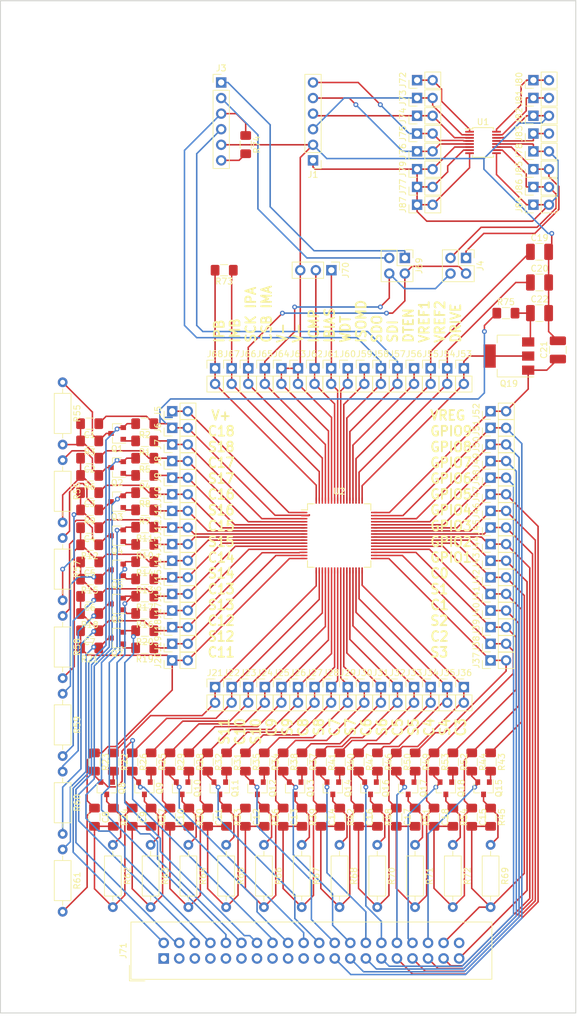
<source format=kicad_pcb>
(kicad_pcb (version 20171130) (host pcbnew "(5.1.7)-1")
  (layers (0 F.Cu signal) (31 B.Cu signal) (34 B.Paste user) (35 F.Paste user) (36 B.SilkS user) (37 F.SilkS user) (38 B.Mask user) (39 F.Mask user) (44 Edge.Cuts user))
  (net 0 "")
  (net 1 /C18)
  (net 2 /C17)
  (net 3 /C16)
  (net 4 /C15)
  (net 5 /C14)
  (net 6 /C13)
  (net 7 /C12)
  (net 8 /C11)
  (net 9 /C10)
  (net 10 /C9)
  (net 11 /C8)
  (net 12 /C7)
  (net 13 /C6)
  (net 14 /C5)
  (net 15 /C4)
  (net 16 /C1)
  (net 17 /C3)
  (net 18 /C2)
  (net 19 /CELL2)
  (net 20 /CELL4)
  (net 21 /CELL5)
  (net 22 /CELL6)
  (net 23 /CELL8)
  (net 24 /CELL10)
  (net 25 /CELL12)
  (net 26 /CELL11)
  (net 27 /CELL9)
  (net 28 /CELL7)
  (net 29 /CELL3)
  (net 30 /CELL1)
  (net 31 "Net-(Q1-Pad1)")
  (net 32 "Net-(Q1-Pad3)")
  (net 33 "Net-(Q2-Pad1)")
  (net 34 "Net-(Q2-Pad3)")
  (net 35 "Net-(Q3-Pad1)")
  (net 36 "Net-(Q3-Pad3)")
  (net 37 "Net-(Q4-Pad1)")
  (net 38 "Net-(Q4-Pad3)")
  (net 39 "Net-(Q5-Pad1)")
  (net 40 "Net-(Q5-Pad3)")
  (net 41 "Net-(Q6-Pad1)")
  (net 42 "Net-(Q6-Pad3)")
  (net 43 "Net-(Q7-Pad1)")
  (net 44 "Net-(Q7-Pad3)")
  (net 45 "Net-(Q8-Pad1)")
  (net 46 "Net-(Q8-Pad3)")
  (net 47 "Net-(Q9-Pad3)")
  (net 48 "Net-(Q9-Pad1)")
  (net 49 "Net-(Q10-Pad3)")
  (net 50 "Net-(Q10-Pad1)")
  (net 51 "Net-(Q11-Pad3)")
  (net 52 "Net-(Q11-Pad1)")
  (net 53 "Net-(Q12-Pad3)")
  (net 54 "Net-(Q12-Pad1)")
  (net 55 "Net-(Q13-Pad3)")
  (net 56 "Net-(Q13-Pad1)")
  (net 57 "Net-(Q14-Pad3)")
  (net 58 "Net-(Q14-Pad1)")
  (net 59 "Net-(Q15-Pad1)")
  (net 60 "Net-(Q15-Pad3)")
  (net 61 "Net-(Q16-Pad3)")
  (net 62 "Net-(Q16-Pad1)")
  (net 63 "Net-(Q17-Pad3)")
  (net 64 "Net-(Q17-Pad1)")
  (net 65 "Net-(Q18-Pad3)")
  (net 66 "Net-(Q18-Pad1)")
  (net 67 /S18)
  (net 68 /S17)
  (net 69 /S16)
  (net 70 /S15)
  (net 71 /S14)
  (net 72 /S13)
  (net 73 /S12)
  (net 74 /S11)
  (net 75 /S10)
  (net 76 /S9)
  (net 77 /S8)
  (net 78 /S7)
  (net 79 /S6)
  (net 80 /S5)
  (net 81 /S1)
  (net 82 /S4)
  (net 83 /S3)
  (net 84 /S2)
  (net 85 /V+)
  (net 86 /C0)
  (net 87 /GPIO1)
  (net 88 /GPIO2)
  (net 89 /GPIO3)
  (net 90 /GPIO4)
  (net 91 /GPIO5)
  (net 92 /GPIO6)
  (net 93 /GPIO7)
  (net 94 /GPIO8)
  (net 95 /GPIO9)
  (net 96 /VREG)
  (net 97 /DRIVE)
  (net 98 /VREF2)
  (net 99 /VREF1)
  (net 100 /DTEN)
  (net 101 /SDI)
  (net 102 /SDO)
  (net 103 /ISOMD)
  (net 104 /WDT)
  (net 105 /IBIAS)
  (net 106 /ICMP)
  (net 107 /IMB)
  (net 108 /IPB)
  (net 109 /CSBIMA)
  (net 110 /SCKIPA)
  (net 111 /VDD1)
  (net 112 /MOSI)
  (net 113 /MISO)
  (net 114 /CS)
  (net 115 /CSBIMA1)
  (net 116 /SCKIPA1)
  (net 117 /IM)
  (net 118 /IP)
  (net 119 /IBIAS1)
  (net 120 /CELL18)
  (net 121 /CELL17)
  (net 122 /CELL16)
  (net 123 /CELL15)
  (net 124 /CELL14)
  (net 125 /CELL13)
  (net 126 /VDD2)
  (net 127 /SCK)
  (net 128 /ICMP1)
  (net 129 /C)
  (net 130 "Net-(J71-Pad1)")
  (net 131 "Net-(J71-Pad40)")
  (net 132 /EN)
  (net 133 /SLOW)
  (net 134 "Net-(J71-Pad21)")
  (net 135 "Net-(J71-Pad3)")
  (net 136 "Net-(J71-Pad5)")
  (net 137 "Net-(J71-Pad7)")
  (net 138 "Net-(J71-Pad9)")
  (net 139 "Net-(J71-Pad11)")
  (net 140 "Net-(J71-Pad13)")
  (net 141 "Net-(J71-Pad15)")
  (net 142 "Net-(J71-Pad17)")
  (net 143 "Net-(J71-Pad19)")
  (module Resistor_SMD:R_1206_3216Metric_Pad1.42x1.75mm_HandSolder (layer F.Cu) (at 42.5125 88.029333 180)
    (fp_text reference C1 (at 0 -1.82 180) (layer F.SilkS))
    (fp_text value 10n)
    (pad 2 smd roundrect (at 1.4875 0 180) (size 1.425 1.75) (layers F.Cu F.Paste F.Mask) (roundrect_rratio 0.175439) (net 2 /C17))
    (pad 1 smd roundrect (at -1.4875 0 180) (size 1.425 1.75) (layers F.Cu F.Paste F.Mask) (roundrect_rratio 0.175439) (net 1 /C18))
  )
  (module Resistor_SMD:R_1206_3216Metric_Pad1.42x1.75mm_HandSolder (layer F.Cu) (at 42.5125 93.657229 180)
    (fp_text reference C2 (at 0 -1.82 180) (layer F.SilkS))
    (fp_text value 10n)
    (pad 1 smd roundrect (at -1.4875 0 180) (size 1.425 1.75) (layers F.Cu F.Paste F.Mask) (roundrect_rratio 0.175439) (net 2 /C17))
    (pad 2 smd roundrect (at 1.4875 0 180) (size 1.425 1.75) (layers F.Cu F.Paste F.Mask) (roundrect_rratio 0.175439) (net 3 /C16))
  )
  (module Resistor_SMD:R_1206_3216Metric_Pad1.42x1.75mm_HandSolder (layer F.Cu) (at 42.5125 99.285125 180)
    (fp_text reference C3 (at 0 -1.82 180) (layer F.SilkS))
    (fp_text value 10n)
    (pad 2 smd roundrect (at 1.4875 0 180) (size 1.425 1.75) (layers F.Cu F.Paste F.Mask) (roundrect_rratio 0.175439) (net 4 /C15))
    (pad 1 smd roundrect (at -1.4875 0 180) (size 1.425 1.75) (layers F.Cu F.Paste F.Mask) (roundrect_rratio 0.175439) (net 3 /C16))
  )
  (module Resistor_SMD:R_1206_3216Metric_Pad1.42x1.75mm_HandSolder (layer F.Cu) (at 42.5125 105 180)
    (fp_text reference C4 (at 0 -1.82 180) (layer F.SilkS))
    (fp_text value 10n)
    (pad 2 smd roundrect (at 1.4875 0 180) (size 1.425 1.75) (layers F.Cu F.Paste F.Mask) (roundrect_rratio 0.175439) (net 5 /C14))
    (pad 1 smd roundrect (at -1.4875 0 180) (size 1.425 1.75) (layers F.Cu F.Paste F.Mask) (roundrect_rratio 0.175439) (net 4 /C15))
  )
  (module Resistor_SMD:R_1206_3216Metric_Pad1.42x1.75mm_HandSolder (layer F.Cu) (at 42.5125 110.589239 180)
    (fp_text reference C5 (at 0 -1.82 180) (layer F.SilkS))
    (fp_text value 10n)
    (pad 2 smd roundrect (at 1.4875 0 180) (size 1.425 1.75) (layers F.Cu F.Paste F.Mask) (roundrect_rratio 0.175439) (net 6 /C13))
    (pad 1 smd roundrect (at -1.4875 0 180) (size 1.425 1.75) (layers F.Cu F.Paste F.Mask) (roundrect_rratio 0.175439) (net 5 /C14))
  )
  (module Resistor_SMD:R_1206_3216Metric_Pad1.42x1.75mm_HandSolder (layer F.Cu) (at 42.5125 116.197807 180)
    (fp_text reference C6 (at 0 -1.82 180) (layer F.SilkS))
    (fp_text value 10n)
    (pad 1 smd roundrect (at -1.4875 0 180) (size 1.425 1.75) (layers F.Cu F.Paste F.Mask) (roundrect_rratio 0.175439) (net 6 /C13))
    (pad 2 smd roundrect (at 1.4875 0 180) (size 1.425 1.75) (layers F.Cu F.Paste F.Mask) (roundrect_rratio 0.175439) (net 7 /C12))
  )
  (module Resistor_SMD:R_1206_3216Metric_Pad1.42x1.75mm_HandSolder (layer F.Cu) (at 42.5125 121.806375 180)
    (fp_text reference C7 (at 0 -1.82 180) (layer F.SilkS))
    (fp_text value 10n)
    (pad 1 smd roundrect (at -1.4875 0 180) (size 1.425 1.75) (layers F.Cu F.Paste F.Mask) (roundrect_rratio 0.175439) (net 7 /C12))
    (pad 2 smd roundrect (at 1.4875 0 180) (size 1.425 1.75) (layers F.Cu F.Paste F.Mask) (roundrect_rratio 0.175439) (net 8 /C11))
  )
  (module Resistor_SMD:R_1206_3216Metric_Pad1.42x1.75mm_HandSolder (layer F.Cu) (at 43.3 152.2175 270)
    (fp_text reference C8 (at 0 -1.82 270) (layer F.SilkS))
    (fp_text value 10n)
    (pad 1 smd roundrect (at -1.4875 0 270) (size 1.425 1.75) (layers F.Cu F.Paste F.Mask) (roundrect_rratio 0.175439) (net 8 /C11))
    (pad 2 smd roundrect (at 1.4875 0 270) (size 1.425 1.75) (layers F.Cu F.Paste F.Mask) (roundrect_rratio 0.175439) (net 9 /C10))
  )
  (module Resistor_SMD:R_1206_3216Metric_Pad1.42x1.75mm_HandSolder (layer F.Cu) (at 49.462662 152.2175 270)
    (fp_text reference C9 (at 0 -1.82 270) (layer F.SilkS))
    (fp_text value 10n)
    (pad 1 smd roundrect (at -1.4875 0 270) (size 1.425 1.75) (layers F.Cu F.Paste F.Mask) (roundrect_rratio 0.175439) (net 9 /C10))
    (pad 2 smd roundrect (at 1.4875 0 270) (size 1.425 1.75) (layers F.Cu F.Paste F.Mask) (roundrect_rratio 0.175439) (net 10 /C9))
  )
  (module Resistor_SMD:R_1206_3216Metric_Pad1.42x1.75mm_HandSolder (layer F.Cu) (at 55.625324 152.2175 270)
    (fp_text reference C10 (at 0 -1.82 270) (layer F.SilkS))
    (fp_text value 10n)
    (pad 2 smd roundrect (at 1.4875 0 270) (size 1.425 1.75) (layers F.Cu F.Paste F.Mask) (roundrect_rratio 0.175439) (net 11 /C8))
    (pad 1 smd roundrect (at -1.4875 0 270) (size 1.425 1.75) (layers F.Cu F.Paste F.Mask) (roundrect_rratio 0.175439) (net 10 /C9))
  )
  (module Resistor_SMD:R_1206_3216Metric_Pad1.42x1.75mm_HandSolder (layer F.Cu) (at 61.787986 152.2175 270)
    (fp_text reference C11 (at 0 -1.82 270) (layer F.SilkS))
    (fp_text value 10n)
    (pad 1 smd roundrect (at -1.4875 0 270) (size 1.425 1.75) (layers F.Cu F.Paste F.Mask) (roundrect_rratio 0.175439) (net 11 /C8))
    (pad 2 smd roundrect (at 1.4875 0 270) (size 1.425 1.75) (layers F.Cu F.Paste F.Mask) (roundrect_rratio 0.175439) (net 12 /C7))
  )
  (module Resistor_SMD:R_1206_3216Metric_Pad1.42x1.75mm_HandSolder (layer F.Cu) (at 67.950648 152.2175 270)
    (fp_text reference C12 (at 0 -1.82 270) (layer F.SilkS))
    (fp_text value 10n)
    (pad 1 smd roundrect (at -1.4875 0 270) (size 1.425 1.75) (layers F.Cu F.Paste F.Mask) (roundrect_rratio 0.175439) (net 12 /C7))
    (pad 2 smd roundrect (at 1.4875 0 270) (size 1.425 1.75) (layers F.Cu F.Paste F.Mask) (roundrect_rratio 0.175439) (net 13 /C6))
  )
  (module Resistor_SMD:R_1206_3216Metric_Pad1.42x1.75mm_HandSolder (layer F.Cu) (at 74.11331 152.2175 270)
    (fp_text reference C13 (at 0 -1.82 270) (layer F.SilkS))
    (fp_text value 10n)
    (pad 2 smd roundrect (at 1.4875 0 270) (size 1.425 1.75) (layers F.Cu F.Paste F.Mask) (roundrect_rratio 0.175439) (net 14 /C5))
    (pad 1 smd roundrect (at -1.4875 0 270) (size 1.425 1.75) (layers F.Cu F.Paste F.Mask) (roundrect_rratio 0.175439) (net 13 /C6))
  )
  (module Resistor_SMD:R_1206_3216Metric_Pad1.42x1.75mm_HandSolder (layer F.Cu) (at 80.275972 152.2175 270)
    (fp_text reference C14 (at 0 -1.82 270) (layer F.SilkS))
    (fp_text value 10n)
    (pad 1 smd roundrect (at -1.4875 0 270) (size 1.425 1.75) (layers F.Cu F.Paste F.Mask) (roundrect_rratio 0.175439) (net 14 /C5))
    (pad 2 smd roundrect (at 1.4875 0 270) (size 1.425 1.75) (layers F.Cu F.Paste F.Mask) (roundrect_rratio 0.175439) (net 15 /C4))
  )
  (module Resistor_SMD:R_1206_3216Metric_Pad1.42x1.75mm_HandSolder (layer F.Cu) (at 104.92662 152.2175 270)
    (fp_text reference C15 (at 0 -1.82 270) (layer F.SilkS))
    (fp_text value 10n)
    (pad 1 smd roundrect (at -1.4875 0 270) (size 1.425 1.75) (layers F.Cu F.Paste F.Mask) (roundrect_rratio 0.175439) (net 16 /C1))
    (pad 2 smd roundrect (at 1.4875 0 270) (size 1.425 1.75) (layers F.Cu F.Paste F.Mask) (roundrect_rratio 0.175439) (net 86 /C0))
  )
  (module Resistor_SMD:R_1206_3216Metric_Pad1.42x1.75mm_HandSolder (layer F.Cu) (at 86.438634 152.2175 270)
    (fp_text reference C16 (at 0 -1.82 270) (layer F.SilkS))
    (fp_text value 10n)
    (pad 2 smd roundrect (at 1.4875 0 270) (size 1.425 1.75) (layers F.Cu F.Paste F.Mask) (roundrect_rratio 0.175439) (net 17 /C3))
    (pad 1 smd roundrect (at -1.4875 0 270) (size 1.425 1.75) (layers F.Cu F.Paste F.Mask) (roundrect_rratio 0.175439) (net 15 /C4))
  )
  (module Resistor_SMD:R_1206_3216Metric_Pad1.42x1.75mm_HandSolder (layer F.Cu) (at 92.601296 152.2175 270)
    (fp_text reference C17 (at 0 -1.82 270) (layer F.SilkS))
    (fp_text value 10n)
    (pad 2 smd roundrect (at 1.4875 0 270) (size 1.425 1.75) (layers F.Cu F.Paste F.Mask) (roundrect_rratio 0.175439) (net 18 /C2))
    (pad 1 smd roundrect (at -1.4875 0 270) (size 1.425 1.75) (layers F.Cu F.Paste F.Mask) (roundrect_rratio 0.175439) (net 17 /C3))
  )
  (module Resistor_SMD:R_1206_3216Metric_Pad1.42x1.75mm_HandSolder (layer F.Cu) (at 98.763958 152.2175 270)
    (fp_text reference C18 (at 0 -1.82 270) (layer F.SilkS))
    (fp_text value 10n)
    (pad 1 smd roundrect (at -1.4875 0 270) (size 1.425 1.75) (layers F.Cu F.Paste F.Mask) (roundrect_rratio 0.175439) (net 18 /C2))
    (pad 2 smd roundrect (at 1.4875 0 270) (size 1.425 1.75) (layers F.Cu F.Paste F.Mask) (roundrect_rratio 0.175439) (net 16 /C1))
  )
  (module Package_TO_SOT_SMD:SOT-23 (layer F.Cu) (at 47 89.62 180)
    (fp_text reference Q1 (at 0 -2.5 180) (layer F.SilkS))
    (fp_text value BSS138)
    (pad 1 smd rect (at -1 -0.95 180) (size 0.9 0.8) (layers F.Cu F.Paste F.Mask) (net 31 "Net-(Q1-Pad1)"))
    (pad 2 smd rect (at -1 0.95 180) (size 0.9 0.8) (layers F.Cu F.Paste F.Mask) (net 120 /CELL18))
    (pad 3 smd rect (at 1 0 180) (size 0.9 0.8) (layers F.Cu F.Paste F.Mask) (net 32 "Net-(Q1-Pad3)"))
  )
  (module Package_TO_SOT_SMD:SOT-23 (layer F.Cu) (at 47 95.183333 180)
    (fp_text reference Q2 (at 0 -2.5 180) (layer F.SilkS))
    (fp_text value BSS138)
    (pad 1 smd rect (at -1 -0.95 180) (size 0.9 0.8) (layers F.Cu F.Paste F.Mask) (net 33 "Net-(Q2-Pad1)"))
    (pad 2 smd rect (at -1 0.95 180) (size 0.9 0.8) (layers F.Cu F.Paste F.Mask) (net 121 /CELL17))
    (pad 3 smd rect (at 1 0 180) (size 0.9 0.8) (layers F.Cu F.Paste F.Mask) (net 34 "Net-(Q2-Pad3)"))
  )
  (module Package_TO_SOT_SMD:SOT-23 (layer F.Cu) (at 47 100.746666 180)
    (fp_text reference Q3 (at 0 -2.5 180) (layer F.SilkS))
    (fp_text value BSS138)
    (pad 1 smd rect (at -1 -0.95 180) (size 0.9 0.8) (layers F.Cu F.Paste F.Mask) (net 35 "Net-(Q3-Pad1)"))
    (pad 2 smd rect (at -1 0.95 180) (size 0.9 0.8) (layers F.Cu F.Paste F.Mask) (net 122 /CELL16))
    (pad 3 smd rect (at 1 0 180) (size 0.9 0.8) (layers F.Cu F.Paste F.Mask) (net 36 "Net-(Q3-Pad3)"))
  )
  (module Package_TO_SOT_SMD:SOT-23 (layer F.Cu) (at 47 106.309999 180)
    (fp_text reference Q4 (at 0 -2.5 180) (layer F.SilkS))
    (fp_text value BSS138)
    (pad 1 smd rect (at -1 -0.95 180) (size 0.9 0.8) (layers F.Cu F.Paste F.Mask) (net 37 "Net-(Q4-Pad1)"))
    (pad 2 smd rect (at -1 0.95 180) (size 0.9 0.8) (layers F.Cu F.Paste F.Mask) (net 123 /CELL15))
    (pad 3 smd rect (at 1 0 180) (size 0.9 0.8) (layers F.Cu F.Paste F.Mask) (net 38 "Net-(Q4-Pad3)"))
  )
  (module Package_TO_SOT_SMD:SOT-23 (layer F.Cu) (at 47 111.873332 180)
    (fp_text reference Q5 (at 0 -2.5 180) (layer F.SilkS))
    (fp_text value BSS138)
    (pad 1 smd rect (at -1 -0.95 180) (size 0.9 0.8) (layers F.Cu F.Paste F.Mask) (net 39 "Net-(Q5-Pad1)"))
    (pad 2 smd rect (at -1 0.95 180) (size 0.9 0.8) (layers F.Cu F.Paste F.Mask) (net 124 /CELL14))
    (pad 3 smd rect (at 1 0 180) (size 0.9 0.8) (layers F.Cu F.Paste F.Mask) (net 40 "Net-(Q5-Pad3)"))
  )
  (module Package_TO_SOT_SMD:SOT-23 (layer F.Cu) (at 47 117.436665 180)
    (fp_text reference Q6 (at 0 -2.5 180) (layer F.SilkS))
    (fp_text value BSS138)
    (pad 1 smd rect (at -1 -0.95 180) (size 0.9 0.8) (layers F.Cu F.Paste F.Mask) (net 41 "Net-(Q6-Pad1)"))
    (pad 2 smd rect (at -1 0.95 180) (size 0.9 0.8) (layers F.Cu F.Paste F.Mask) (net 125 /CELL13))
    (pad 3 smd rect (at 1 0 180) (size 0.9 0.8) (layers F.Cu F.Paste F.Mask) (net 42 "Net-(Q6-Pad3)"))
  )
  (module Package_TO_SOT_SMD:SOT-23 (layer F.Cu) (at 47 123 180)
    (fp_text reference Q7 (at 0 -2.5 180) (layer F.SilkS))
    (fp_text value BSS138)
    (pad 1 smd rect (at -1 -0.95 180) (size 0.9 0.8) (layers F.Cu F.Paste F.Mask) (net 43 "Net-(Q7-Pad1)"))
    (pad 2 smd rect (at -1 0.95 180) (size 0.9 0.8) (layers F.Cu F.Paste F.Mask) (net 25 /CELL12))
    (pad 3 smd rect (at 1 0 180) (size 0.9 0.8) (layers F.Cu F.Paste F.Mask) (net 44 "Net-(Q7-Pad3)"))
  )
  (module Package_TO_SOT_SMD:SOT-23 (layer F.Cu) (at 45.3 147.495001 270)
    (fp_text reference Q8 (at 0 -2.5 270) (layer F.SilkS))
    (fp_text value BSS138)
    (pad 1 smd rect (at -1 -0.95 270) (size 0.9 0.8) (layers F.Cu F.Paste F.Mask) (net 45 "Net-(Q8-Pad1)"))
    (pad 2 smd rect (at -1 0.95 270) (size 0.9 0.8) (layers F.Cu F.Paste F.Mask) (net 26 /CELL11))
    (pad 3 smd rect (at 1 0 270) (size 0.9 0.8) (layers F.Cu F.Paste F.Mask) (net 46 "Net-(Q8-Pad3)"))
  )
  (module Package_TO_SOT_SMD:SOT-23 (layer F.Cu) (at 51.455795 147.495001 270)
    (fp_text reference Q9 (at 0 -2.5 270) (layer F.SilkS))
    (fp_text value BSS138)
    (pad 3 smd rect (at 1 0 270) (size 0.9 0.8) (layers F.Cu F.Paste F.Mask) (net 47 "Net-(Q9-Pad3)"))
    (pad 2 smd rect (at -1 0.95 270) (size 0.9 0.8) (layers F.Cu F.Paste F.Mask) (net 24 /CELL10))
    (pad 1 smd rect (at -1 -0.95 270) (size 0.9 0.8) (layers F.Cu F.Paste F.Mask) (net 48 "Net-(Q9-Pad1)"))
  )
  (module Package_TO_SOT_SMD:SOT-23 (layer F.Cu) (at 57.61159 147.495001 270)
    (fp_text reference Q10 (at 0 -2.5 270) (layer F.SilkS))
    (fp_text value BSS138)
    (pad 3 smd rect (at 1 0 270) (size 0.9 0.8) (layers F.Cu F.Paste F.Mask) (net 49 "Net-(Q10-Pad3)"))
    (pad 2 smd rect (at -1 0.95 270) (size 0.9 0.8) (layers F.Cu F.Paste F.Mask) (net 27 /CELL9))
    (pad 1 smd rect (at -1 -0.95 270) (size 0.9 0.8) (layers F.Cu F.Paste F.Mask) (net 50 "Net-(Q10-Pad1)"))
  )
  (module Package_TO_SOT_SMD:SOT-23 (layer F.Cu) (at 63.767385 147.495001 270)
    (fp_text reference Q11 (at 0 -2.5 270) (layer F.SilkS))
    (fp_text value BSS138)
    (pad 3 smd rect (at 1 0 270) (size 0.9 0.8) (layers F.Cu F.Paste F.Mask) (net 51 "Net-(Q11-Pad3)"))
    (pad 2 smd rect (at -1 0.95 270) (size 0.9 0.8) (layers F.Cu F.Paste F.Mask) (net 23 /CELL8))
    (pad 1 smd rect (at -1 -0.95 270) (size 0.9 0.8) (layers F.Cu F.Paste F.Mask) (net 52 "Net-(Q11-Pad1)"))
  )
  (module Package_TO_SOT_SMD:SOT-23 (layer F.Cu) (at 69.92318 147.495001 270)
    (fp_text reference Q12 (at 0 -2.5 270) (layer F.SilkS))
    (fp_text value BSS138)
    (pad 3 smd rect (at 1 0 270) (size 0.9 0.8) (layers F.Cu F.Paste F.Mask) (net 53 "Net-(Q12-Pad3)"))
    (pad 2 smd rect (at -1 0.95 270) (size 0.9 0.8) (layers F.Cu F.Paste F.Mask) (net 28 /CELL7))
    (pad 1 smd rect (at -1 -0.95 270) (size 0.9 0.8) (layers F.Cu F.Paste F.Mask) (net 54 "Net-(Q12-Pad1)"))
  )
  (module Package_TO_SOT_SMD:SOT-23 (layer F.Cu) (at 76.078975 147.495001 270)
    (fp_text reference Q13 (at 0 -2.5 270) (layer F.SilkS))
    (fp_text value BSS138)
    (pad 3 smd rect (at 1 0 270) (size 0.9 0.8) (layers F.Cu F.Paste F.Mask) (net 55 "Net-(Q13-Pad3)"))
    (pad 2 smd rect (at -1 0.95 270) (size 0.9 0.8) (layers F.Cu F.Paste F.Mask) (net 22 /CELL6))
    (pad 1 smd rect (at -1 -0.95 270) (size 0.9 0.8) (layers F.Cu F.Paste F.Mask) (net 56 "Net-(Q13-Pad1)"))
  )
  (module Package_TO_SOT_SMD:SOT-23 (layer F.Cu) (at 82.23477 147.495001 270)
    (fp_text reference Q14 (at 0 -2.5 270) (layer F.SilkS))
    (fp_text value BSS138)
    (pad 3 smd rect (at 1 0 270) (size 0.9 0.8) (layers F.Cu F.Paste F.Mask) (net 57 "Net-(Q14-Pad3)"))
    (pad 2 smd rect (at -1 0.95 270) (size 0.9 0.8) (layers F.Cu F.Paste F.Mask) (net 21 /CELL5))
    (pad 1 smd rect (at -1 -0.95 270) (size 0.9 0.8) (layers F.Cu F.Paste F.Mask) (net 58 "Net-(Q14-Pad1)"))
  )
  (module Package_TO_SOT_SMD:SOT-23 (layer F.Cu) (at 106.857957 147.495001 270)
    (fp_text reference Q15 (at 0 -2.5 270) (layer F.SilkS))
    (fp_text value BSS138)
    (pad 1 smd rect (at -1 -0.95 270) (size 0.9 0.8) (layers F.Cu F.Paste F.Mask) (net 59 "Net-(Q15-Pad1)"))
    (pad 2 smd rect (at -1 0.95 270) (size 0.9 0.8) (layers F.Cu F.Paste F.Mask) (net 30 /CELL1))
    (pad 3 smd rect (at 1 0 270) (size 0.9 0.8) (layers F.Cu F.Paste F.Mask) (net 60 "Net-(Q15-Pad3)"))
  )
  (module Package_TO_SOT_SMD:SOT-23 (layer F.Cu) (at 88.390565 147.495001 270)
    (fp_text reference Q16 (at 0 -2.5 270) (layer F.SilkS))
    (fp_text value BSS138)
    (pad 3 smd rect (at 1 0 270) (size 0.9 0.8) (layers F.Cu F.Paste F.Mask) (net 61 "Net-(Q16-Pad3)"))
    (pad 2 smd rect (at -1 0.95 270) (size 0.9 0.8) (layers F.Cu F.Paste F.Mask) (net 20 /CELL4))
    (pad 1 smd rect (at -1 -0.95 270) (size 0.9 0.8) (layers F.Cu F.Paste F.Mask) (net 62 "Net-(Q16-Pad1)"))
  )
  (module Package_TO_SOT_SMD:SOT-23 (layer F.Cu) (at 94.54636 147.495001 270)
    (fp_text reference Q17 (at 0 -2.5 270) (layer F.SilkS))
    (fp_text value BSS138)
    (pad 3 smd rect (at 1 0 270) (size 0.9 0.8) (layers F.Cu F.Paste F.Mask) (net 63 "Net-(Q17-Pad3)"))
    (pad 2 smd rect (at -1 0.95 270) (size 0.9 0.8) (layers F.Cu F.Paste F.Mask) (net 29 /CELL3))
    (pad 1 smd rect (at -1 -0.95 270) (size 0.9 0.8) (layers F.Cu F.Paste F.Mask) (net 64 "Net-(Q17-Pad1)"))
  )
  (module Package_TO_SOT_SMD:SOT-23 (layer F.Cu) (at 100.702155 147.495001 270)
    (fp_text reference Q18 (at 0 -2.5 270) (layer F.SilkS))
    (fp_text value BSS138)
    (pad 3 smd rect (at 1 0 270) (size 0.9 0.8) (layers F.Cu F.Paste F.Mask) (net 65 "Net-(Q18-Pad3)"))
    (pad 2 smd rect (at -1 0.95 270) (size 0.9 0.8) (layers F.Cu F.Paste F.Mask) (net 19 /CELL2))
    (pad 1 smd rect (at -1 -0.95 270) (size 0.9 0.8) (layers F.Cu F.Paste F.Mask) (net 66 "Net-(Q18-Pad1)"))
  )
  (module Resistor_SMD:R_1206_3216Metric_Pad1.42x1.75mm_HandSolder (layer F.Cu) (at 51.5125 88.029333 180)
    (fp_text reference R2 (at 0 -1.82 180) (layer F.SilkS))
    (fp_text value 100)
    (pad 2 smd roundrect (at 1.4875 0 180) (size 1.425 1.75) (layers F.Cu F.Paste F.Mask) (roundrect_rratio 0.175439) (net 120 /CELL18))
    (pad 1 smd roundrect (at -1.4875 0 180) (size 1.425 1.75) (layers F.Cu F.Paste F.Mask) (roundrect_rratio 0.175439) (net 1 /C18))
  )
  (module Resistor_SMD:R_1206_3216Metric_Pad1.42x1.75mm_HandSolder (layer F.Cu) (at 42.5125 90.843281 180)
    (fp_text reference R3 (at 0 -1.82 180) (layer F.SilkS))
    (fp_text value 33)
    (pad 1 smd roundrect (at -1.4875 0 180) (size 1.425 1.75) (layers F.Cu F.Paste F.Mask) (roundrect_rratio 0.175439) (net 32 "Net-(Q1-Pad3)"))
    (pad 2 smd roundrect (at 1.4875 0 180) (size 1.425 1.75) (layers F.Cu F.Paste F.Mask) (roundrect_rratio 0.175439) (net 2 /C17))
  )
  (module Resistor_SMD:R_1206_3216Metric_Pad1.42x1.75mm_HandSolder (layer F.Cu) (at 51.5125 93.657229 180)
    (fp_text reference R5 (at 0 -1.82 180) (layer F.SilkS))
    (fp_text value 100)
    (pad 2 smd roundrect (at 1.4875 0 180) (size 1.425 1.75) (layers F.Cu F.Paste F.Mask) (roundrect_rratio 0.175439) (net 121 /CELL17))
    (pad 1 smd roundrect (at -1.4875 0 180) (size 1.425 1.75) (layers F.Cu F.Paste F.Mask) (roundrect_rratio 0.175439) (net 2 /C17))
  )
  (module Resistor_SMD:R_1206_3216Metric_Pad1.42x1.75mm_HandSolder (layer F.Cu) (at 42.5125 96.471177 180)
    (fp_text reference R6 (at 0 -1.82 180) (layer F.SilkS))
    (fp_text value 33)
    (pad 1 smd roundrect (at -1.4875 0 180) (size 1.425 1.75) (layers F.Cu F.Paste F.Mask) (roundrect_rratio 0.175439) (net 34 "Net-(Q2-Pad3)"))
    (pad 2 smd roundrect (at 1.4875 0 180) (size 1.425 1.75) (layers F.Cu F.Paste F.Mask) (roundrect_rratio 0.175439) (net 3 /C16))
  )
  (module Resistor_SMD:R_1206_3216Metric_Pad1.42x1.75mm_HandSolder (layer F.Cu) (at 51.5125 99.285125 180)
    (fp_text reference R8 (at 0 -1.82 180) (layer F.SilkS))
    (fp_text value 100)
    (pad 2 smd roundrect (at 1.4875 0 180) (size 1.425 1.75) (layers F.Cu F.Paste F.Mask) (roundrect_rratio 0.175439) (net 122 /CELL16))
    (pad 1 smd roundrect (at -1.4875 0 180) (size 1.425 1.75) (layers F.Cu F.Paste F.Mask) (roundrect_rratio 0.175439) (net 3 /C16))
  )
  (module Resistor_SMD:R_1206_3216Metric_Pad1.42x1.75mm_HandSolder (layer F.Cu) (at 42.5125 102.099073 180)
    (fp_text reference R9 (at 0 -1.82 180) (layer F.SilkS))
    (fp_text value 33)
    (pad 2 smd roundrect (at 1.4875 0 180) (size 1.425 1.75) (layers F.Cu F.Paste F.Mask) (roundrect_rratio 0.175439) (net 4 /C15))
    (pad 1 smd roundrect (at -1.4875 0 180) (size 1.425 1.75) (layers F.Cu F.Paste F.Mask) (roundrect_rratio 0.175439) (net 36 "Net-(Q3-Pad3)"))
  )
  (module Resistor_SMD:R_1206_3216Metric_Pad1.42x1.75mm_HandSolder (layer F.Cu) (at 51.5125 104.913021 180)
    (fp_text reference R11 (at 0 -1.82 180) (layer F.SilkS))
    (fp_text value 100)
    (pad 2 smd roundrect (at 1.4875 0 180) (size 1.425 1.75) (layers F.Cu F.Paste F.Mask) (roundrect_rratio 0.175439) (net 123 /CELL15))
    (pad 1 smd roundrect (at -1.4875 0 180) (size 1.425 1.75) (layers F.Cu F.Paste F.Mask) (roundrect_rratio 0.175439) (net 4 /C15))
  )
  (module Resistor_SMD:R_1206_3216Metric_Pad1.42x1.75mm_HandSolder (layer F.Cu) (at 42.5125 107.784955 180)
    (fp_text reference R12 (at 0 -1.82 180) (layer F.SilkS))
    (fp_text value 33)
    (pad 2 smd roundrect (at 1.4875 0 180) (size 1.425 1.75) (layers F.Cu F.Paste F.Mask) (roundrect_rratio 0.175439) (net 5 /C14))
    (pad 1 smd roundrect (at -1.4875 0 180) (size 1.425 1.75) (layers F.Cu F.Paste F.Mask) (roundrect_rratio 0.175439) (net 38 "Net-(Q4-Pad3)"))
  )
  (module Resistor_SMD:R_1206_3216Metric_Pad1.42x1.75mm_HandSolder (layer F.Cu) (at 51.5125 110.540917 180)
    (fp_text reference R14 (at 0 -1.82 180) (layer F.SilkS))
    (fp_text value 100)
    (pad 2 smd roundrect (at 1.4875 0 180) (size 1.425 1.75) (layers F.Cu F.Paste F.Mask) (roundrect_rratio 0.175439) (net 124 /CELL14))
    (pad 1 smd roundrect (at -1.4875 0 180) (size 1.425 1.75) (layers F.Cu F.Paste F.Mask) (roundrect_rratio 0.175439) (net 5 /C14))
  )
  (module Resistor_SMD:R_1206_3216Metric_Pad1.42x1.75mm_HandSolder (layer F.Cu) (at 42.5125 113.393523 180)
    (fp_text reference R15 (at 0 -1.82 180) (layer F.SilkS))
    (fp_text value 33)
    (pad 2 smd roundrect (at 1.4875 0 180) (size 1.425 1.75) (layers F.Cu F.Paste F.Mask) (roundrect_rratio 0.175439) (net 6 /C13))
    (pad 1 smd roundrect (at -1.4875 0 180) (size 1.425 1.75) (layers F.Cu F.Paste F.Mask) (roundrect_rratio 0.175439) (net 40 "Net-(Q5-Pad3)"))
  )
  (module Resistor_SMD:R_1206_3216Metric_Pad1.42x1.75mm_HandSolder (layer F.Cu) (at 51.5125 116.168813 180)
    (fp_text reference R17 (at 0 -1.82 180) (layer F.SilkS))
    (fp_text value 100)
    (pad 1 smd roundrect (at -1.4875 0 180) (size 1.425 1.75) (layers F.Cu F.Paste F.Mask) (roundrect_rratio 0.175439) (net 6 /C13))
    (pad 2 smd roundrect (at 1.4875 0 180) (size 1.425 1.75) (layers F.Cu F.Paste F.Mask) (roundrect_rratio 0.175439) (net 125 /CELL13))
  )
  (module Resistor_SMD:R_1206_3216Metric_Pad1.42x1.75mm_HandSolder (layer F.Cu) (at 42.5125 119.002091 180)
    (fp_text reference R18 (at 0 -1.82 180) (layer F.SilkS))
    (fp_text value 33)
    (pad 2 smd roundrect (at 1.4875 0 180) (size 1.425 1.75) (layers F.Cu F.Paste F.Mask) (roundrect_rratio 0.175439) (net 7 /C12))
    (pad 1 smd roundrect (at -1.4875 0 180) (size 1.425 1.75) (layers F.Cu F.Paste F.Mask) (roundrect_rratio 0.175439) (net 42 "Net-(Q6-Pad3)"))
  )
  (module Resistor_SMD:R_1206_3216Metric_Pad1.42x1.75mm_HandSolder (layer F.Cu) (at 51.5125 121.796709 180)
    (fp_text reference R20 (at 0 -1.82 180) (layer F.SilkS))
    (fp_text value 100)
    (pad 1 smd roundrect (at -1.4875 0 180) (size 1.425 1.75) (layers F.Cu F.Paste F.Mask) (roundrect_rratio 0.175439) (net 7 /C12))
    (pad 2 smd roundrect (at 1.4875 0 180) (size 1.425 1.75) (layers F.Cu F.Paste F.Mask) (roundrect_rratio 0.175439) (net 25 /CELL12))
  )
  (module Resistor_SMD:R_1206_3216Metric_Pad1.42x1.75mm_HandSolder (layer F.Cu) (at 42.5125 124.610662 180)
    (fp_text reference R21 (at 0 -1.82 180) (layer F.SilkS))
    (fp_text value 33)
    (pad 2 smd roundrect (at 1.4875 0 180) (size 1.425 1.75) (layers F.Cu F.Paste F.Mask) (roundrect_rratio 0.175439) (net 8 /C11))
    (pad 1 smd roundrect (at -1.4875 0 180) (size 1.425 1.75) (layers F.Cu F.Paste F.Mask) (roundrect_rratio 0.175439) (net 44 "Net-(Q7-Pad3)"))
  )
  (module Resistor_SMD:R_1206_3216Metric_Pad1.42x1.75mm_HandSolder (layer F.Cu) (at 43.3 143.2175 270)
    (fp_text reference R23 (at 0 -1.82 270) (layer F.SilkS))
    (fp_text value 100)
    (pad 2 smd roundrect (at 1.4875 0 270) (size 1.425 1.75) (layers F.Cu F.Paste F.Mask) (roundrect_rratio 0.175439) (net 26 /CELL11))
    (pad 1 smd roundrect (at -1.4875 0 270) (size 1.425 1.75) (layers F.Cu F.Paste F.Mask) (roundrect_rratio 0.175439) (net 8 /C11))
  )
  (module Resistor_SMD:R_1206_3216Metric_Pad1.42x1.75mm_HandSolder (layer F.Cu) (at 46.381331 152.2175 270)
    (fp_text reference R24 (at 0 -1.82 270) (layer F.SilkS))
    (fp_text value 33)
    (pad 2 smd roundrect (at 1.4875 0 270) (size 1.425 1.75) (layers F.Cu F.Paste F.Mask) (roundrect_rratio 0.175439) (net 9 /C10))
    (pad 1 smd roundrect (at -1.4875 0 270) (size 1.425 1.75) (layers F.Cu F.Paste F.Mask) (roundrect_rratio 0.175439) (net 46 "Net-(Q8-Pad3)"))
  )
  (module Resistor_SMD:R_1206_3216Metric_Pad1.42x1.75mm_HandSolder (layer F.Cu) (at 49.462662 143.2175 270)
    (fp_text reference R26 (at 0 -1.82 270) (layer F.SilkS))
    (fp_text value 100)
    (pad 2 smd roundrect (at 1.4875 0 270) (size 1.425 1.75) (layers F.Cu F.Paste F.Mask) (roundrect_rratio 0.175439) (net 24 /CELL10))
    (pad 1 smd roundrect (at -1.4875 0 270) (size 1.425 1.75) (layers F.Cu F.Paste F.Mask) (roundrect_rratio 0.175439) (net 9 /C10))
  )
  (module Resistor_SMD:R_1206_3216Metric_Pad1.42x1.75mm_HandSolder (layer F.Cu) (at 52.543993 152.2175 270)
    (fp_text reference R27 (at 0 -1.82 270) (layer F.SilkS))
    (fp_text value 33)
    (pad 1 smd roundrect (at -1.4875 0 270) (size 1.425 1.75) (layers F.Cu F.Paste F.Mask) (roundrect_rratio 0.175439) (net 47 "Net-(Q9-Pad3)"))
    (pad 2 smd roundrect (at 1.4875 0 270) (size 1.425 1.75) (layers F.Cu F.Paste F.Mask) (roundrect_rratio 0.175439) (net 10 /C9))
  )
  (module Resistor_SMD:R_1206_3216Metric_Pad1.42x1.75mm_HandSolder (layer F.Cu) (at 55.625324 143.2175 270)
    (fp_text reference R29 (at 0 -1.82 270) (layer F.SilkS))
    (fp_text value 100)
    (pad 2 smd roundrect (at 1.4875 0 270) (size 1.425 1.75) (layers F.Cu F.Paste F.Mask) (roundrect_rratio 0.175439) (net 27 /CELL9))
    (pad 1 smd roundrect (at -1.4875 0 270) (size 1.425 1.75) (layers F.Cu F.Paste F.Mask) (roundrect_rratio 0.175439) (net 10 /C9))
  )
  (module Resistor_SMD:R_1206_3216Metric_Pad1.42x1.75mm_HandSolder (layer F.Cu) (at 58.706655 152.2175 270)
    (fp_text reference R30 (at 0 -1.82 270) (layer F.SilkS))
    (fp_text value 33)
    (pad 1 smd roundrect (at -1.4875 0 270) (size 1.425 1.75) (layers F.Cu F.Paste F.Mask) (roundrect_rratio 0.175439) (net 49 "Net-(Q10-Pad3)"))
    (pad 2 smd roundrect (at 1.4875 0 270) (size 1.425 1.75) (layers F.Cu F.Paste F.Mask) (roundrect_rratio 0.175439) (net 11 /C8))
  )
  (module Resistor_SMD:R_1206_3216Metric_Pad1.42x1.75mm_HandSolder (layer F.Cu) (at 61.787986 143.2175 270)
    (fp_text reference R32 (at 0 -1.82 270) (layer F.SilkS))
    (fp_text value 100)
    (pad 1 smd roundrect (at -1.4875 0 270) (size 1.425 1.75) (layers F.Cu F.Paste F.Mask) (roundrect_rratio 0.175439) (net 11 /C8))
    (pad 2 smd roundrect (at 1.4875 0 270) (size 1.425 1.75) (layers F.Cu F.Paste F.Mask) (roundrect_rratio 0.175439) (net 23 /CELL8))
  )
  (module Resistor_SMD:R_1206_3216Metric_Pad1.42x1.75mm_HandSolder (layer F.Cu) (at 64.869317 152.2175 270)
    (fp_text reference R33 (at 0 -1.82 270) (layer F.SilkS))
    (fp_text value 33)
    (pad 2 smd roundrect (at 1.4875 0 270) (size 1.425 1.75) (layers F.Cu F.Paste F.Mask) (roundrect_rratio 0.175439) (net 12 /C7))
    (pad 1 smd roundrect (at -1.4875 0 270) (size 1.425 1.75) (layers F.Cu F.Paste F.Mask) (roundrect_rratio 0.175439) (net 51 "Net-(Q11-Pad3)"))
  )
  (module Resistor_SMD:R_1206_3216Metric_Pad1.42x1.75mm_HandSolder (layer F.Cu) (at 67.950648 143.2175 270)
    (fp_text reference R35 (at 0 -1.82 270) (layer F.SilkS))
    (fp_text value 100)
    (pad 1 smd roundrect (at -1.4875 0 270) (size 1.425 1.75) (layers F.Cu F.Paste F.Mask) (roundrect_rratio 0.175439) (net 12 /C7))
    (pad 2 smd roundrect (at 1.4875 0 270) (size 1.425 1.75) (layers F.Cu F.Paste F.Mask) (roundrect_rratio 0.175439) (net 28 /CELL7))
  )
  (module Resistor_SMD:R_1206_3216Metric_Pad1.42x1.75mm_HandSolder (layer F.Cu) (at 71.031979 152.2175 270)
    (fp_text reference R36 (at 0 -1.82 270) (layer F.SilkS))
    (fp_text value 33)
    (pad 2 smd roundrect (at 1.4875 0 270) (size 1.425 1.75) (layers F.Cu F.Paste F.Mask) (roundrect_rratio 0.175439) (net 13 /C6))
    (pad 1 smd roundrect (at -1.4875 0 270) (size 1.425 1.75) (layers F.Cu F.Paste F.Mask) (roundrect_rratio 0.175439) (net 53 "Net-(Q12-Pad3)"))
  )
  (module Resistor_SMD:R_1206_3216Metric_Pad1.42x1.75mm_HandSolder (layer F.Cu) (at 74.11331 143.2175 270)
    (fp_text reference R38 (at 0 -1.82 270) (layer F.SilkS))
    (fp_text value 100)
    (pad 2 smd roundrect (at 1.4875 0 270) (size 1.425 1.75) (layers F.Cu F.Paste F.Mask) (roundrect_rratio 0.175439) (net 22 /CELL6))
    (pad 1 smd roundrect (at -1.4875 0 270) (size 1.425 1.75) (layers F.Cu F.Paste F.Mask) (roundrect_rratio 0.175439) (net 13 /C6))
  )
  (module Resistor_SMD:R_1206_3216Metric_Pad1.42x1.75mm_HandSolder (layer F.Cu) (at 77.194641 152.2175 270)
    (fp_text reference R39 (at 0 -1.82 270) (layer F.SilkS))
    (fp_text value 33)
    (pad 1 smd roundrect (at -1.4875 0 270) (size 1.425 1.75) (layers F.Cu F.Paste F.Mask) (roundrect_rratio 0.175439) (net 55 "Net-(Q13-Pad3)"))
    (pad 2 smd roundrect (at 1.4875 0 270) (size 1.425 1.75) (layers F.Cu F.Paste F.Mask) (roundrect_rratio 0.175439) (net 14 /C5))
  )
  (module Resistor_SMD:R_1206_3216Metric_Pad1.42x1.75mm_HandSolder (layer F.Cu) (at 80.275972 143.2175 270)
    (fp_text reference R41 (at 0 -1.82 270) (layer F.SilkS))
    (fp_text value 100)
    (pad 2 smd roundrect (at 1.4875 0 270) (size 1.425 1.75) (layers F.Cu F.Paste F.Mask) (roundrect_rratio 0.175439) (net 21 /CELL5))
    (pad 1 smd roundrect (at -1.4875 0 270) (size 1.425 1.75) (layers F.Cu F.Paste F.Mask) (roundrect_rratio 0.175439) (net 14 /C5))
  )
  (module Resistor_SMD:R_1206_3216Metric_Pad1.42x1.75mm_HandSolder (layer F.Cu) (at 83.357303 152.2175 270)
    (fp_text reference R42 (at 0 -1.82 270) (layer F.SilkS))
    (fp_text value 33)
    (pad 2 smd roundrect (at 1.4875 0 270) (size 1.425 1.75) (layers F.Cu F.Paste F.Mask) (roundrect_rratio 0.175439) (net 15 /C4))
    (pad 1 smd roundrect (at -1.4875 0 270) (size 1.425 1.75) (layers F.Cu F.Paste F.Mask) (roundrect_rratio 0.175439) (net 57 "Net-(Q14-Pad3)"))
  )
  (module Resistor_SMD:R_1206_3216Metric_Pad1.42x1.75mm_HandSolder (layer F.Cu) (at 104.92662 143.2175 270)
    (fp_text reference R44 (at 0 -1.82 270) (layer F.SilkS))
    (fp_text value 100)
    (pad 1 smd roundrect (at -1.4875 0 270) (size 1.425 1.75) (layers F.Cu F.Paste F.Mask) (roundrect_rratio 0.175439) (net 16 /C1))
    (pad 2 smd roundrect (at 1.4875 0 270) (size 1.425 1.75) (layers F.Cu F.Paste F.Mask) (roundrect_rratio 0.175439) (net 30 /CELL1))
  )
  (module Resistor_SMD:R_1206_3216Metric_Pad1.42x1.75mm_HandSolder (layer F.Cu) (at 108.007957 152.2175 270)
    (fp_text reference R45 (at 0 -1.82 270) (layer F.SilkS))
    (fp_text value 33)
    (pad 2 smd roundrect (at 1.4875 0 270) (size 1.425 1.75) (layers F.Cu F.Paste F.Mask) (roundrect_rratio 0.175439) (net 86 /C0))
    (pad 1 smd roundrect (at -1.4875 0 270) (size 1.425 1.75) (layers F.Cu F.Paste F.Mask) (roundrect_rratio 0.175439) (net 60 "Net-(Q15-Pad3)"))
  )
  (module Resistor_SMD:R_1206_3216Metric_Pad1.42x1.75mm_HandSolder (layer F.Cu) (at 86.438634 143.2175 270)
    (fp_text reference R47 (at 0 -1.82 270) (layer F.SilkS))
    (fp_text value 100)
    (pad 1 smd roundrect (at -1.4875 0 270) (size 1.425 1.75) (layers F.Cu F.Paste F.Mask) (roundrect_rratio 0.175439) (net 15 /C4))
    (pad 2 smd roundrect (at 1.4875 0 270) (size 1.425 1.75) (layers F.Cu F.Paste F.Mask) (roundrect_rratio 0.175439) (net 20 /CELL4))
  )
  (module Resistor_SMD:R_1206_3216Metric_Pad1.42x1.75mm_HandSolder (layer F.Cu) (at 89.519965 152.2175 270)
    (fp_text reference R48 (at 0 -1.82 270) (layer F.SilkS))
    (fp_text value 33)
    (pad 2 smd roundrect (at 1.4875 0 270) (size 1.425 1.75) (layers F.Cu F.Paste F.Mask) (roundrect_rratio 0.175439) (net 17 /C3))
    (pad 1 smd roundrect (at -1.4875 0 270) (size 1.425 1.75) (layers F.Cu F.Paste F.Mask) (roundrect_rratio 0.175439) (net 61 "Net-(Q16-Pad3)"))
  )
  (module Resistor_SMD:R_1206_3216Metric_Pad1.42x1.75mm_HandSolder (layer F.Cu) (at 92.601296 143.2175 270)
    (fp_text reference R50 (at 0 -1.82 270) (layer F.SilkS))
    (fp_text value 100)
    (pad 1 smd roundrect (at -1.4875 0 270) (size 1.425 1.75) (layers F.Cu F.Paste F.Mask) (roundrect_rratio 0.175439) (net 17 /C3))
    (pad 2 smd roundrect (at 1.4875 0 270) (size 1.425 1.75) (layers F.Cu F.Paste F.Mask) (roundrect_rratio 0.175439) (net 29 /CELL3))
  )
  (module Resistor_SMD:R_1206_3216Metric_Pad1.42x1.75mm_HandSolder (layer F.Cu) (at 95.682627 152.2175 270)
    (fp_text reference R51 (at 0 -1.82 270) (layer F.SilkS))
    (fp_text value 33)
    (pad 2 smd roundrect (at 1.4875 0 270) (size 1.425 1.75) (layers F.Cu F.Paste F.Mask) (roundrect_rratio 0.175439) (net 18 /C2))
    (pad 1 smd roundrect (at -1.4875 0 270) (size 1.425 1.75) (layers F.Cu F.Paste F.Mask) (roundrect_rratio 0.175439) (net 63 "Net-(Q17-Pad3)"))
  )
  (module Resistor_SMD:R_1206_3216Metric_Pad1.42x1.75mm_HandSolder (layer F.Cu) (at 98.763958 143.2175 270)
    (fp_text reference R53 (at 0 -1.82 270) (layer F.SilkS))
    (fp_text value 100)
    (pad 1 smd roundrect (at -1.4875 0 270) (size 1.425 1.75) (layers F.Cu F.Paste F.Mask) (roundrect_rratio 0.175439) (net 18 /C2))
    (pad 2 smd roundrect (at 1.4875 0 270) (size 1.425 1.75) (layers F.Cu F.Paste F.Mask) (roundrect_rratio 0.175439) (net 19 /CELL2))
  )
  (module Resistor_SMD:R_1206_3216Metric_Pad1.42x1.75mm_HandSolder (layer F.Cu) (at 101.845289 152.2175 270)
    (fp_text reference R54 (at 0 -1.82 270) (layer F.SilkS))
    (fp_text value 33)
    (pad 2 smd roundrect (at 1.4875 0 270) (size 1.425 1.75) (layers F.Cu F.Paste F.Mask) (roundrect_rratio 0.175439) (net 16 /C1))
    (pad 1 smd roundrect (at -1.4875 0 270) (size 1.425 1.75) (layers F.Cu F.Paste F.Mask) (roundrect_rratio 0.175439) (net 65 "Net-(Q18-Pad3)"))
  )
  (module Package_QFP:LQFP-64_10x10mm_P0.5mm (layer F.Cu) (at 83.275 106.275)
    (fp_text reference U2 (at 0 -7.2) (layer F.SilkS))
    (fp_text value LTC6813-1)
    (pad 1 smd rect (at -5.7 -3.75) (size 1 0.25) (layers F.Cu F.Paste F.Mask) (net 85 /V+))
    (pad 2 smd rect (at -5.7 -3.25) (size 1 0.25) (layers F.Cu F.Paste F.Mask) (net 1 /C18))
    (pad 3 smd rect (at -5.7 -2.75) (size 1 0.25) (layers F.Cu F.Paste F.Mask) (net 67 /S18))
    (pad 4 smd rect (at -5.7 -2.25) (size 1 0.25) (layers F.Cu F.Paste F.Mask) (net 2 /C17))
    (pad 5 smd rect (at -5.7 -1.75) (size 1 0.25) (layers F.Cu F.Paste F.Mask) (net 68 /S17))
    (pad 6 smd rect (at -5.7 -1.25) (size 1 0.25) (layers F.Cu F.Paste F.Mask) (net 3 /C16))
    (pad 7 smd rect (at -5.7 -0.75) (size 1 0.25) (layers F.Cu F.Paste F.Mask) (net 69 /S16))
    (pad 8 smd rect (at -5.7 -0.25) (size 1 0.25) (layers F.Cu F.Paste F.Mask) (net 4 /C15))
    (pad 9 smd rect (at -5.7 0.25) (size 1 0.25) (layers F.Cu F.Paste F.Mask) (net 70 /S15))
    (pad 10 smd rect (at -5.7 0.75) (size 1 0.25) (layers F.Cu F.Paste F.Mask) (net 5 /C14))
    (pad 11 smd rect (at -5.7 1.25) (size 1 0.25) (layers F.Cu F.Paste F.Mask) (net 71 /S14))
    (pad 12 smd rect (at -5.7 1.75) (size 1 0.25) (layers F.Cu F.Paste F.Mask) (net 6 /C13))
    (pad 13 smd rect (at -5.7 2.25) (size 1 0.25) (layers F.Cu F.Paste F.Mask) (net 72 /S13))
    (pad 14 smd rect (at -5.7 2.75) (size 1 0.25) (layers F.Cu F.Paste F.Mask) (net 7 /C12))
    (pad 15 smd rect (at -5.7 3.25) (size 1 0.25) (layers F.Cu F.Paste F.Mask) (net 73 /S12))
    (pad 16 smd rect (at -5.7 3.75) (size 1 0.25) (layers F.Cu F.Paste F.Mask) (net 8 /C11))
    (pad 17 smd rect (at -3.75 5.7 90) (size 1 0.25) (layers F.Cu F.Paste F.Mask) (net 74 /S11))
    (pad 18 smd rect (at -3.25 5.7 90) (size 1 0.25) (layers F.Cu F.Paste F.Mask) (net 9 /C10))
    (pad 19 smd rect (at -2.75 5.7 90) (size 1 0.25) (layers F.Cu F.Paste F.Mask) (net 75 /S10))
    (pad 20 smd rect (at -2.25 5.7 90) (size 1 0.25) (layers F.Cu F.Paste F.Mask) (net 10 /C9))
    (pad 21 smd rect (at -1.75 5.7 90) (size 1 0.25) (layers F.Cu F.Paste F.Mask) (net 76 /S9))
    (pad 22 smd rect (at -1.25 5.7 90) (size 1 0.25) (layers F.Cu F.Paste F.Mask) (net 11 /C8))
    (pad 23 smd rect (at -0.75 5.7 90) (size 1 0.25) (layers F.Cu F.Paste F.Mask) (net 77 /S8))
    (pad 24 smd rect (at -0.25 5.7 90) (size 1 0.25) (layers F.Cu F.Paste F.Mask) (net 12 /C7))
    (pad 25 smd rect (at 0.25 5.7 90) (size 1 0.25) (layers F.Cu F.Paste F.Mask) (net 78 /S7))
    (pad 26 smd rect (at 0.75 5.7 90) (size 1 0.25) (layers F.Cu F.Paste F.Mask) (net 13 /C6))
    (pad 27 smd rect (at 1.25 5.7 90) (size 1 0.25) (layers F.Cu F.Paste F.Mask) (net 79 /S6))
    (pad 28 smd rect (at 1.75 5.7 90) (size 1 0.25) (layers F.Cu F.Paste F.Mask) (net 14 /C5))
    (pad 29 smd rect (at 2.25 5.7 90) (size 1 0.25) (layers F.Cu F.Paste F.Mask) (net 80 /S5))
    (pad 30 smd rect (at 2.75 5.7 90) (size 1 0.25) (layers F.Cu F.Paste F.Mask) (net 15 /C4))
    (pad 31 smd rect (at 3.25 5.7 90) (size 1 0.25) (layers F.Cu F.Paste F.Mask) (net 82 /S4))
    (pad 32 smd rect (at 3.75 5.7 90) (size 1 0.25) (layers F.Cu F.Paste F.Mask) (net 17 /C3))
    (pad 33 smd rect (at 5.7 3.75) (size 1 0.25) (layers F.Cu F.Paste F.Mask) (net 83 /S3))
    (pad 34 smd rect (at 5.7 3.25) (size 1 0.25) (layers F.Cu F.Paste F.Mask) (net 18 /C2))
    (pad 35 smd rect (at 5.7 2.75) (size 1 0.25) (layers F.Cu F.Paste F.Mask) (net 84 /S2))
    (pad 36 smd rect (at 5.7 2.25) (size 1 0.25) (layers F.Cu F.Paste F.Mask) (net 16 /C1))
    (pad 37 smd rect (at 5.7 1.75) (size 1 0.25) (layers F.Cu F.Paste F.Mask) (net 81 /S1))
    (pad 38 smd rect (at 5.7 1.25) (size 1 0.25) (layers F.Cu F.Paste F.Mask) (net 86 /C0))
    (pad 39 smd rect (at 5.7 0.75) (size 1 0.25) (layers F.Cu F.Paste F.Mask) (net 87 /GPIO1))
    (pad 40 smd rect (at 5.7 0.25) (size 1 0.25) (layers F.Cu F.Paste F.Mask) (net 88 /GPIO2))
    (pad 41 smd rect (at 5.7 -0.25) (size 1 0.25) (layers F.Cu F.Paste F.Mask) (net 89 /GPIO3))
    (pad 42 smd rect (at 5.7 -0.75) (size 1 0.25) (layers F.Cu F.Paste F.Mask) (net 90 /GPIO4))
    (pad 43 smd rect (at 5.7 -1.25) (size 1 0.25) (layers F.Cu F.Paste F.Mask) (net 91 /GPIO5))
    (pad 44 smd rect (at 5.7 -1.75) (size 1 0.25) (layers F.Cu F.Paste F.Mask) (net 92 /GPIO6))
    (pad 45 smd rect (at 5.7 -2.25) (size 1 0.25) (layers F.Cu F.Paste F.Mask) (net 93 /GPIO7))
    (pad 46 smd rect (at 5.7 -2.75) (size 1 0.25) (layers F.Cu F.Paste F.Mask) (net 94 /GPIO8))
    (pad 47 smd rect (at 5.7 -3.25) (size 1 0.25) (layers F.Cu F.Paste F.Mask) (net 95 /GPIO9))
    (pad 48 smd rect (at 5.7 -3.75) (size 1 0.25) (layers F.Cu F.Paste F.Mask) (net 96 /VREG))
    (pad 49 smd rect (at 3.75 -5.7 90) (size 1 0.25) (layers F.Cu F.Paste F.Mask) (net 97 /DRIVE))
    (pad 50 smd rect (at 3.25 -5.7 90) (size 1 0.25) (layers F.Cu F.Paste F.Mask) (net 98 /VREF2))
    (pad 51 smd rect (at 2.75 -5.7 90) (size 1 0.25) (layers F.Cu F.Paste F.Mask) (net 99 /VREF1))
    (pad 52 smd rect (at 2.25 -5.7 90) (size 1 0.25) (layers F.Cu F.Paste F.Mask) (net 100 /DTEN))
    (pad 53 smd rect (at 1.75 -5.7 90) (size 1 0.25) (layers F.Cu F.Paste F.Mask) (net 101 /SDI))
    (pad 54 smd rect (at 1.25 -5.7 90) (size 1 0.25) (layers F.Cu F.Paste F.Mask) (net 102 /SDO))
    (pad 55 smd rect (at 0.75 -5.7 90) (size 1 0.25) (layers F.Cu F.Paste F.Mask) (net 103 /ISOMD))
    (pad 56 smd rect (at 0.25 -5.7 90) (size 1 0.25) (layers F.Cu F.Paste F.Mask) (net 104 /WDT))
    (pad 57 smd rect (at -0.25 -5.7 90) (size 1 0.25) (layers F.Cu F.Paste F.Mask) (net 105 /IBIAS))
    (pad 58 smd rect (at -0.75 -5.7 90) (size 1 0.25) (layers F.Cu F.Paste F.Mask) (net 106 /ICMP))
    (pad 59 smd rect (at -1.25 -5.7 90) (size 1 0.25) (layers F.Cu F.Paste F.Mask) (net 86 /C0))
    (pad 60 smd rect (at -1.75 -5.7 90) (size 1 0.25) (layers F.Cu F.Paste F.Mask) (net 86 /C0))
    (pad 61 smd rect (at -2.25 -5.7 90) (size 1 0.25) (layers F.Cu F.Paste F.Mask) (net 109 /CSBIMA))
    (pad 62 smd rect (at -2.75 -5.7 90) (size 1 0.25) (layers F.Cu F.Paste F.Mask) (net 110 /SCKIPA))
    (pad 63 smd rect (at -3.25 -5.7 90) (size 1 0.25) (layers F.Cu F.Paste F.Mask) (net 107 /IMB))
    (pad 64 smd rect (at -3.75 -5.7 90) (size 1 0.25) (layers F.Cu F.Paste F.Mask) (net 108 /IPB))
  )
  (module Connector_PinHeader_2.54mm:PinHeader_1x02_P2.54mm_Vertical (layer F.Cu) (at 56 86 90)
    (fp_text reference J5 (at 0 -2.33 90) (layer F.SilkS))
    (fp_text value Conn_01x02_Male)
    (pad 2 thru_hole oval (at 0 2.54 90) (size 1.7 1.7) (drill 1) (layers *.Cu *.Mask) (net 85 /V+))
    (pad 1 thru_hole rect (at 0 0 90) (size 1.7 1.7) (drill 1) (layers *.Cu *.Mask) (net 85 /V+))
  )
  (module Connector_PinHeader_2.54mm:PinHeader_1x02_P2.54mm_Vertical (layer F.Cu) (at 56 88.709333 90)
    (fp_text reference J6 (at 0 -2.33 90) (layer F.SilkS))
    (fp_text value Conn_01x02_Male)
    (pad 1 thru_hole rect (at 0 0 90) (size 1.7 1.7) (drill 1) (layers *.Cu *.Mask) (net 1 /C18))
    (pad 2 thru_hole oval (at 0 2.54 90) (size 1.7 1.7) (drill 1) (layers *.Cu *.Mask) (net 1 /C18))
  )
  (module Connector_PinHeader_2.54mm:PinHeader_1x02_P2.54mm_Vertical (layer F.Cu) (at 56 91.418666 90)
    (fp_text reference J7 (at 0 -2.33 90) (layer F.SilkS))
    (fp_text value Conn_01x02_Male)
    (pad 2 thru_hole oval (at 0 2.54 90) (size 1.7 1.7) (drill 1) (layers *.Cu *.Mask) (net 67 /S18))
    (pad 1 thru_hole rect (at 0 0 90) (size 1.7 1.7) (drill 1) (layers *.Cu *.Mask) (net 67 /S18))
  )
  (module Connector_PinHeader_2.54mm:PinHeader_1x02_P2.54mm_Vertical (layer F.Cu) (at 56 94.127999 90)
    (fp_text reference J8 (at 0 -2.33 90) (layer F.SilkS))
    (fp_text value Conn_01x02_Male)
    (pad 1 thru_hole rect (at 0 0 90) (size 1.7 1.7) (drill 1) (layers *.Cu *.Mask) (net 2 /C17))
    (pad 2 thru_hole oval (at 0 2.54 90) (size 1.7 1.7) (drill 1) (layers *.Cu *.Mask) (net 2 /C17))
  )
  (module Connector_PinHeader_2.54mm:PinHeader_1x02_P2.54mm_Vertical (layer F.Cu) (at 56 96.837332 90)
    (fp_text reference J9 (at 0 -2.33 90) (layer F.SilkS))
    (fp_text value Conn_01x02_Male)
    (pad 1 thru_hole rect (at 0 0 90) (size 1.7 1.7) (drill 1) (layers *.Cu *.Mask) (net 68 /S17))
    (pad 2 thru_hole oval (at 0 2.54 90) (size 1.7 1.7) (drill 1) (layers *.Cu *.Mask) (net 68 /S17))
  )
  (module Connector_PinHeader_2.54mm:PinHeader_1x02_P2.54mm_Vertical (layer F.Cu) (at 56 99.546665 90)
    (fp_text reference J10 (at 0 -2.33 90) (layer F.SilkS))
    (fp_text value Conn_01x02_Male)
    (pad 1 thru_hole rect (at 0 0 90) (size 1.7 1.7) (drill 1) (layers *.Cu *.Mask) (net 3 /C16))
    (pad 2 thru_hole oval (at 0 2.54 90) (size 1.7 1.7) (drill 1) (layers *.Cu *.Mask) (net 3 /C16))
  )
  (module Connector_PinHeader_2.54mm:PinHeader_1x02_P2.54mm_Vertical (layer F.Cu) (at 56 102.255998 90)
    (fp_text reference J11 (at 0 -2.33 90) (layer F.SilkS))
    (fp_text value Conn_01x02_Male)
    (pad 1 thru_hole rect (at 0 0 90) (size 1.7 1.7) (drill 1) (layers *.Cu *.Mask) (net 69 /S16))
    (pad 2 thru_hole oval (at 0 2.54 90) (size 1.7 1.7) (drill 1) (layers *.Cu *.Mask) (net 69 /S16))
  )
  (module Connector_PinHeader_2.54mm:PinHeader_1x02_P2.54mm_Vertical (layer F.Cu) (at 56 104.965331 90)
    (fp_text reference J12 (at 0 -2.33 90) (layer F.SilkS))
    (fp_text value Conn_01x02_Male)
    (pad 2 thru_hole oval (at 0 2.54 90) (size 1.7 1.7) (drill 1) (layers *.Cu *.Mask) (net 4 /C15))
    (pad 1 thru_hole rect (at 0 0 90) (size 1.7 1.7) (drill 1) (layers *.Cu *.Mask) (net 4 /C15))
  )
  (module Connector_PinHeader_2.54mm:PinHeader_1x02_P2.54mm_Vertical (layer F.Cu) (at 56 107.674664 90)
    (fp_text reference J13 (at 0 -2.33 90) (layer F.SilkS))
    (fp_text value Conn_01x02_Male)
    (pad 2 thru_hole oval (at 0 2.54 90) (size 1.7 1.7) (drill 1) (layers *.Cu *.Mask) (net 70 /S15))
    (pad 1 thru_hole rect (at 0 0 90) (size 1.7 1.7) (drill 1) (layers *.Cu *.Mask) (net 70 /S15))
  )
  (module Connector_PinHeader_2.54mm:PinHeader_1x02_P2.54mm_Vertical (layer F.Cu) (at 56 110.383997 90)
    (fp_text reference J14 (at 0 -2.33 90) (layer F.SilkS))
    (fp_text value Conn_01x02_Male)
    (pad 1 thru_hole rect (at 0 0 90) (size 1.7 1.7) (drill 1) (layers *.Cu *.Mask) (net 5 /C14))
    (pad 2 thru_hole oval (at 0 2.54 90) (size 1.7 1.7) (drill 1) (layers *.Cu *.Mask) (net 5 /C14))
  )
  (module Connector_PinHeader_2.54mm:PinHeader_1x02_P2.54mm_Vertical (layer F.Cu) (at 56 113.09333 90)
    (fp_text reference J15 (at 0 -2.33 90) (layer F.SilkS))
    (fp_text value Conn_01x02_Male)
    (pad 2 thru_hole oval (at 0 2.54 90) (size 1.7 1.7) (drill 1) (layers *.Cu *.Mask) (net 71 /S14))
    (pad 1 thru_hole rect (at 0 0 90) (size 1.7 1.7) (drill 1) (layers *.Cu *.Mask) (net 71 /S14))
  )
  (module Connector_PinHeader_2.54mm:PinHeader_1x02_P2.54mm_Vertical (layer F.Cu) (at 56 115.802663 90)
    (fp_text reference J16 (at 0 -2.33 90) (layer F.SilkS))
    (fp_text value Conn_01x02_Male)
    (pad 1 thru_hole rect (at 0 0 90) (size 1.7 1.7) (drill 1) (layers *.Cu *.Mask) (net 6 /C13))
    (pad 2 thru_hole oval (at 0 2.54 90) (size 1.7 1.7) (drill 1) (layers *.Cu *.Mask) (net 6 /C13))
  )
  (module Connector_PinHeader_2.54mm:PinHeader_1x02_P2.54mm_Vertical (layer F.Cu) (at 56 118.511996 90)
    (fp_text reference J17 (at 0 -2.33 90) (layer F.SilkS))
    (fp_text value Conn_01x02_Male)
    (pad 2 thru_hole oval (at 0 2.54 90) (size 1.7 1.7) (drill 1) (layers *.Cu *.Mask) (net 72 /S13))
    (pad 1 thru_hole rect (at 0 0 90) (size 1.7 1.7) (drill 1) (layers *.Cu *.Mask) (net 72 /S13))
  )
  (module Connector_PinHeader_2.54mm:PinHeader_1x02_P2.54mm_Vertical (layer F.Cu) (at 56 121.221329 90)
    (fp_text reference J18 (at 0 -2.33 90) (layer F.SilkS))
    (fp_text value Conn_01x02_Male)
    (pad 2 thru_hole oval (at 0 2.54 90) (size 1.7 1.7) (drill 1) (layers *.Cu *.Mask) (net 7 /C12))
    (pad 1 thru_hole rect (at 0 0 90) (size 1.7 1.7) (drill 1) (layers *.Cu *.Mask) (net 7 /C12))
  )
  (module Connector_PinHeader_2.54mm:PinHeader_1x02_P2.54mm_Vertical (layer F.Cu) (at 56 123.930662 90)
    (fp_text reference J19 (at 0 -2.33 90) (layer F.SilkS))
    (fp_text value Conn_01x02_Male)
    (pad 2 thru_hole oval (at 0 2.54 90) (size 1.7 1.7) (drill 1) (layers *.Cu *.Mask) (net 73 /S12))
    (pad 1 thru_hole rect (at 0 0 90) (size 1.7 1.7) (drill 1) (layers *.Cu *.Mask) (net 73 /S12))
  )
  (module Connector_PinHeader_2.54mm:PinHeader_1x02_P2.54mm_Vertical (layer F.Cu) (at 56 126.639995 90)
    (fp_text reference J20 (at 0 -2.33 90) (layer F.SilkS))
    (fp_text value Conn_01x02_Male)
    (pad 1 thru_hole rect (at 0 0 90) (size 1.7 1.7) (drill 1) (layers *.Cu *.Mask) (net 8 /C11))
    (pad 2 thru_hole oval (at 0 2.54 90) (size 1.7 1.7) (drill 1) (layers *.Cu *.Mask) (net 8 /C11))
  )
  (module Connector_PinHeader_2.54mm:PinHeader_1x02_P2.54mm_Vertical (layer F.Cu) (at 63 131)
    (fp_text reference J21 (at 0 -2.33) (layer F.SilkS))
    (fp_text value Conn_01x02_Male)
    (pad 2 thru_hole oval (at 0 2.54) (size 1.7 1.7) (drill 1) (layers *.Cu *.Mask) (net 74 /S11))
    (pad 1 thru_hole rect (at 0 0) (size 1.7 1.7) (drill 1) (layers *.Cu *.Mask) (net 74 /S11))
  )
  (module Connector_PinHeader_2.54mm:PinHeader_1x02_P2.54mm_Vertical (layer F.Cu) (at 65.709333 131)
    (fp_text reference J22 (at 0 -2.33) (layer F.SilkS))
    (fp_text value Conn_01x02_Male)
    (pad 2 thru_hole oval (at 0 2.54) (size 1.7 1.7) (drill 1) (layers *.Cu *.Mask) (net 9 /C10))
    (pad 1 thru_hole rect (at 0 0) (size 1.7 1.7) (drill 1) (layers *.Cu *.Mask) (net 9 /C10))
  )
  (module Connector_PinHeader_2.54mm:PinHeader_1x02_P2.54mm_Vertical (layer F.Cu) (at 68.418666 131)
    (fp_text reference J23 (at 0 -2.33) (layer F.SilkS))
    (fp_text value Conn_01x02_Male)
    (pad 1 thru_hole rect (at 0 0) (size 1.7 1.7) (drill 1) (layers *.Cu *.Mask) (net 75 /S10))
    (pad 2 thru_hole oval (at 0 2.54) (size 1.7 1.7) (drill 1) (layers *.Cu *.Mask) (net 75 /S10))
  )
  (module Connector_PinHeader_2.54mm:PinHeader_1x02_P2.54mm_Vertical (layer F.Cu) (at 71.127999 131)
    (fp_text reference J24 (at 0 -2.33) (layer F.SilkS))
    (fp_text value Conn_01x02_Male)
    (pad 1 thru_hole rect (at 0 0) (size 1.7 1.7) (drill 1) (layers *.Cu *.Mask) (net 10 /C9))
    (pad 2 thru_hole oval (at 0 2.54) (size 1.7 1.7) (drill 1) (layers *.Cu *.Mask) (net 10 /C9))
  )
  (module Connector_PinHeader_2.54mm:PinHeader_1x02_P2.54mm_Vertical (layer F.Cu) (at 73.837332 131)
    (fp_text reference J25 (at 0 -2.33) (layer F.SilkS))
    (fp_text value Conn_01x02_Male)
    (pad 2 thru_hole oval (at 0 2.54) (size 1.7 1.7) (drill 1) (layers *.Cu *.Mask) (net 76 /S9))
    (pad 1 thru_hole rect (at 0 0) (size 1.7 1.7) (drill 1) (layers *.Cu *.Mask) (net 76 /S9))
  )
  (module Connector_PinHeader_2.54mm:PinHeader_1x02_P2.54mm_Vertical (layer F.Cu) (at 76.546665 131)
    (fp_text reference J26 (at 0 -2.33) (layer F.SilkS))
    (fp_text value Conn_01x02_Male)
    (pad 2 thru_hole oval (at 0 2.54) (size 1.7 1.7) (drill 1) (layers *.Cu *.Mask) (net 11 /C8))
    (pad 1 thru_hole rect (at 0 0) (size 1.7 1.7) (drill 1) (layers *.Cu *.Mask) (net 11 /C8))
  )
  (module Connector_PinHeader_2.54mm:PinHeader_1x02_P2.54mm_Vertical (layer F.Cu) (at 79.255998 131)
    (fp_text reference J27 (at 0 -2.33) (layer F.SilkS))
    (fp_text value Conn_01x02_Male)
    (pad 1 thru_hole rect (at 0 0) (size 1.7 1.7) (drill 1) (layers *.Cu *.Mask) (net 77 /S8))
    (pad 2 thru_hole oval (at 0 2.54) (size 1.7 1.7) (drill 1) (layers *.Cu *.Mask) (net 77 /S8))
  )
  (module Connector_PinHeader_2.54mm:PinHeader_1x02_P2.54mm_Vertical (layer F.Cu) (at 81.965331 131)
    (fp_text reference J28 (at 0 -2.33) (layer F.SilkS))
    (fp_text value Conn_01x02_Male)
    (pad 2 thru_hole oval (at 0 2.54) (size 1.7 1.7) (drill 1) (layers *.Cu *.Mask) (net 12 /C7))
    (pad 1 thru_hole rect (at 0 0) (size 1.7 1.7) (drill 1) (layers *.Cu *.Mask) (net 12 /C7))
  )
  (module Connector_PinHeader_2.54mm:PinHeader_1x02_P2.54mm_Vertical (layer F.Cu) (at 84.674664 131)
    (fp_text reference J29 (at 0 -2.33) (layer F.SilkS))
    (fp_text value Conn_01x02_Male)
    (pad 1 thru_hole rect (at 0 0) (size 1.7 1.7) (drill 1) (layers *.Cu *.Mask) (net 78 /S7))
    (pad 2 thru_hole oval (at 0 2.54) (size 1.7 1.7) (drill 1) (layers *.Cu *.Mask) (net 78 /S7))
  )
  (module Connector_PinHeader_2.54mm:PinHeader_1x02_P2.54mm_Vertical (layer F.Cu) (at 87.383997 131)
    (fp_text reference J30 (at 0 -2.33) (layer F.SilkS))
    (fp_text value Conn_01x02_Male)
    (pad 1 thru_hole rect (at 0 0) (size 1.7 1.7) (drill 1) (layers *.Cu *.Mask) (net 13 /C6))
    (pad 2 thru_hole oval (at 0 2.54) (size 1.7 1.7) (drill 1) (layers *.Cu *.Mask) (net 13 /C6))
  )
  (module Connector_PinHeader_2.54mm:PinHeader_1x02_P2.54mm_Vertical (layer F.Cu) (at 90.09333 131)
    (fp_text reference J31 (at 0 -2.33) (layer F.SilkS))
    (fp_text value Conn_01x02_Male)
    (pad 1 thru_hole rect (at 0 0) (size 1.7 1.7) (drill 1) (layers *.Cu *.Mask) (net 79 /S6))
    (pad 2 thru_hole oval (at 0 2.54) (size 1.7 1.7) (drill 1) (layers *.Cu *.Mask) (net 79 /S6))
  )
  (module Connector_PinHeader_2.54mm:PinHeader_1x02_P2.54mm_Vertical (layer F.Cu) (at 92.802663 131)
    (fp_text reference J32 (at 0 -2.33) (layer F.SilkS))
    (fp_text value Conn_01x02_Male)
    (pad 2 thru_hole oval (at 0 2.54) (size 1.7 1.7) (drill 1) (layers *.Cu *.Mask) (net 14 /C5))
    (pad 1 thru_hole rect (at 0 0) (size 1.7 1.7) (drill 1) (layers *.Cu *.Mask) (net 14 /C5))
  )
  (module Connector_PinHeader_2.54mm:PinHeader_1x02_P2.54mm_Vertical (layer F.Cu) (at 95.511996 131)
    (fp_text reference J33 (at 0 -2.33) (layer F.SilkS))
    (fp_text value Conn_01x02_Male)
    (pad 2 thru_hole oval (at 0 2.54) (size 1.7 1.7) (drill 1) (layers *.Cu *.Mask) (net 80 /S5))
    (pad 1 thru_hole rect (at 0 0) (size 1.7 1.7) (drill 1) (layers *.Cu *.Mask) (net 80 /S5))
  )
  (module Connector_PinHeader_2.54mm:PinHeader_1x02_P2.54mm_Vertical (layer F.Cu) (at 98.221329 131)
    (fp_text reference J34 (at 0 -2.33) (layer F.SilkS))
    (fp_text value Conn_01x02_Male)
    (pad 1 thru_hole rect (at 0 0) (size 1.7 1.7) (drill 1) (layers *.Cu *.Mask) (net 15 /C4))
    (pad 2 thru_hole oval (at 0 2.54) (size 1.7 1.7) (drill 1) (layers *.Cu *.Mask) (net 15 /C4))
  )
  (module Connector_PinHeader_2.54mm:PinHeader_1x02_P2.54mm_Vertical (layer F.Cu) (at 100.930662 131)
    (fp_text reference J35 (at 0 -2.33) (layer F.SilkS))
    (fp_text value Conn_01x02_Male)
    (pad 2 thru_hole oval (at 0 2.54) (size 1.7 1.7) (drill 1) (layers *.Cu *.Mask) (net 82 /S4))
    (pad 1 thru_hole rect (at 0 0) (size 1.7 1.7) (drill 1) (layers *.Cu *.Mask) (net 82 /S4))
  )
  (module Connector_PinHeader_2.54mm:PinHeader_1x02_P2.54mm_Vertical (layer F.Cu) (at 103.639995 131)
    (fp_text reference J36 (at 0 -2.33) (layer F.SilkS))
    (fp_text value Conn_01x02_Male)
    (pad 2 thru_hole oval (at 0 2.54) (size 1.7 1.7) (drill 1) (layers *.Cu *.Mask) (net 17 /C3))
    (pad 1 thru_hole rect (at 0 0) (size 1.7 1.7) (drill 1) (layers *.Cu *.Mask) (net 17 /C3))
  )
  (module Connector_PinHeader_2.54mm:PinHeader_1x02_P2.54mm_Vertical (layer F.Cu) (at 108 126.639995 90)
    (fp_text reference J37 (at 0 -2.33 90) (layer F.SilkS))
    (fp_text value Conn_01x02_Male)
    (pad 2 thru_hole oval (at 0 2.54 90) (size 1.7 1.7) (drill 1) (layers *.Cu *.Mask) (net 83 /S3))
    (pad 1 thru_hole rect (at 0 0 90) (size 1.7 1.7) (drill 1) (layers *.Cu *.Mask) (net 83 /S3))
  )
  (module Connector_PinHeader_2.54mm:PinHeader_1x02_P2.54mm_Vertical (layer F.Cu) (at 108 123.930662 90)
    (fp_text reference J38 (at 0 -2.33 90) (layer F.SilkS))
    (fp_text value Conn_01x02_Male)
    (pad 2 thru_hole oval (at 0 2.54 90) (size 1.7 1.7) (drill 1) (layers *.Cu *.Mask) (net 18 /C2))
    (pad 1 thru_hole rect (at 0 0 90) (size 1.7 1.7) (drill 1) (layers *.Cu *.Mask) (net 18 /C2))
  )
  (module Connector_PinHeader_2.54mm:PinHeader_1x02_P2.54mm_Vertical (layer F.Cu) (at 108 121.221329 90)
    (fp_text reference J39 (at 0 -2.33 90) (layer F.SilkS))
    (fp_text value Conn_01x02_Male)
    (pad 1 thru_hole rect (at 0 0 90) (size 1.7 1.7) (drill 1) (layers *.Cu *.Mask) (net 84 /S2))
    (pad 2 thru_hole oval (at 0 2.54 90) (size 1.7 1.7) (drill 1) (layers *.Cu *.Mask) (net 84 /S2))
  )
  (module Connector_PinHeader_2.54mm:PinHeader_1x02_P2.54mm_Vertical (layer F.Cu) (at 108 118.511996 90)
    (fp_text reference J40 (at 0 -2.33 90) (layer F.SilkS))
    (fp_text value Conn_01x02_Male)
    (pad 2 thru_hole oval (at 0 2.54 90) (size 1.7 1.7) (drill 1) (layers *.Cu *.Mask) (net 16 /C1))
    (pad 1 thru_hole rect (at 0 0 90) (size 1.7 1.7) (drill 1) (layers *.Cu *.Mask) (net 16 /C1))
  )
  (module Connector_PinHeader_2.54mm:PinHeader_1x02_P2.54mm_Vertical (layer F.Cu) (at 108 115.802663 90)
    (fp_text reference J41 (at 0 -2.33 90) (layer F.SilkS))
    (fp_text value Conn_01x02_Male)
    (pad 1 thru_hole rect (at 0 0 90) (size 1.7 1.7) (drill 1) (layers *.Cu *.Mask) (net 81 /S1))
    (pad 2 thru_hole oval (at 0 2.54 90) (size 1.7 1.7) (drill 1) (layers *.Cu *.Mask) (net 81 /S1))
  )
  (module Connector_PinHeader_2.54mm:PinHeader_1x02_P2.54mm_Vertical (layer F.Cu) (at 108 113.09333 90)
    (fp_text reference J42 (at 0 -2.33 90) (layer F.SilkS))
    (fp_text value Conn_01x02_Male)
    (pad 2 thru_hole oval (at 0 2.54 90) (size 1.7 1.7) (drill 1) (layers *.Cu *.Mask) (net 86 /C0))
    (pad 1 thru_hole rect (at 0 0 90) (size 1.7 1.7) (drill 1) (layers *.Cu *.Mask) (net 86 /C0))
  )
  (module Connector_PinHeader_2.54mm:PinHeader_1x02_P2.54mm_Vertical (layer F.Cu) (at 108 110.383997 90)
    (fp_text reference J43 (at 0 -2.33 90) (layer F.SilkS))
    (fp_text value Conn_01x02_Male)
    (pad 1 thru_hole rect (at 0 0 90) (size 1.7 1.7) (drill 1) (layers *.Cu *.Mask) (net 87 /GPIO1))
    (pad 2 thru_hole oval (at 0 2.54 90) (size 1.7 1.7) (drill 1) (layers *.Cu *.Mask) (net 87 /GPIO1))
  )
  (module Connector_PinHeader_2.54mm:PinHeader_1x02_P2.54mm_Vertical (layer F.Cu) (at 108 107.674664 90)
    (fp_text reference J44 (at 0 -2.33 90) (layer F.SilkS))
    (fp_text value Conn_01x02_Male)
    (pad 2 thru_hole oval (at 0 2.54 90) (size 1.7 1.7) (drill 1) (layers *.Cu *.Mask) (net 88 /GPIO2))
    (pad 1 thru_hole rect (at 0 0 90) (size 1.7 1.7) (drill 1) (layers *.Cu *.Mask) (net 88 /GPIO2))
  )
  (module Connector_PinHeader_2.54mm:PinHeader_1x02_P2.54mm_Vertical (layer F.Cu) (at 108 104.965331 90)
    (fp_text reference J45 (at 0 -2.33 90) (layer F.SilkS))
    (fp_text value Conn_01x02_Male)
    (pad 1 thru_hole rect (at 0 0 90) (size 1.7 1.7) (drill 1) (layers *.Cu *.Mask) (net 89 /GPIO3))
    (pad 2 thru_hole oval (at 0 2.54 90) (size 1.7 1.7) (drill 1) (layers *.Cu *.Mask) (net 89 /GPIO3))
  )
  (module Connector_PinHeader_2.54mm:PinHeader_1x02_P2.54mm_Vertical (layer F.Cu) (at 108 102.255998 90)
    (fp_text reference J46 (at 0 -2.33 90) (layer F.SilkS))
    (fp_text value Conn_01x02_Male)
    (pad 2 thru_hole oval (at 0 2.54 90) (size 1.7 1.7) (drill 1) (layers *.Cu *.Mask) (net 90 /GPIO4))
    (pad 1 thru_hole rect (at 0 0 90) (size 1.7 1.7) (drill 1) (layers *.Cu *.Mask) (net 90 /GPIO4))
  )
  (module Connector_PinHeader_2.54mm:PinHeader_1x02_P2.54mm_Vertical (layer F.Cu) (at 108 99.546665 90)
    (fp_text reference J47 (at 0 -2.33 90) (layer F.SilkS))
    (fp_text value Conn_01x02_Male)
    (pad 1 thru_hole rect (at 0 0 90) (size 1.7 1.7) (drill 1) (layers *.Cu *.Mask) (net 91 /GPIO5))
    (pad 2 thru_hole oval (at 0 2.54 90) (size 1.7 1.7) (drill 1) (layers *.Cu *.Mask) (net 91 /GPIO5))
  )
  (module Connector_PinHeader_2.54mm:PinHeader_1x02_P2.54mm_Vertical (layer F.Cu) (at 108 96.837332 90)
    (fp_text reference J48 (at 0 -2.33 90) (layer F.SilkS))
    (fp_text value Conn_01x02_Male)
    (pad 2 thru_hole oval (at 0 2.54 90) (size 1.7 1.7) (drill 1) (layers *.Cu *.Mask) (net 92 /GPIO6))
    (pad 1 thru_hole rect (at 0 0 90) (size 1.7 1.7) (drill 1) (layers *.Cu *.Mask) (net 92 /GPIO6))
  )
  (module Connector_PinHeader_2.54mm:PinHeader_1x02_P2.54mm_Vertical (layer F.Cu) (at 108 94.127999 90)
    (fp_text reference J49 (at 0 -2.33 90) (layer F.SilkS))
    (fp_text value Conn_01x02_Male)
    (pad 1 thru_hole rect (at 0 0 90) (size 1.7 1.7) (drill 1) (layers *.Cu *.Mask) (net 93 /GPIO7))
    (pad 2 thru_hole oval (at 0 2.54 90) (size 1.7 1.7) (drill 1) (layers *.Cu *.Mask) (net 93 /GPIO7))
  )
  (module Connector_PinHeader_2.54mm:PinHeader_1x02_P2.54mm_Vertical (layer F.Cu) (at 108 91.418666 90)
    (fp_text reference J50 (at 0 -2.33 90) (layer F.SilkS))
    (fp_text value Conn_01x02_Male)
    (pad 1 thru_hole rect (at 0 0 90) (size 1.7 1.7) (drill 1) (layers *.Cu *.Mask) (net 94 /GPIO8))
    (pad 2 thru_hole oval (at 0 2.54 90) (size 1.7 1.7) (drill 1) (layers *.Cu *.Mask) (net 94 /GPIO8))
  )
  (module Connector_PinHeader_2.54mm:PinHeader_1x02_P2.54mm_Vertical (layer F.Cu) (at 108 88.709333 90)
    (fp_text reference J51 (at 0 -2.33 90) (layer F.SilkS))
    (fp_text value Conn_01x02_Male)
    (pad 2 thru_hole oval (at 0 2.54 90) (size 1.7 1.7) (drill 1) (layers *.Cu *.Mask) (net 95 /GPIO9))
    (pad 1 thru_hole rect (at 0 0 90) (size 1.7 1.7) (drill 1) (layers *.Cu *.Mask) (net 95 /GPIO9))
  )
  (module Connector_PinHeader_2.54mm:PinHeader_1x02_P2.54mm_Vertical (layer F.Cu) (at 108 86 90)
    (fp_text reference J52 (at 0 -2.33 90) (layer F.SilkS))
    (fp_text value Conn_01x02_Male)
    (pad 2 thru_hole oval (at 0 2.54 90) (size 1.7 1.7) (drill 1) (layers *.Cu *.Mask) (net 96 /VREG))
    (pad 1 thru_hole rect (at 0 0 90) (size 1.7 1.7) (drill 1) (layers *.Cu *.Mask) (net 96 /VREG))
  )
  (module Connector_PinHeader_2.54mm:PinHeader_1x02_P2.54mm_Vertical (layer F.Cu) (at 103.639995 79)
    (fp_text reference J53 (at 0 -2.33) (layer F.SilkS))
    (fp_text value Conn_01x02_Male)
    (pad 1 thru_hole rect (at 0 0) (size 1.7 1.7) (drill 1) (layers *.Cu *.Mask) (net 97 /DRIVE))
    (pad 2 thru_hole oval (at 0 2.54) (size 1.7 1.7) (drill 1) (layers *.Cu *.Mask) (net 97 /DRIVE))
  )
  (module Connector_PinHeader_2.54mm:PinHeader_1x02_P2.54mm_Vertical (layer F.Cu) (at 100.930662 79)
    (fp_text reference J54 (at 0 -2.33) (layer F.SilkS))
    (fp_text value Conn_01x02_Male)
    (pad 2 thru_hole oval (at 0 2.54) (size 1.7 1.7) (drill 1) (layers *.Cu *.Mask) (net 98 /VREF2))
    (pad 1 thru_hole rect (at 0 0) (size 1.7 1.7) (drill 1) (layers *.Cu *.Mask) (net 98 /VREF2))
  )
  (module Connector_PinHeader_2.54mm:PinHeader_1x02_P2.54mm_Vertical (layer F.Cu) (at 98.221329 79)
    (fp_text reference J55 (at 0 -2.33) (layer F.SilkS))
    (fp_text value Conn_01x02_Male)
    (pad 1 thru_hole rect (at 0 0) (size 1.7 1.7) (drill 1) (layers *.Cu *.Mask) (net 99 /VREF1))
    (pad 2 thru_hole oval (at 0 2.54) (size 1.7 1.7) (drill 1) (layers *.Cu *.Mask) (net 99 /VREF1))
  )
  (module Connector_PinHeader_2.54mm:PinHeader_1x02_P2.54mm_Vertical (layer F.Cu) (at 95.511996 79)
    (fp_text reference J56 (at 0 -2.33) (layer F.SilkS))
    (fp_text value Conn_01x02_Male)
    (pad 2 thru_hole oval (at 0 2.54) (size 1.7 1.7) (drill 1) (layers *.Cu *.Mask) (net 100 /DTEN))
    (pad 1 thru_hole rect (at 0 0) (size 1.7 1.7) (drill 1) (layers *.Cu *.Mask) (net 100 /DTEN))
  )
  (module Connector_PinHeader_2.54mm:PinHeader_1x02_P2.54mm_Vertical (layer F.Cu) (at 92.802663 79)
    (fp_text reference J57 (at 0 -2.33) (layer F.SilkS))
    (fp_text value Conn_01x02_Male)
    (pad 1 thru_hole rect (at 0 0) (size 1.7 1.7) (drill 1) (layers *.Cu *.Mask) (net 101 /SDI))
    (pad 2 thru_hole oval (at 0 2.54) (size 1.7 1.7) (drill 1) (layers *.Cu *.Mask) (net 101 /SDI))
  )
  (module Connector_PinHeader_2.54mm:PinHeader_1x02_P2.54mm_Vertical (layer F.Cu) (at 90.09333 79)
    (fp_text reference J58 (at 0 -2.33) (layer F.SilkS))
    (fp_text value Conn_01x02_Male)
    (pad 2 thru_hole oval (at 0 2.54) (size 1.7 1.7) (drill 1) (layers *.Cu *.Mask) (net 102 /SDO))
    (pad 1 thru_hole rect (at 0 0) (size 1.7 1.7) (drill 1) (layers *.Cu *.Mask) (net 102 /SDO))
  )
  (module Connector_PinHeader_2.54mm:PinHeader_1x02_P2.54mm_Vertical (layer F.Cu) (at 87.383997 79)
    (fp_text reference J59 (at 0 -2.33) (layer F.SilkS))
    (fp_text value Conn_01x02_Male)
    (pad 1 thru_hole rect (at 0 0) (size 1.7 1.7) (drill 1) (layers *.Cu *.Mask) (net 103 /ISOMD))
    (pad 2 thru_hole oval (at 0 2.54) (size 1.7 1.7) (drill 1) (layers *.Cu *.Mask) (net 103 /ISOMD))
  )
  (module Connector_PinHeader_2.54mm:PinHeader_1x02_P2.54mm_Vertical (layer F.Cu) (at 84.674664 79)
    (fp_text reference J60 (at 0 -2.33) (layer F.SilkS))
    (fp_text value Conn_01x02_Male)
    (pad 1 thru_hole rect (at 0 0) (size 1.7 1.7) (drill 1) (layers *.Cu *.Mask) (net 104 /WDT))
    (pad 2 thru_hole oval (at 0 2.54) (size 1.7 1.7) (drill 1) (layers *.Cu *.Mask) (net 104 /WDT))
  )
  (module Connector_PinHeader_2.54mm:PinHeader_1x02_P2.54mm_Vertical (layer F.Cu) (at 81.965331 79)
    (fp_text reference J61 (at 0 -2.33) (layer F.SilkS))
    (fp_text value Conn_01x02_Male)
    (pad 1 thru_hole rect (at 0 0) (size 1.7 1.7) (drill 1) (layers *.Cu *.Mask) (net 105 /IBIAS))
    (pad 2 thru_hole oval (at 0 2.54) (size 1.7 1.7) (drill 1) (layers *.Cu *.Mask) (net 105 /IBIAS))
  )
  (module Connector_PinHeader_2.54mm:PinHeader_1x02_P2.54mm_Vertical (layer F.Cu) (at 79.255998 79)
    (fp_text reference J62 (at 0 -2.33) (layer F.SilkS))
    (fp_text value Conn_01x02_Male)
    (pad 2 thru_hole oval (at 0 2.54) (size 1.7 1.7) (drill 1) (layers *.Cu *.Mask) (net 106 /ICMP))
    (pad 1 thru_hole rect (at 0 0) (size 1.7 1.7) (drill 1) (layers *.Cu *.Mask) (net 106 /ICMP))
  )
  (module Connector_PinHeader_2.54mm:PinHeader_1x02_P2.54mm_Vertical (layer F.Cu) (at 76.546665 79)
    (fp_text reference J63 (at 0 -2.33) (layer F.SilkS))
    (fp_text value Conn_01x02_Male)
    (pad 1 thru_hole rect (at 0 0) (size 1.7 1.7) (drill 1) (layers *.Cu *.Mask) (net 86 /C0))
    (pad 2 thru_hole oval (at 0 2.54) (size 1.7 1.7) (drill 1) (layers *.Cu *.Mask) (net 86 /C0))
  )
  (module Connector_PinHeader_2.54mm:PinHeader_1x02_P2.54mm_Vertical (layer F.Cu) (at 73.837332 79)
    (fp_text reference J64 (at 0 -2.33) (layer F.SilkS))
    (fp_text value Conn_01x02_Male)
    (pad 2 thru_hole oval (at 0 2.54) (size 1.7 1.7) (drill 1) (layers *.Cu *.Mask) (net 86 /C0))
    (pad 1 thru_hole rect (at 0 0) (size 1.7 1.7) (drill 1) (layers *.Cu *.Mask) (net 86 /C0))
  )
  (module Connector_PinHeader_2.54mm:PinHeader_1x02_P2.54mm_Vertical (layer F.Cu) (at 71.127999 79)
    (fp_text reference J65 (at 0 -2.33) (layer F.SilkS))
    (fp_text value Conn_01x02_Male)
    (pad 1 thru_hole rect (at 0 0) (size 1.7 1.7) (drill 1) (layers *.Cu *.Mask) (net 109 /CSBIMA))
    (pad 2 thru_hole oval (at 0 2.54) (size 1.7 1.7) (drill 1) (layers *.Cu *.Mask) (net 109 /CSBIMA))
  )
  (module Connector_PinHeader_2.54mm:PinHeader_1x02_P2.54mm_Vertical (layer F.Cu) (at 68.418666 79)
    (fp_text reference J66 (at 0 -2.33) (layer F.SilkS))
    (fp_text value Conn_01x02_Male)
    (pad 2 thru_hole oval (at 0 2.54) (size 1.7 1.7) (drill 1) (layers *.Cu *.Mask) (net 110 /SCKIPA))
    (pad 1 thru_hole rect (at 0 0) (size 1.7 1.7) (drill 1) (layers *.Cu *.Mask) (net 110 /SCKIPA))
  )
  (module Connector_PinHeader_2.54mm:PinHeader_1x02_P2.54mm_Vertical (layer F.Cu) (at 65.709333 79)
    (fp_text reference J67 (at 0 -2.33) (layer F.SilkS))
    (fp_text value Conn_01x02_Male)
    (pad 1 thru_hole rect (at 0 0) (size 1.7 1.7) (drill 1) (layers *.Cu *.Mask) (net 107 /IMB))
    (pad 2 thru_hole oval (at 0 2.54) (size 1.7 1.7) (drill 1) (layers *.Cu *.Mask) (net 107 /IMB))
  )
  (module Connector_PinHeader_2.54mm:PinHeader_1x02_P2.54mm_Vertical (layer F.Cu) (at 63 79)
    (fp_text reference J68 (at 0 -2.33) (layer F.SilkS))
    (fp_text value Conn_01x02_Male)
    (pad 2 thru_hole oval (at 0 2.54) (size 1.7 1.7) (drill 1) (layers *.Cu *.Mask) (net 108 /IPB))
    (pad 1 thru_hole rect (at 0 0) (size 1.7 1.7) (drill 1) (layers *.Cu *.Mask) (net 108 /IPB))
  )
  (module Connector_PinHeader_2.54mm:PinHeader_2x02_P2.54mm_Vertical (layer F.Cu) (at 94 61 270)
    (fp_text reference J69 (at 1.27 -2.33 270) (layer F.SilkS))
    (fp_text value Conn_02x02_Counter_Clockwise)
    (pad 1 thru_hole rect (at 0 0 270) (size 1.7 1.7) (drill 1) (layers *.Cu *.Mask) (net 116 /SCKIPA1))
    (pad 2 thru_hole oval (at 2.54 0 270) (size 1.7 1.7) (drill 1) (layers *.Cu *.Mask) (net 110 /SCKIPA))
    (pad 3 thru_hole oval (at 0 2.54 270) (size 1.7 1.7) (drill 1) (layers *.Cu *.Mask) (net 115 /CSBIMA1))
    (pad 4 thru_hole oval (at 2.54 2.54 270) (size 1.7 1.7) (drill 1) (layers *.Cu *.Mask) (net 109 /CSBIMA))
  )
  (module Connector_PinHeader_2.54mm:PinHeader_1x03_P2.54mm_Vertical (layer F.Cu) (at 82 63 270)
    (fp_text reference J70 (at 0 -2.33 270) (layer F.SilkS))
    (fp_text value Conn_01x03_Female)
    (pad 1 thru_hole rect (at 0 0 270) (size 1.7 1.7) (drill 1) (layers *.Cu *.Mask) (net 105 /IBIAS))
    (pad 2 thru_hole oval (at 0 2.54 270) (size 1.7 1.7) (drill 1) (layers *.Cu *.Mask) (net 106 /ICMP))
    (pad 3 thru_hole oval (at 0 5.08 270) (size 1.7 1.7) (drill 1) (layers *.Cu *.Mask) (net 86 /C0))
  )
  (module Connector_IDC:IDC-Header_2x20_P2.54mm_Vertical (layer F.Cu) (at 54.61 175.26 90)
    (fp_text reference J71 (at 1.27 -6.604 270) (layer F.SilkS))
    (fp_text value Conn_02x20_Counter_Clockwise)
    (pad 1 thru_hole rect (at 0 0 90) (size 1.7272 1.7272) (drill 1.016) (layers *.Cu *.Mask) (net 130 "Net-(J71-Pad1)"))
    (pad 2 thru_hole oval (at 2.54 0 90) (size 1.7272 1.7272) (drill 1.016) (layers *.Cu *.Mask) (net 120 /CELL18))
    (pad 3 thru_hole oval (at 0 2.54 90) (size 1.7272 1.7272) (drill 1.016) (layers *.Cu *.Mask) (net 135 "Net-(J71-Pad3)"))
    (pad 4 thru_hole oval (at 2.54 2.54 90) (size 1.7272 1.7272) (drill 1.016) (layers *.Cu *.Mask) (net 121 /CELL17))
    (pad 5 thru_hole oval (at 0 5.08 90) (size 1.7272 1.7272) (drill 1.016) (layers *.Cu *.Mask) (net 136 "Net-(J71-Pad5)"))
    (pad 6 thru_hole oval (at 2.54 5.08 90) (size 1.7272 1.7272) (drill 1.016) (layers *.Cu *.Mask) (net 122 /CELL16))
    (pad 7 thru_hole oval (at 0 7.62 90) (size 1.7272 1.7272) (drill 1.016) (layers *.Cu *.Mask) (net 137 "Net-(J71-Pad7)"))
    (pad 8 thru_hole oval (at 2.54 7.62 90) (size 1.7272 1.7272) (drill 1.016) (layers *.Cu *.Mask) (net 123 /CELL15))
    (pad 9 thru_hole oval (at 0 10.16 90) (size 1.7272 1.7272) (drill 1.016) (layers *.Cu *.Mask) (net 138 "Net-(J71-Pad9)"))
    (pad 10 thru_hole oval (at 2.54 10.16 90) (size 1.7272 1.7272) (drill 1.016) (layers *.Cu *.Mask) (net 124 /CELL14))
    (pad 11 thru_hole oval (at 0 12.7 90) (size 1.7272 1.7272) (drill 1.016) (layers *.Cu *.Mask) (net 139 "Net-(J71-Pad11)"))
    (pad 12 thru_hole oval (at 2.54 12.7 90) (size 1.7272 1.7272) (drill 1.016) (layers *.Cu *.Mask) (net 125 /CELL13))
    (pad 13 thru_hole oval (at 0 15.24 90) (size 1.7272 1.7272) (drill 1.016) (layers *.Cu *.Mask) (net 140 "Net-(J71-Pad13)"))
    (pad 14 thru_hole oval (at 2.54 15.24 90) (size 1.7272 1.7272) (drill 1.016) (layers *.Cu *.Mask) (net 25 /CELL12))
    (pad 15 thru_hole oval (at 0 17.78 90) (size 1.7272 1.7272) (drill 1.016) (layers *.Cu *.Mask) (net 141 "Net-(J71-Pad15)"))
    (pad 16 thru_hole oval (at 2.54 17.78 90) (size 1.7272 1.7272) (drill 1.016) (layers *.Cu *.Mask) (net 26 /CELL11))
    (pad 17 thru_hole oval (at 0 20.32 90) (size 1.7272 1.7272) (drill 1.016) (layers *.Cu *.Mask) (net 142 "Net-(J71-Pad17)"))
    (pad 18 thru_hole oval (at 2.54 20.32 90) (size 1.7272 1.7272) (drill 1.016) (layers *.Cu *.Mask) (net 24 /CELL10))
    (pad 19 thru_hole oval (at 0 22.86 90) (size 1.7272 1.7272) (drill 1.016) (layers *.Cu *.Mask) (net 143 "Net-(J71-Pad19)"))
    (pad 20 thru_hole oval (at 2.54 22.86 90) (size 1.7272 1.7272) (drill 1.016) (layers *.Cu *.Mask) (net 27 /CELL9))
    (pad 21 thru_hole oval (at 0 25.4 90) (size 1.7272 1.7272) (drill 1.016) (layers *.Cu *.Mask) (net 134 "Net-(J71-Pad21)"))
    (pad 22 thru_hole oval (at 2.54 25.4 90) (size 1.7272 1.7272) (drill 1.016) (layers *.Cu *.Mask) (net 23 /CELL8))
    (pad 23 thru_hole oval (at 0 27.94 90) (size 1.7272 1.7272) (drill 1.016) (layers *.Cu *.Mask) (net 95 /GPIO9))
    (pad 24 thru_hole oval (at 2.54 27.94 90) (size 1.7272 1.7272) (drill 1.016) (layers *.Cu *.Mask) (net 28 /CELL7))
    (pad 25 thru_hole oval (at 0 30.48 90) (size 1.7272 1.7272) (drill 1.016) (layers *.Cu *.Mask) (net 94 /GPIO8))
    (pad 26 thru_hole oval (at 2.54 30.48 90) (size 1.7272 1.7272) (drill 1.016) (layers *.Cu *.Mask) (net 22 /CELL6))
    (pad 27 thru_hole oval (at 0 33.02 90) (size 1.7272 1.7272) (drill 1.016) (layers *.Cu *.Mask) (net 93 /GPIO7))
    (pad 28 thru_hole oval (at 2.54 33.02 90) (size 1.7272 1.7272) (drill 1.016) (layers *.Cu *.Mask) (net 21 /CELL5))
    (pad 29 thru_hole oval (at 0 35.56 90) (size 1.7272 1.7272) (drill 1.016) (layers *.Cu *.Mask) (net 92 /GPIO6))
    (pad 30 thru_hole oval (at 2.54 35.56 90) (size 1.7272 1.7272) (drill 1.016) (layers *.Cu *.Mask) (net 20 /CELL4))
    (pad 31 thru_hole oval (at 0 38.1 90) (size 1.7272 1.7272) (drill 1.016) (layers *.Cu *.Mask) (net 91 /GPIO5))
    (pad 32 thru_hole oval (at 2.54 38.1 90) (size 1.7272 1.7272) (drill 1.016) (layers *.Cu *.Mask) (net 29 /CELL3))
    (pad 33 thru_hole oval (at 0 40.64 90) (size 1.7272 1.7272) (drill 1.016) (layers *.Cu *.Mask) (net 90 /GPIO4))
    (pad 34 thru_hole oval (at 2.54 40.64 90) (size 1.7272 1.7272) (drill 1.016) (layers *.Cu *.Mask) (net 19 /CELL2))
    (pad 35 thru_hole oval (at 0 43.18 90) (size 1.7272 1.7272) (drill 1.016) (layers *.Cu *.Mask) (net 89 /GPIO3))
    (pad 36 thru_hole oval (at 2.54 43.18 90) (size 1.7272 1.7272) (drill 1.016) (layers *.Cu *.Mask) (net 30 /CELL1))
    (pad 37 thru_hole oval (at 0 45.72 90) (size 1.7272 1.7272) (drill 1.016) (layers *.Cu *.Mask) (net 88 /GPIO2))
    (pad 38 thru_hole oval (at 2.54 45.72 90) (size 1.7272 1.7272) (drill 1.016) (layers *.Cu *.Mask) (net 86 /C0))
    (pad 39 thru_hole oval (at 0 48.26 90) (size 1.7272 1.7272) (drill 1.016) (layers *.Cu *.Mask) (net 87 /GPIO1))
    (pad 40 thru_hole oval (at 2.54 48.26 90) (size 1.7272 1.7272) (drill 1.016) (layers *.Cu *.Mask) (net 131 "Net-(J71-Pad40)"))
  )
  (module Resistor_THT:R_Axial_DIN0207_L6.3mm_D2.5mm_P10.16mm_Horizontal (layer F.Cu) (at 38.1 81.28 270)
    (fp_text reference R55 (at 5.08 -2.37 270) (layer F.SilkS))
    (fp_text value 33)
    (pad 1 thru_hole circle (at 0 0 270) (size 1.6 1.6) (drill 0.8) (layers *.Cu *.Mask) (net 32 "Net-(Q1-Pad3)"))
    (pad 2 thru_hole oval (at 10.16 0 270) (size 1.6 1.6) (drill 0.8) (layers *.Cu *.Mask) (net 2 /C17))
  )
  (module Resistor_THT:R_Axial_DIN0207_L6.3mm_D2.5mm_P10.16mm_Horizontal (layer F.Cu) (at 38.1 93.98 270)
    (fp_text reference R56 (at 5.08 -2.37 270) (layer F.SilkS))
    (fp_text value 33)
    (pad 2 thru_hole oval (at 10.16 0 270) (size 1.6 1.6) (drill 0.8) (layers *.Cu *.Mask) (net 3 /C16))
    (pad 1 thru_hole circle (at 0 0 270) (size 1.6 1.6) (drill 0.8) (layers *.Cu *.Mask) (net 34 "Net-(Q2-Pad3)"))
  )
  (module Resistor_THT:R_Axial_DIN0207_L6.3mm_D2.5mm_P10.16mm_Horizontal (layer F.Cu) (at 38.1 106.68 270)
    (fp_text reference R57 (at 5.08 -2.37 270) (layer F.SilkS))
    (fp_text value 33)
    (pad 2 thru_hole oval (at 10.16 0 270) (size 1.6 1.6) (drill 0.8) (layers *.Cu *.Mask) (net 4 /C15))
    (pad 1 thru_hole circle (at 0 0 270) (size 1.6 1.6) (drill 0.8) (layers *.Cu *.Mask) (net 36 "Net-(Q3-Pad3)"))
  )
  (module Resistor_THT:R_Axial_DIN0207_L6.3mm_D2.5mm_P10.16mm_Horizontal (layer F.Cu) (at 38.1 119.38 270)
    (fp_text reference R58 (at 5.08 -2.37 270) (layer F.SilkS))
    (fp_text value 33)
    (pad 1 thru_hole circle (at 0 0 270) (size 1.6 1.6) (drill 0.8) (layers *.Cu *.Mask) (net 38 "Net-(Q4-Pad3)"))
    (pad 2 thru_hole oval (at 10.16 0 270) (size 1.6 1.6) (drill 0.8) (layers *.Cu *.Mask) (net 5 /C14))
  )
  (module Resistor_THT:R_Axial_DIN0207_L6.3mm_D2.5mm_P10.16mm_Horizontal (layer F.Cu) (at 38.1 132.08 270)
    (fp_text reference R59 (at 5.08 -2.37 270) (layer F.SilkS))
    (fp_text value 33)
    (pad 2 thru_hole oval (at 10.16 0 270) (size 1.6 1.6) (drill 0.8) (layers *.Cu *.Mask) (net 6 /C13))
    (pad 1 thru_hole circle (at 0 0 270) (size 1.6 1.6) (drill 0.8) (layers *.Cu *.Mask) (net 40 "Net-(Q5-Pad3)"))
  )
  (module Resistor_THT:R_Axial_DIN0207_L6.3mm_D2.5mm_P10.16mm_Horizontal (layer F.Cu) (at 38.1 144.78 270)
    (fp_text reference R60 (at 5.08 -2.37 270) (layer F.SilkS))
    (fp_text value 33)
    (pad 1 thru_hole circle (at 0 0 270) (size 1.6 1.6) (drill 0.8) (layers *.Cu *.Mask) (net 42 "Net-(Q6-Pad3)"))
    (pad 2 thru_hole oval (at 10.16 0 270) (size 1.6 1.6) (drill 0.8) (layers *.Cu *.Mask) (net 7 /C12))
  )
  (module Resistor_THT:R_Axial_DIN0207_L6.3mm_D2.5mm_P10.16mm_Horizontal (layer F.Cu) (at 38.1 157.48 270)
    (fp_text reference R61 (at 5.08 -2.37 270) (layer F.SilkS))
    (fp_text value 33)
    (pad 2 thru_hole oval (at 10.16 0 270) (size 1.6 1.6) (drill 0.8) (layers *.Cu *.Mask) (net 8 /C11))
    (pad 1 thru_hole circle (at 0 0 270) (size 1.6 1.6) (drill 0.8) (layers *.Cu *.Mask) (net 44 "Net-(Q7-Pad3)"))
  )
  (module Resistor_THT:R_Axial_DIN0207_L6.3mm_D2.5mm_P10.16mm_Horizontal (layer F.Cu) (at 46.3 156.73 270)
    (fp_text reference R62 (at 5.08 -2.37 270) (layer F.SilkS))
    (fp_text value 33)
    (pad 1 thru_hole circle (at 0 0 270) (size 1.6 1.6) (drill 0.8) (layers *.Cu *.Mask) (net 46 "Net-(Q8-Pad3)"))
    (pad 2 thru_hole oval (at 10.16 0 270) (size 1.6 1.6) (drill 0.8) (layers *.Cu *.Mask) (net 9 /C10))
  )
  (module Resistor_THT:R_Axial_DIN0207_L6.3mm_D2.5mm_P10.16mm_Horizontal (layer F.Cu) (at 52.470795 156.73 270)
    (fp_text reference R63 (at 5.08 -2.37 270) (layer F.SilkS))
    (fp_text value 33)
    (pad 2 thru_hole oval (at 10.16 0 270) (size 1.6 1.6) (drill 0.8) (layers *.Cu *.Mask) (net 10 /C9))
    (pad 1 thru_hole circle (at 0 0 270) (size 1.6 1.6) (drill 0.8) (layers *.Cu *.Mask) (net 47 "Net-(Q9-Pad3)"))
  )
  (module Resistor_THT:R_Axial_DIN0207_L6.3mm_D2.5mm_P10.16mm_Horizontal (layer F.Cu) (at 58.64159 156.73 270)
    (fp_text reference R64 (at 5.08 -2.37 270) (layer F.SilkS))
    (fp_text value 33)
    (pad 1 thru_hole circle (at 0 0 270) (size 1.6 1.6) (drill 0.8) (layers *.Cu *.Mask) (net 49 "Net-(Q10-Pad3)"))
    (pad 2 thru_hole oval (at 10.16 0 270) (size 1.6 1.6) (drill 0.8) (layers *.Cu *.Mask) (net 11 /C8))
  )
  (module Resistor_THT:R_Axial_DIN0207_L6.3mm_D2.5mm_P10.16mm_Horizontal (layer F.Cu) (at 64.812385 156.73 270)
    (fp_text reference R65 (at 5.08 -2.37 270) (layer F.SilkS))
    (fp_text value 33)
    (pad 2 thru_hole oval (at 10.16 0 270) (size 1.6 1.6) (drill 0.8) (layers *.Cu *.Mask) (net 12 /C7))
    (pad 1 thru_hole circle (at 0 0 270) (size 1.6 1.6) (drill 0.8) (layers *.Cu *.Mask) (net 51 "Net-(Q11-Pad3)"))
  )
  (module Resistor_THT:R_Axial_DIN0207_L6.3mm_D2.5mm_P10.16mm_Horizontal (layer F.Cu) (at 70.98318 156.73 270)
    (fp_text reference R66 (at 5.08 -2.37 270) (layer F.SilkS))
    (fp_text value 33)
    (pad 1 thru_hole circle (at 0 0 270) (size 1.6 1.6) (drill 0.8) (layers *.Cu *.Mask) (net 53 "Net-(Q12-Pad3)"))
    (pad 2 thru_hole oval (at 10.16 0 270) (size 1.6 1.6) (drill 0.8) (layers *.Cu *.Mask) (net 13 /C6))
  )
  (module Resistor_THT:R_Axial_DIN0207_L6.3mm_D2.5mm_P10.16mm_Horizontal (layer F.Cu) (at 77.153975 156.73 270)
    (fp_text reference R67 (at 5.08 -2.37 270) (layer F.SilkS))
    (fp_text value 33)
    (pad 2 thru_hole oval (at 10.16 0 270) (size 1.6 1.6) (drill 0.8) (layers *.Cu *.Mask) (net 14 /C5))
    (pad 1 thru_hole circle (at 0 0 270) (size 1.6 1.6) (drill 0.8) (layers *.Cu *.Mask) (net 55 "Net-(Q13-Pad3)"))
  )
  (module Resistor_THT:R_Axial_DIN0207_L6.3mm_D2.5mm_P10.16mm_Horizontal (layer F.Cu) (at 83.32477 156.73 270)
    (fp_text reference R68 (at 5.08 -2.37 270) (layer F.SilkS))
    (fp_text value 33)
    (pad 1 thru_hole circle (at 0 0 270) (size 1.6 1.6) (drill 0.8) (layers *.Cu *.Mask) (net 57 "Net-(Q14-Pad3)"))
    (pad 2 thru_hole oval (at 10.16 0 270) (size 1.6 1.6) (drill 0.8) (layers *.Cu *.Mask) (net 15 /C4))
  )
  (module Resistor_THT:R_Axial_DIN0207_L6.3mm_D2.5mm_P10.16mm_Horizontal (layer F.Cu) (at 108.007957 156.73 270)
    (fp_text reference R69 (at 5.08 -2.37 270) (layer F.SilkS))
    (fp_text value 33)
    (pad 2 thru_hole oval (at 10.16 0 270) (size 1.6 1.6) (drill 0.8) (layers *.Cu *.Mask) (net 86 /C0))
    (pad 1 thru_hole circle (at 0 0 270) (size 1.6 1.6) (drill 0.8) (layers *.Cu *.Mask) (net 60 "Net-(Q15-Pad3)"))
  )
  (module Resistor_THT:R_Axial_DIN0207_L6.3mm_D2.5mm_P10.16mm_Horizontal (layer F.Cu) (at 89.495565 156.73 270)
    (fp_text reference R70 (at 5.08 -2.37 270) (layer F.SilkS))
    (fp_text value 33)
    (pad 1 thru_hole circle (at 0 0 270) (size 1.6 1.6) (drill 0.8) (layers *.Cu *.Mask) (net 61 "Net-(Q16-Pad3)"))
    (pad 2 thru_hole oval (at 10.16 0 270) (size 1.6 1.6) (drill 0.8) (layers *.Cu *.Mask) (net 17 /C3))
  )
  (module Resistor_THT:R_Axial_DIN0207_L6.3mm_D2.5mm_P10.16mm_Horizontal (layer F.Cu) (at 95.66636 156.73 270)
    (fp_text reference R71 (at 5.08 -2.37 270) (layer F.SilkS))
    (fp_text value 33)
    (pad 2 thru_hole oval (at 10.16 0 270) (size 1.6 1.6) (drill 0.8) (layers *.Cu *.Mask) (net 18 /C2))
    (pad 1 thru_hole circle (at 0 0 270) (size 1.6 1.6) (drill 0.8) (layers *.Cu *.Mask) (net 63 "Net-(Q17-Pad3)"))
  )
  (module Resistor_THT:R_Axial_DIN0207_L6.3mm_D2.5mm_P10.16mm_Horizontal (layer F.Cu) (at 101.837155 156.73 270)
    (fp_text reference R72 (at 5.08 -2.37 270) (layer F.SilkS))
    (fp_text value 33)
    (pad 1 thru_hole circle (at 0 0 270) (size 1.6 1.6) (drill 0.8) (layers *.Cu *.Mask) (net 65 "Net-(Q18-Pad3)"))
    (pad 2 thru_hole oval (at 10.16 0 270) (size 1.6 1.6) (drill 0.8) (layers *.Cu *.Mask) (net 16 /C1))
  )
  (module Resistor_SMD:R_1206_3216Metric_Pad1.42x1.75mm_HandSolder (layer F.Cu) (at 64.4875 63 180)
    (fp_text reference R73 (at 0 -1.82 180) (layer F.SilkS))
    (fp_text value 100)
    (pad 1 smd roundrect (at -1.4875 0 180) (size 1.425 1.75) (layers F.Cu F.Paste F.Mask) (roundrect_rratio 0.175439) (net 107 /IMB))
    (pad 2 smd roundrect (at 1.4875 0 180) (size 1.425 1.75) (layers F.Cu F.Paste F.Mask) (roundrect_rratio 0.175439) (net 108 /IPB))
  )
  (module Resistor_SMD:R_1206_3216Metric_Pad1.42x1.75mm_HandSolder (layer F.Cu) (at 68 42.5125 270)
    (fp_text reference R74 (at 0 -1.82 270) (layer F.SilkS))
    (fp_text value 5k)
    (pad 2 smd roundrect (at 1.4875 0 270) (size 1.425 1.75) (layers F.Cu F.Paste F.Mask) (roundrect_rratio 0.175439) (net 126 /VDD2))
    (pad 1 smd roundrect (at -1.4875 0 270) (size 1.425 1.75) (layers F.Cu F.Paste F.Mask) (roundrect_rratio 0.175439) (net 102 /SDO))
  )
  (module Connector_PinHeader_2.54mm:PinHeader_1x06_P2.54mm_Vertical (layer F.Cu) (at 79 45.08 180)
    (fp_text reference J1 (at 0 -2.33 180) (layer F.SilkS))
    (fp_text value Conn_01x06)
    (pad 1 thru_hole rect (at 0 0 180) (size 1.7 1.7) (drill 1) (layers *.Cu *.Mask) (net 111 /VDD1))
    (pad 2 thru_hole oval (at 0 2.54 180) (size 1.7 1.7) (drill 1) (layers *.Cu *.Mask) (net 86 /C0))
    (pad 3 thru_hole oval (at 0 5.08 180) (size 1.7 1.7) (drill 1) (layers *.Cu *.Mask) (net 112 /MOSI))
    (pad 4 thru_hole oval (at 0 7.62 180) (size 1.7 1.7) (drill 1) (layers *.Cu *.Mask) (net 113 /MISO))
    (pad 5 thru_hole oval (at 0 10.16 180) (size 1.7 1.7) (drill 1) (layers *.Cu *.Mask) (net 114 /CS))
    (pad 6 thru_hole oval (at 0 12.7 180) (size 1.7 1.7) (drill 1) (layers *.Cu *.Mask) (net 127 /SCK))
  )
  (module Connector_PinHeader_2.54mm:PinHeader_2x02_P2.54mm_Vertical (layer F.Cu) (at 104 61 270)
    (fp_text reference J4 (at 1.27 -2.33 270) (layer F.SilkS))
    (fp_text value Conn_02x02_Counter_Clockwise)
    (pad 1 thru_hole rect (at 0 0 270) (size 1.7 1.7) (drill 1) (layers *.Cu *.Mask) (net 118 /IP))
    (pad 2 thru_hole oval (at 2.54 0 270) (size 1.7 1.7) (drill 1) (layers *.Cu *.Mask) (net 110 /SCKIPA))
    (pad 3 thru_hole oval (at 0 2.54 270) (size 1.7 1.7) (drill 1) (layers *.Cu *.Mask) (net 117 /IM))
    (pad 4 thru_hole oval (at 2.54 2.54 270) (size 1.7 1.7) (drill 1) (layers *.Cu *.Mask) (net 109 /CSBIMA))
  )
  (module Resistor_SMD:R_1206_3216Metric_Pad1.42x1.75mm_HandSolder (layer F.Cu) (at 51.5125 90.843281 180)
    (fp_text reference R1 (at 0 -1.82 180) (layer F.SilkS))
    (fp_text value 3.3k)
    (pad 2 smd roundrect (at 1.4875 0 180) (size 1.425 1.75) (layers F.Cu F.Paste F.Mask) (roundrect_rratio 0.175439) (net 31 "Net-(Q1-Pad1)"))
    (pad 1 smd roundrect (at -1.4875 0 180) (size 1.425 1.75) (layers F.Cu F.Paste F.Mask) (roundrect_rratio 0.175439) (net 67 /S18))
  )
  (module Resistor_SMD:R_1206_3216Metric_Pad1.42x1.75mm_HandSolder (layer F.Cu) (at 51.5125 96.471177 180)
    (fp_text reference R4 (at 0 -1.82 180) (layer F.SilkS))
    (fp_text value 3.3k)
    (pad 1 smd roundrect (at -1.4875 0 180) (size 1.425 1.75) (layers F.Cu F.Paste F.Mask) (roundrect_rratio 0.175439) (net 68 /S17))
    (pad 2 smd roundrect (at 1.4875 0 180) (size 1.425 1.75) (layers F.Cu F.Paste F.Mask) (roundrect_rratio 0.175439) (net 33 "Net-(Q2-Pad1)"))
  )
  (module Resistor_SMD:R_1206_3216Metric_Pad1.42x1.75mm_HandSolder (layer F.Cu) (at 51.5125 102.099073 180)
    (fp_text reference R7 (at 0 -1.82 180) (layer F.SilkS))
    (fp_text value 3.3k)
    (pad 1 smd roundrect (at -1.4875 0 180) (size 1.425 1.75) (layers F.Cu F.Paste F.Mask) (roundrect_rratio 0.175439) (net 69 /S16))
    (pad 2 smd roundrect (at 1.4875 0 180) (size 1.425 1.75) (layers F.Cu F.Paste F.Mask) (roundrect_rratio 0.175439) (net 35 "Net-(Q3-Pad1)"))
  )
  (module Resistor_SMD:R_1206_3216Metric_Pad1.42x1.75mm_HandSolder (layer F.Cu) (at 51.5125 107.726969 180)
    (fp_text reference R10 (at 0 -1.82 180) (layer F.SilkS))
    (fp_text value 3.3k)
    (pad 2 smd roundrect (at 1.4875 0 180) (size 1.425 1.75) (layers F.Cu F.Paste F.Mask) (roundrect_rratio 0.175439) (net 37 "Net-(Q4-Pad1)"))
    (pad 1 smd roundrect (at -1.4875 0 180) (size 1.425 1.75) (layers F.Cu F.Paste F.Mask) (roundrect_rratio 0.175439) (net 70 /S15))
  )
  (module Resistor_SMD:R_1206_3216Metric_Pad1.42x1.75mm_HandSolder (layer F.Cu) (at 51.5125 113.354865 180)
    (fp_text reference R13 (at 0 -1.82 180) (layer F.SilkS))
    (fp_text value 3.3k)
    (pad 2 smd roundrect (at 1.4875 0 180) (size 1.425 1.75) (layers F.Cu F.Paste F.Mask) (roundrect_rratio 0.175439) (net 39 "Net-(Q5-Pad1)"))
    (pad 1 smd roundrect (at -1.4875 0 180) (size 1.425 1.75) (layers F.Cu F.Paste F.Mask) (roundrect_rratio 0.175439) (net 71 /S14))
  )
  (module Resistor_SMD:R_1206_3216Metric_Pad1.42x1.75mm_HandSolder (layer F.Cu) (at 51.5125 118.982761 180)
    (fp_text reference R16 (at 0 -1.82 180) (layer F.SilkS))
    (fp_text value 3.3k)
    (pad 1 smd roundrect (at -1.4875 0 180) (size 1.425 1.75) (layers F.Cu F.Paste F.Mask) (roundrect_rratio 0.175439) (net 72 /S13))
    (pad 2 smd roundrect (at 1.4875 0 180) (size 1.425 1.75) (layers F.Cu F.Paste F.Mask) (roundrect_rratio 0.175439) (net 41 "Net-(Q6-Pad1)"))
  )
  (module Resistor_SMD:R_1206_3216Metric_Pad1.42x1.75mm_HandSolder (layer F.Cu) (at 51.5125 124.610662 180)
    (fp_text reference R19 (at 0 -1.82 180) (layer F.SilkS))
    (fp_text value 3.3k)
    (pad 2 smd roundrect (at 1.4875 0 180) (size 1.425 1.75) (layers F.Cu F.Paste F.Mask) (roundrect_rratio 0.175439) (net 43 "Net-(Q7-Pad1)"))
    (pad 1 smd roundrect (at -1.4875 0 180) (size 1.425 1.75) (layers F.Cu F.Paste F.Mask) (roundrect_rratio 0.175439) (net 73 /S12))
  )
  (module Resistor_SMD:R_1206_3216Metric_Pad1.42x1.75mm_HandSolder (layer F.Cu) (at 46.381331 143.2175 270)
    (fp_text reference R22 (at 0 -1.82 270) (layer F.SilkS))
    (fp_text value 3.3k)
    (pad 1 smd roundrect (at -1.4875 0 270) (size 1.425 1.75) (layers F.Cu F.Paste F.Mask) (roundrect_rratio 0.175439) (net 74 /S11))
    (pad 2 smd roundrect (at 1.4875 0 270) (size 1.425 1.75) (layers F.Cu F.Paste F.Mask) (roundrect_rratio 0.175439) (net 45 "Net-(Q8-Pad1)"))
  )
  (module Resistor_SMD:R_1206_3216Metric_Pad1.42x1.75mm_HandSolder (layer F.Cu) (at 52.543993 143.2175 270)
    (fp_text reference R25 (at 0 -1.82 270) (layer F.SilkS))
    (fp_text value 3.3k)
    (pad 2 smd roundrect (at 1.4875 0 270) (size 1.425 1.75) (layers F.Cu F.Paste F.Mask) (roundrect_rratio 0.175439) (net 48 "Net-(Q9-Pad1)"))
    (pad 1 smd roundrect (at -1.4875 0 270) (size 1.425 1.75) (layers F.Cu F.Paste F.Mask) (roundrect_rratio 0.175439) (net 75 /S10))
  )
  (module Resistor_SMD:R_1206_3216Metric_Pad1.42x1.75mm_HandSolder (layer F.Cu) (at 58.706655 143.2175 270)
    (fp_text reference R28 (at 0 -1.82 270) (layer F.SilkS))
    (fp_text value 3.3k)
    (pad 1 smd roundrect (at -1.4875 0 270) (size 1.425 1.75) (layers F.Cu F.Paste F.Mask) (roundrect_rratio 0.175439) (net 76 /S9))
    (pad 2 smd roundrect (at 1.4875 0 270) (size 1.425 1.75) (layers F.Cu F.Paste F.Mask) (roundrect_rratio 0.175439) (net 50 "Net-(Q10-Pad1)"))
  )
  (module Resistor_SMD:R_1206_3216Metric_Pad1.42x1.75mm_HandSolder (layer F.Cu) (at 64.869317 143.2175 270)
    (fp_text reference R31 (at 0 -1.82 270) (layer F.SilkS))
    (fp_text value 3.3k)
    (pad 2 smd roundrect (at 1.4875 0 270) (size 1.425 1.75) (layers F.Cu F.Paste F.Mask) (roundrect_rratio 0.175439) (net 52 "Net-(Q11-Pad1)"))
    (pad 1 smd roundrect (at -1.4875 0 270) (size 1.425 1.75) (layers F.Cu F.Paste F.Mask) (roundrect_rratio 0.175439) (net 77 /S8))
  )
  (module Resistor_SMD:R_1206_3216Metric_Pad1.42x1.75mm_HandSolder (layer F.Cu) (at 71.031979 143.2175 270)
    (fp_text reference R34 (at 0 -1.82 270) (layer F.SilkS))
    (fp_text value 3.3k)
    (pad 1 smd roundrect (at -1.4875 0 270) (size 1.425 1.75) (layers F.Cu F.Paste F.Mask) (roundrect_rratio 0.175439) (net 78 /S7))
    (pad 2 smd roundrect (at 1.4875 0 270) (size 1.425 1.75) (layers F.Cu F.Paste F.Mask) (roundrect_rratio 0.175439) (net 54 "Net-(Q12-Pad1)"))
  )
  (module Resistor_SMD:R_1206_3216Metric_Pad1.42x1.75mm_HandSolder (layer F.Cu) (at 77.194641 143.2175 270)
    (fp_text reference R37 (at 0 -1.82 270) (layer F.SilkS))
    (fp_text value 3.3k)
    (pad 2 smd roundrect (at 1.4875 0 270) (size 1.425 1.75) (layers F.Cu F.Paste F.Mask) (roundrect_rratio 0.175439) (net 56 "Net-(Q13-Pad1)"))
    (pad 1 smd roundrect (at -1.4875 0 270) (size 1.425 1.75) (layers F.Cu F.Paste F.Mask) (roundrect_rratio 0.175439) (net 79 /S6))
  )
  (module Resistor_SMD:R_1206_3216Metric_Pad1.42x1.75mm_HandSolder (layer F.Cu) (at 83.357303 143.2175 270)
    (fp_text reference R40 (at 0 -1.82 270) (layer F.SilkS))
    (fp_text value 3.3k)
    (pad 1 smd roundrect (at -1.4875 0 270) (size 1.425 1.75) (layers F.Cu F.Paste F.Mask) (roundrect_rratio 0.175439) (net 80 /S5))
    (pad 2 smd roundrect (at 1.4875 0 270) (size 1.425 1.75) (layers F.Cu F.Paste F.Mask) (roundrect_rratio 0.175439) (net 58 "Net-(Q14-Pad1)"))
  )
  (module Resistor_SMD:R_1206_3216Metric_Pad1.42x1.75mm_HandSolder (layer F.Cu) (at 108.007957 143.2175 270)
    (fp_text reference R43 (at 0 -1.82 270) (layer F.SilkS))
    (fp_text value 3.3k)
    (pad 2 smd roundrect (at 1.4875 0 270) (size 1.425 1.75) (layers F.Cu F.Paste F.Mask) (roundrect_rratio 0.175439) (net 59 "Net-(Q15-Pad1)"))
    (pad 1 smd roundrect (at -1.4875 0 270) (size 1.425 1.75) (layers F.Cu F.Paste F.Mask) (roundrect_rratio 0.175439) (net 81 /S1))
  )
  (module Resistor_SMD:R_1206_3216Metric_Pad1.42x1.75mm_HandSolder (layer F.Cu) (at 89.519965 143.2175 270)
    (fp_text reference R46 (at 0 -1.82 270) (layer F.SilkS))
    (fp_text value 3.3k)
    (pad 1 smd roundrect (at -1.4875 0 270) (size 1.425 1.75) (layers F.Cu F.Paste F.Mask) (roundrect_rratio 0.175439) (net 82 /S4))
    (pad 2 smd roundrect (at 1.4875 0 270) (size 1.425 1.75) (layers F.Cu F.Paste F.Mask) (roundrect_rratio 0.175439) (net 62 "Net-(Q16-Pad1)"))
  )
  (module Resistor_SMD:R_1206_3216Metric_Pad1.42x1.75mm_HandSolder (layer F.Cu) (at 95.682627 143.2175 270)
    (fp_text reference R49 (at 0 -1.82 270) (layer F.SilkS))
    (fp_text value 3.3k)
    (pad 2 smd roundrect (at 1.4875 0 270) (size 1.425 1.75) (layers F.Cu F.Paste F.Mask) (roundrect_rratio 0.175439) (net 64 "Net-(Q17-Pad1)"))
    (pad 1 smd roundrect (at -1.4875 0 270) (size 1.425 1.75) (layers F.Cu F.Paste F.Mask) (roundrect_rratio 0.175439) (net 83 /S3))
  )
  (module Resistor_SMD:R_1206_3216Metric_Pad1.42x1.75mm_HandSolder (layer F.Cu) (at 101.845289 143.2175 270)
    (fp_text reference R52 (at 0 -1.82 270) (layer F.SilkS))
    (fp_text value 3.3k)
    (pad 1 smd roundrect (at -1.4875 0 270) (size 1.425 1.75) (layers F.Cu F.Paste F.Mask) (roundrect_rratio 0.175439) (net 84 /S2))
    (pad 2 smd roundrect (at 1.4875 0 270) (size 1.425 1.75) (layers F.Cu F.Paste F.Mask) (roundrect_rratio 0.175439) (net 66 "Net-(Q18-Pad1)"))
  )
  (module Package_SO:MSOP-16_3x4mm_P0.5mm (layer F.Cu) (at 106.775 42.159999)
    (fp_text reference U1 (at 0 -3.35) (layer F.SilkS))
    (fp_text value LTC6820)
    (pad 1 smd rect (at -2.2 -1.75) (size 1.4 0.3) (layers F.Cu F.Paste F.Mask) (net 132 /EN))
    (pad 2 smd rect (at -2.2 -1.25) (size 1.4 0.3) (layers F.Cu F.Paste F.Mask) (net 112 /MOSI))
    (pad 3 smd rect (at -2.2 -0.75) (size 1.4 0.3) (layers F.Cu F.Paste F.Mask) (net 113 /MISO))
    (pad 4 smd rect (at -2.2 -0.25) (size 1.4 0.3) (layers F.Cu F.Paste F.Mask) (net 127 /SCK))
    (pad 5 smd rect (at -2.2 0.25) (size 1.4 0.3) (layers F.Cu F.Paste F.Mask) (net 114 /CS))
    (pad 12 smd rect (at 2.2 0.25) (size 1.4 0.3) (layers F.Cu F.Paste F.Mask) (net 111 /VDD1))
    (pad 13 smd rect (at 2.2 -0.25) (size 1.4 0.3) (layers F.Cu F.Paste F.Mask) (net 133 /SLOW))
    (pad 14 smd rect (at 2.2 -0.75) (size 1.4 0.3) (layers F.Cu F.Paste F.Mask) (net 86 /C0))
    (pad 15 smd rect (at 2.2 -1.25) (size 1.4 0.3) (layers F.Cu F.Paste F.Mask) (net 128 /ICMP1))
    (pad 16 smd rect (at 2.2 -1.75) (size 1.4 0.3) (layers F.Cu F.Paste F.Mask) (net 119 /IBIAS1))
    (pad 6 smd rect (at -2.2 0.75) (size 1.4 0.3) (layers F.Cu F.Paste F.Mask) (net 111 /VDD1))
    (pad 7 smd rect (at -2.2 1.25) (size 1.4 0.3) (layers F.Cu F.Paste F.Mask) (net 111 /VDD1))
    (pad 8 smd rect (at -2.2 1.75) (size 1.4 0.3) (layers F.Cu F.Paste F.Mask) (net 111 /VDD1))
    (pad 11 smd rect (at 2.2 0.75) (size 1.4 0.3) (layers F.Cu F.Paste F.Mask) (net 118 /IP))
    (pad 10 smd rect (at 2.2 1.25) (size 1.4 0.3) (layers F.Cu F.Paste F.Mask) (net 117 /IM))
    (pad 9 smd rect (at 2.2 1.75) (size 1.4 0.3) (layers F.Cu F.Paste F.Mask) (net 111 /VDD1))
  )
  (module Capacitor_SMD:C_1210_3225Metric_Pad1.42x2.65mm_HandSolder (layer F.Cu) (at 116 60)
    (fp_text reference C19 (at 0 -2.28) (layer F.SilkS))
    (fp_text value 1u)
    (pad 1 smd roundrect (at -1.4875 0) (size 1.425 2.65) (layers F.Cu F.Paste F.Mask) (roundrect_rratio 0.175439) (net 99 /VREF1))
    (pad 2 smd roundrect (at 1.4875 0) (size 1.425 2.65) (layers F.Cu F.Paste F.Mask) (roundrect_rratio 0.175439) (net 86 /C0))
  )
  (module Capacitor_SMD:C_1210_3225Metric_Pad1.42x2.65mm_HandSolder (layer F.Cu) (at 116 65)
    (fp_text reference C20 (at 0 -2.28) (layer F.SilkS))
    (fp_text value 1u)
    (pad 2 smd roundrect (at 1.4875 0) (size 1.425 2.65) (layers F.Cu F.Paste F.Mask) (roundrect_rratio 0.175439) (net 86 /C0))
    (pad 1 smd roundrect (at -1.4875 0) (size 1.425 2.65) (layers F.Cu F.Paste F.Mask) (roundrect_rratio 0.175439) (net 98 /VREF2))
  )
  (module Capacitor_SMD:C_1210_3225Metric_Pad1.42x2.65mm_HandSolder (layer F.Cu) (at 119 76 90)
    (fp_text reference C21 (at 0 -2.28 90) (layer F.SilkS))
    (fp_text value 1u)
    (pad 1 smd roundrect (at -1.4875 0 90) (size 1.425 2.65) (layers F.Cu F.Paste F.Mask) (roundrect_rratio 0.175439) (net 96 /VREG))
    (pad 2 smd roundrect (at 1.4875 0 90) (size 1.425 2.65) (layers F.Cu F.Paste F.Mask) (roundrect_rratio 0.175439) (net 86 /C0))
  )
  (module Capacitor_SMD:C_1210_3225Metric_Pad1.42x2.65mm_HandSolder (layer F.Cu) (at 116 70)
    (fp_text reference C22 (at 0 -2.28) (layer F.SilkS))
    (fp_text value 0.1u)
    (pad 2 smd roundrect (at 1.4875 0) (size 1.425 2.65) (layers F.Cu F.Paste F.Mask) (roundrect_rratio 0.175439) (net 86 /C0))
    (pad 1 smd roundrect (at -1.4875 0) (size 1.425 2.65) (layers F.Cu F.Paste F.Mask) (roundrect_rratio 0.175439) (net 129 /C))
  )
  (module Connector_PinHeader_2.54mm:PinHeader_1x02_P2.54mm_Vertical (layer F.Cu) (at 96 32 90)
    (fp_text reference J72 (at 0 -2.33 90) (layer F.SilkS))
    (fp_text value Conn_01x02_Male)
    (pad 2 thru_hole oval (at 0 2.54 90) (size 1.7 1.7) (drill 1) (layers *.Cu *.Mask) (net 132 /EN))
    (pad 1 thru_hole rect (at 0 0 90) (size 1.7 1.7) (drill 1) (layers *.Cu *.Mask) (net 132 /EN))
  )
  (module Connector_PinHeader_2.54mm:PinHeader_1x02_P2.54mm_Vertical (layer F.Cu) (at 96 34.902857 90)
    (fp_text reference J73 (at 0 -2.33 90) (layer F.SilkS))
    (fp_text value Conn_01x02_Male)
    (pad 1 thru_hole rect (at 0 0 90) (size 1.7 1.7) (drill 1) (layers *.Cu *.Mask) (net 112 /MOSI))
    (pad 2 thru_hole oval (at 0 2.54 90) (size 1.7 1.7) (drill 1) (layers *.Cu *.Mask) (net 112 /MOSI))
  )
  (module Connector_PinHeader_2.54mm:PinHeader_1x02_P2.54mm_Vertical (layer F.Cu) (at 96 37.805714 90)
    (fp_text reference J74 (at 0 -2.33 90) (layer F.SilkS))
    (fp_text value Conn_01x02_Male)
    (pad 2 thru_hole oval (at 0 2.54 90) (size 1.7 1.7) (drill 1) (layers *.Cu *.Mask) (net 113 /MISO))
    (pad 1 thru_hole rect (at 0 0 90) (size 1.7 1.7) (drill 1) (layers *.Cu *.Mask) (net 113 /MISO))
  )
  (module Connector_PinHeader_2.54mm:PinHeader_1x02_P2.54mm_Vertical (layer F.Cu) (at 96 40.708571 90)
    (fp_text reference J75 (at 0 -2.33 90) (layer F.SilkS))
    (fp_text value Conn_01x02_Male)
    (pad 1 thru_hole rect (at 0 0 90) (size 1.7 1.7) (drill 1) (layers *.Cu *.Mask) (net 127 /SCK))
    (pad 2 thru_hole oval (at 0 2.54 90) (size 1.7 1.7) (drill 1) (layers *.Cu *.Mask) (net 127 /SCK))
  )
  (module Connector_PinHeader_2.54mm:PinHeader_1x02_P2.54mm_Vertical (layer F.Cu) (at 96 43.611428 90)
    (fp_text reference J76 (at 0 -2.33 90) (layer F.SilkS))
    (fp_text value Conn_01x02_Male)
    (pad 1 thru_hole rect (at 0 0 90) (size 1.7 1.7) (drill 1) (layers *.Cu *.Mask) (net 114 /CS))
    (pad 2 thru_hole oval (at 0 2.54 90) (size 1.7 1.7) (drill 1) (layers *.Cu *.Mask) (net 114 /CS))
  )
  (module Connector_PinHeader_2.54mm:PinHeader_1x02_P2.54mm_Vertical (layer F.Cu) (at 96 49.417142 90)
    (fp_text reference J77 (at 0 -2.33 90) (layer F.SilkS))
    (fp_text value Conn_01x02_Male)
    (pad 1 thru_hole rect (at 0 0 90) (size 1.7 1.7) (drill 1) (layers *.Cu *.Mask) (net 111 /VDD1))
    (pad 2 thru_hole oval (at 0 2.54 90) (size 1.7 1.7) (drill 1) (layers *.Cu *.Mask) (net 111 /VDD1))
  )
  (module Connector_PinHeader_2.54mm:PinHeader_1x02_P2.54mm_Vertical (layer F.Cu) (at 115 43.611428 90)
    (fp_text reference J78 (at 0 -2.33 90) (layer F.SilkS))
    (fp_text value Conn_01x02_Male)
    (pad 2 thru_hole oval (at 0 2.54 90) (size 1.7 1.7) (drill 1) (layers *.Cu *.Mask) (net 111 /VDD1))
    (pad 1 thru_hole rect (at 0 0 90) (size 1.7 1.7) (drill 1) (layers *.Cu *.Mask) (net 111 /VDD1))
  )
  (module Connector_PinHeader_2.54mm:PinHeader_1x02_P2.54mm_Vertical (layer F.Cu) (at 96 46.514285 90)
    (fp_text reference J79 (at 0 -2.33 90) (layer F.SilkS))
    (fp_text value Conn_01x02_Male)
    (pad 2 thru_hole oval (at 0 2.54 90) (size 1.7 1.7) (drill 1) (layers *.Cu *.Mask) (net 111 /VDD1))
    (pad 1 thru_hole rect (at 0 0 90) (size 1.7 1.7) (drill 1) (layers *.Cu *.Mask) (net 111 /VDD1))
  )
  (module Connector_PinHeader_2.54mm:PinHeader_1x02_P2.54mm_Vertical (layer F.Cu) (at 115 32 90)
    (fp_text reference J80 (at 0 -2.33 90) (layer F.SilkS))
    (fp_text value Conn_01x02_Male)
    (pad 2 thru_hole oval (at 0 2.54 90) (size 1.7 1.7) (drill 1) (layers *.Cu *.Mask) (net 119 /IBIAS1))
    (pad 1 thru_hole rect (at 0 0 90) (size 1.7 1.7) (drill 1) (layers *.Cu *.Mask) (net 119 /IBIAS1))
  )
  (module Connector_PinHeader_2.54mm:PinHeader_1x02_P2.54mm_Vertical (layer F.Cu) (at 115 34.902857 90)
    (fp_text reference J81 (at 0 -2.33 90) (layer F.SilkS))
    (fp_text value Conn_01x02_Male)
    (pad 1 thru_hole rect (at 0 0 90) (size 1.7 1.7) (drill 1) (layers *.Cu *.Mask) (net 128 /ICMP1))
    (pad 2 thru_hole oval (at 0 2.54 90) (size 1.7 1.7) (drill 1) (layers *.Cu *.Mask) (net 128 /ICMP1))
  )
  (module Connector_PinHeader_2.54mm:PinHeader_1x02_P2.54mm_Vertical (layer F.Cu) (at 115 37.805714 90)
    (fp_text reference J82 (at 0 -2.33 90) (layer F.SilkS))
    (fp_text value Conn_01x02_Male)
    (pad 2 thru_hole oval (at 0 2.54 90) (size 1.7 1.7) (drill 1) (layers *.Cu *.Mask) (net 86 /C0))
    (pad 1 thru_hole rect (at 0 0 90) (size 1.7 1.7) (drill 1) (layers *.Cu *.Mask) (net 86 /C0))
  )
  (module Connector_PinHeader_2.54mm:PinHeader_1x02_P2.54mm_Vertical (layer F.Cu) (at 115 40.708571 90)
    (fp_text reference J83 (at 0 -2.33 90) (layer F.SilkS))
    (fp_text value Conn_01x02_Male)
    (pad 1 thru_hole rect (at 0 0 90) (size 1.7 1.7) (drill 1) (layers *.Cu *.Mask) (net 133 /SLOW))
    (pad 2 thru_hole oval (at 0 2.54 90) (size 1.7 1.7) (drill 1) (layers *.Cu *.Mask) (net 133 /SLOW))
  )
  (module Connector_PinHeader_2.54mm:PinHeader_1x02_P2.54mm_Vertical (layer F.Cu) (at 115 52.319999 90)
    (fp_text reference J84 (at 0 -2.33 90) (layer F.SilkS))
    (fp_text value Conn_01x02_Male)
    (pad 2 thru_hole oval (at 0 2.54 90) (size 1.7 1.7) (drill 1) (layers *.Cu *.Mask) (net 111 /VDD1))
    (pad 1 thru_hole rect (at 0 0 90) (size 1.7 1.7) (drill 1) (layers *.Cu *.Mask) (net 111 /VDD1))
  )
  (module Connector_PinHeader_2.54mm:PinHeader_1x02_P2.54mm_Vertical (layer F.Cu) (at 115 46.514285 90)
    (fp_text reference J85 (at 0 -2.33 90) (layer F.SilkS))
    (fp_text value Conn_01x02_Male)
    (pad 1 thru_hole rect (at 0 0 90) (size 1.7 1.7) (drill 1) (layers *.Cu *.Mask) (net 118 /IP))
    (pad 2 thru_hole oval (at 0 2.54 90) (size 1.7 1.7) (drill 1) (layers *.Cu *.Mask) (net 118 /IP))
  )
  (module Connector_PinHeader_2.54mm:PinHeader_1x02_P2.54mm_Vertical (layer F.Cu) (at 115 49.417142 90)
    (fp_text reference J86 (at 0 -2.33 90) (layer F.SilkS))
    (fp_text value Conn_01x02_Male)
    (pad 2 thru_hole oval (at 0 2.54 90) (size 1.7 1.7) (drill 1) (layers *.Cu *.Mask) (net 117 /IM))
    (pad 1 thru_hole rect (at 0 0 90) (size 1.7 1.7) (drill 1) (layers *.Cu *.Mask) (net 117 /IM))
  )
  (module Connector_PinHeader_2.54mm:PinHeader_1x02_P2.54mm_Vertical (layer F.Cu) (at 96 52.319999 90)
    (fp_text reference J87 (at 0 -2.33 90) (layer F.SilkS))
    (fp_text value Conn_01x02_Male)
    (pad 1 thru_hole rect (at 0 0 90) (size 1.7 1.7) (drill 1) (layers *.Cu *.Mask) (net 111 /VDD1))
    (pad 2 thru_hole oval (at 0 2.54 90) (size 1.7 1.7) (drill 1) (layers *.Cu *.Mask) (net 111 /VDD1))
  )
  (module Resistor_SMD:R_1206_3216Metric_Pad1.42x1.75mm_HandSolder (layer F.Cu) (at 110.5125 70)
    (fp_text reference R75 (at 0 -1.82) (layer F.SilkS))
    (fp_text value R)
    (pad 1 smd roundrect (at -1.4875 0) (size 1.425 1.75) (layers F.Cu F.Paste F.Mask) (roundrect_rratio 0.175439) (net 1 /C18))
    (pad 2 smd roundrect (at 1.4875 0) (size 1.425 1.75) (layers F.Cu F.Paste F.Mask) (roundrect_rratio 0.175439) (net 129 /C))
  )
  (module Connector_PinHeader_2.54mm:PinHeader_1x06_P2.54mm_Vertical (layer F.Cu) (at 64 32.38)
    (fp_text reference J3 (at 0 -2.33) (layer F.SilkS))
    (fp_text value Conn_01x06)
    (pad 1 thru_hole rect (at 0 0) (size 1.7 1.7) (drill 1) (layers *.Cu *.Mask) (net 116 /SCKIPA1))
    (pad 2 thru_hole oval (at 0 2.54) (size 1.7 1.7) (drill 1) (layers *.Cu *.Mask) (net 115 /CSBIMA1))
    (pad 3 thru_hole oval (at 0 5.08) (size 1.7 1.7) (drill 1) (layers *.Cu *.Mask) (net 102 /SDO))
    (pad 4 thru_hole oval (at 0 7.62) (size 1.7 1.7) (drill 1) (layers *.Cu *.Mask) (net 101 /SDI))
    (pad 5 thru_hole oval (at 0 10.16) (size 1.7 1.7) (drill 1) (layers *.Cu *.Mask) (net 86 /C0))
    (pad 6 thru_hole oval (at 0 12.7) (size 1.7 1.7) (drill 1) (layers *.Cu *.Mask) (net 126 /VDD2))
  )
  (module Package_TO_SOT_SMD:SOT-223-3_TabPin2 (layer F.Cu) (at 111 77 180)
    (fp_text reference Q19 (at 0 -4.5 180) (layer F.SilkS))
    (fp_text value 2N2219)
    (pad 2 smd rect (at 3.15 0 180) (size 2 3.8) (layers F.Cu F.Paste F.Mask) (net 97 /DRIVE))
    (pad 2 smd rect (at -3.15 0 180) (size 2 1.5) (layers F.Cu F.Paste F.Mask) (net 97 /DRIVE))
    (pad 3 smd rect (at -3.15 2.3 180) (size 2 1.5) (layers F.Cu F.Paste F.Mask) (net 129 /C))
    (pad 1 smd rect (at -3.15 -2.3 180) (size 2 1.5) (layers F.Cu F.Paste F.Mask) (net 96 /VREG))
  )
  (gr_line (start 27.94 184.15) (end 27.94 19.05) (layer Edge.Cuts) (width 0.15))
  (gr_line (start 121.92 184.15) (end 27.94 184.15) (layer Edge.Cuts) (width 0.15))
  (gr_line (start 121.92 19) (end 121.92 184.15) (layer Edge.Cuts) (width 0.15))
  (gr_line (start 27.94 19.05) (end 121.92 19.05) (layer Edge.Cuts) (width 0.15))
  (gr_text "S11\nC10\nS10\nC9\nS9\nC8\nS8\nC7\nS7\nC6\nS6\nC5\nS5\nC4\nS4\nC3" (at 83.82 135.89 90) (layer F.SilkS) (effects (font (size 1.6 1.5) (thickness 0.3)) (justify right)))
  (gr_text "VREG\nGPIO9\nGPIO8\nGPIO7\nGPIO6\nGPIO5\nGPIO4\nGPIO3\nGPIO2\nGPIO1\nC0\nS1\nC1\nS2\nC2\nS3" (at 98 106) (layer F.SilkS) (effects (font (size 1.6 1.5) (thickness 0.3)) (justify left)))
  (gr_text "IPB\nIMB\nSCK IPA\nCSB IMA\nV-\nV-\nICMP\nIBIAS\nWDT\nISOMD\nSDO\nSDI\nDTEN\nVREF1\nVREF2\nDRIVE" (at 83 75 90) (layer F.SilkS) (effects (font (size 1.6 1.5) (thickness 0.3)) (justify left)))
  (gr_text "V+\nC18\nS18\nC17\nS17\nC16\nS16\nC15\nS15\nC14\nS14\nC13\nS13\nC12\nS12\nC11" (at 64 106) (layer F.SilkS) (effects (font (size 1.6 1.5) (thickness 0.3))))
  (segment (start 58.54 88.709333) (end 56 88.709333) (width 0.25) (layer F.Cu) (net 1))
  (segment (start 72.805668 102.975001) (end 59.389999 89.559332) (width 0.25) (layer F.Cu) (net 1))
  (segment (start 78.335001 102.975001) (end 72.805668 102.975001) (width 0.25) (layer F.Cu) (net 1))
  (segment (start 78.400001 102.910001) (end 78.335001 102.975001) (width 0.25) (layer F.Cu) (net 1))
  (segment (start 59.389999 89.559332) (end 58.54 88.709333) (width 0.25) (layer F.Cu) (net 1))
  (segment (start 78.400001 102.949999) (end 78.400001 102.910001) (width 0.25) (layer F.Cu) (net 1))
  (segment (start 78.325 103.025) (end 78.400001 102.949999) (width 0.25) (layer F.Cu) (net 1))
  (segment (start 77.575 103.025) (end 78.325 103.025) (width 0.25) (layer F.Cu) (net 1))
  (segment (start 54.9 87.909332) (end 54 87.009332) (width 0.25) (layer B.Cu) (net 1))
  (segment (start 56 87.009332) (end 54.9 87.009332) (width 0.25) (layer B.Cu) (net 1))
  (segment (start 54 85.714998) (end 55.714998 84) (width 0.25) (layer B.Cu) (net 1))
  (segment (start 54 87.809333) (end 54 85.714998) (width 0.25) (layer B.Cu) (net 1))
  (segment (start 55.714998 84) (end 105 84) (width 0.25) (layer B.Cu) (net 1))
  (segment (start 105 84) (end 106 84) (width 0.25) (layer B.Cu) (net 1))
  (segment (start 106 84) (end 107 83) (width 0.25) (layer B.Cu) (net 1))
  (segment (start 107 83) (end 107 73) (width 0.25) (layer B.Cu) (net 1))
  (via (at 107 73) (size 0.8) (drill 0.4) (layers F.Cu B.Cu) (net 1))
  (segment (start 107 72.025) (end 109.025 70) (width 0.25) (layer F.Cu) (net 1))
  (segment (start 107 73) (end 107 72.025) (width 0.25) (layer F.Cu) (net 1))
  (segment (start 55.32 88.029333) (end 56 88.709333) (width 0.25) (layer F.Cu) (net 1))
  (segment (start 53 88.029333) (end 55.32 88.029333) (width 0.25) (layer F.Cu) (net 1))
  (segment (start 44.771347 87.257986) (end 44 88.029333) (width 0.25) (layer F.Cu) (net 1))
  (segment (start 45.20001 86.829323) (end 44.771347 87.257986) (width 0.25) (layer F.Cu) (net 1))
  (segment (start 51.79999 86.829323) (end 45.20001 86.829323) (width 0.25) (layer F.Cu) (net 1))
  (segment (start 53 88.029333) (end 51.79999 86.829323) (width 0.25) (layer F.Cu) (net 1))
  (segment (start 58.54 94.127999) (end 56 94.127999) (width 0.25) (layer F.Cu) (net 2))
  (segment (start 68.437001 104.025) (end 58.54 94.127999) (width 0.25) (layer F.Cu) (net 2))
  (segment (start 77.575 104.025) (end 68.437001 104.025) (width 0.25) (layer F.Cu) (net 2))
  (segment (start 55.52923 93.657229) (end 56 94.127999) (width 0.25) (layer F.Cu) (net 2))
  (segment (start 53 93.657229) (end 55.52923 93.657229) (width 0.25) (layer F.Cu) (net 2))
  (segment (start 44.771347 92.885882) (end 44 93.657229) (width 0.25) (layer F.Cu) (net 2))
  (segment (start 45.20001 92.457219) (end 44.771347 92.885882) (width 0.25) (layer F.Cu) (net 2))
  (segment (start 50.98749 92.457219) (end 45.20001 92.457219) (width 0.25) (layer F.Cu) (net 2))
  (segment (start 52.1875 93.657229) (end 50.98749 92.457219) (width 0.25) (layer F.Cu) (net 2))
  (segment (start 53 93.657229) (end 52.1875 93.657229) (width 0.25) (layer F.Cu) (net 2))
  (segment (start 41.186052 90.843281) (end 41.025 90.843281) (width 0.25) (layer F.Cu) (net 2))
  (segment (start 44 93.657229) (end 41.186052 90.843281) (width 0.25) (layer F.Cu) (net 2))
  (segment (start 41.025 90.843281) (end 41.025 88.029333) (width 0.25) (layer F.Cu) (net 2))
  (segment (start 40.428281 91.44) (end 41.025 90.843281) (width 0.25) (layer F.Cu) (net 2))
  (segment (start 38.1 91.44) (end 40.428281 91.44) (width 0.25) (layer F.Cu) (net 2))
  (segment (start 58.54 99.546665) (end 56 99.546665) (width 0.25) (layer F.Cu) (net 3))
  (segment (start 64.018335 105.025) (end 58.54 99.546665) (width 0.25) (layer F.Cu) (net 3))
  (segment (start 77.575 105.025) (end 64.018335 105.025) (width 0.25) (layer F.Cu) (net 3))
  (segment (start 41.025 96.471177) (end 41.025 93.657229) (width 0.25) (layer F.Cu) (net 3))
  (segment (start 53.26154 99.546665) (end 53 99.285125) (width 0.25) (layer F.Cu) (net 3))
  (segment (start 56 99.546665) (end 53.26154 99.546665) (width 0.25) (layer F.Cu) (net 3))
  (segment (start 44.771347 98.513778) (end 44 99.285125) (width 0.25) (layer F.Cu) (net 3))
  (segment (start 50.98749 98.085115) (end 45.20001 98.085115) (width 0.25) (layer F.Cu) (net 3))
  (segment (start 45.20001 98.085115) (end 44.771347 98.513778) (width 0.25) (layer F.Cu) (net 3))
  (segment (start 52.1875 99.285125) (end 50.98749 98.085115) (width 0.25) (layer F.Cu) (net 3))
  (segment (start 53 99.285125) (end 52.1875 99.285125) (width 0.25) (layer F.Cu) (net 3))
  (segment (start 41.186052 96.471177) (end 41.025 96.471177) (width 0.25) (layer F.Cu) (net 3))
  (segment (start 44 99.285125) (end 41.186052 96.471177) (width 0.25) (layer F.Cu) (net 3))
  (segment (start 41.025 96.748025) (end 41.025 96.471177) (width 0.25) (layer F.Cu) (net 3))
  (segment (start 38.1 99.673025) (end 41.025 96.748025) (width 0.25) (layer F.Cu) (net 3))
  (segment (start 38.1 104.14) (end 38.1 99.673025) (width 0.25) (layer F.Cu) (net 3))
  (segment (start 58.54 104.965331) (end 56 104.965331) (width 0.25) (layer F.Cu) (net 4))
  (segment (start 59.599669 106.025) (end 58.54 104.965331) (width 0.25) (layer F.Cu) (net 4))
  (segment (start 77.575 106.025) (end 59.599669 106.025) (width 0.25) (layer F.Cu) (net 4))
  (segment (start 41.025 99.285125) (end 41.025 102.099073) (width 0.25) (layer F.Cu) (net 4))
  (segment (start 44.771347 104.228653) (end 44 105) (width 0.25) (layer F.Cu) (net 4))
  (segment (start 45.286989 103.713011) (end 44.771347 104.228653) (width 0.25) (layer F.Cu) (net 4))
  (segment (start 51.79999 103.713011) (end 45.286989 103.713011) (width 0.25) (layer F.Cu) (net 4))
  (segment (start 53 104.913021) (end 51.79999 103.713011) (width 0.25) (layer F.Cu) (net 4))
  (segment (start 41.099073 102.099073) (end 41.025 102.099073) (width 0.25) (layer F.Cu) (net 4))
  (segment (start 44 105) (end 41.099073 102.099073) (width 0.25) (layer F.Cu) (net 4))
  (segment (start 55.94769 104.913021) (end 56 104.965331) (width 0.25) (layer F.Cu) (net 4))
  (segment (start 53 104.913021) (end 55.94769 104.913021) (width 0.25) (layer F.Cu) (net 4))
  (segment (start 39.98749 103.136583) (end 41.025 102.099073) (width 0.25) (layer F.Cu) (net 4))
  (segment (start 38.1 116.84) (end 38.1 111.613549) (width 0.25) (layer F.Cu) (net 4))
  (via (at 38.1 111.76) (size 0.8) (drill 0.4) (layers F.Cu B.Cu) (net 4))
  (segment (start 38.1 111.613549) (end 38.1 111.76) (width 0.25) (layer F.Cu) (net 4))
  (via (at 39.950001 102.87) (size 0.8) (drill 0.4) (layers F.Cu B.Cu) (net 4))
  (segment (start 39.950001 109.909999) (end 39.950001 102.87) (width 0.25) (layer B.Cu) (net 4))
  (segment (start 38.1 111.76) (end 39.950001 109.909999) (width 0.25) (layer B.Cu) (net 4))
  (segment (start 40.254073 102.87) (end 41.025 102.099073) (width 0.25) (layer F.Cu) (net 4))
  (segment (start 39.950001 102.87) (end 40.254073 102.87) (width 0.25) (layer F.Cu) (net 4))
  (segment (start 58.54 110.383997) (end 56 110.383997) (width 0.25) (layer F.Cu) (net 5))
  (segment (start 61.898997 107.025) (end 58.54 110.383997) (width 0.25) (layer F.Cu) (net 5))
  (segment (start 77.575 107.025) (end 61.898997 107.025) (width 0.25) (layer F.Cu) (net 5))
  (segment (start 41.025 105) (end 41.025 107.784955) (width 0.25) (layer F.Cu) (net 5))
  (segment (start 44.771347 109.817892) (end 44 110.589239) (width 0.25) (layer F.Cu) (net 5))
  (segment (start 45.248332 109.340907) (end 44.771347 109.817892) (width 0.25) (layer F.Cu) (net 5))
  (segment (start 50.98749 109.340907) (end 45.248332 109.340907) (width 0.25) (layer F.Cu) (net 5))
  (segment (start 52.1875 110.540917) (end 50.98749 109.340907) (width 0.25) (layer F.Cu) (net 5))
  (segment (start 53 110.540917) (end 52.1875 110.540917) (width 0.25) (layer F.Cu) (net 5))
  (segment (start 41.195716 107.784955) (end 41.025 107.784955) (width 0.25) (layer F.Cu) (net 5))
  (segment (start 44 110.589239) (end 41.195716 107.784955) (width 0.25) (layer F.Cu) (net 5))
  (segment (start 55.84308 110.540917) (end 56 110.383997) (width 0.25) (layer F.Cu) (net 5))
  (segment (start 53 110.540917) (end 55.84308 110.540917) (width 0.25) (layer F.Cu) (net 5))
  (segment (start 39.98749 127.65251) (end 38.1 129.54) (width 0.25) (layer F.Cu) (net 5))
  (segment (start 39.98749 108.822465) (end 39.98749 127.65251) (width 0.25) (layer F.Cu) (net 5))
  (segment (start 41.025 107.784955) (end 39.98749 108.822465) (width 0.25) (layer F.Cu) (net 5))
  (segment (start 58.54 115.802663) (end 56 115.802663) (width 0.25) (layer F.Cu) (net 6))
  (segment (start 66.317663 108.025) (end 58.54 115.802663) (width 0.25) (layer F.Cu) (net 6))
  (segment (start 77.575 108.025) (end 66.317663 108.025) (width 0.25) (layer F.Cu) (net 6))
  (segment (start 44.771347 115.42646) (end 44 116.197807) (width 0.25) (layer F.Cu) (net 6))
  (segment (start 51.79999 114.968803) (end 45.229004 114.968803) (width 0.25) (layer F.Cu) (net 6))
  (segment (start 45.229004 114.968803) (end 44.771347 115.42646) (width 0.25) (layer F.Cu) (net 6))
  (segment (start 53 116.168813) (end 51.79999 114.968803) (width 0.25) (layer F.Cu) (net 6))
  (segment (start 41.195716 113.393523) (end 41.025 113.393523) (width 0.25) (layer F.Cu) (net 6))
  (segment (start 44 116.197807) (end 41.195716 113.393523) (width 0.25) (layer F.Cu) (net 6))
  (segment (start 55.63385 116.168813) (end 56 115.802663) (width 0.25) (layer F.Cu) (net 6))
  (segment (start 53 116.168813) (end 55.63385 116.168813) (width 0.25) (layer F.Cu) (net 6))
  (segment (start 41.025 113.393523) (end 41.025 110.589239) (width 0.25) (layer F.Cu) (net 6))
  (segment (start 38.1 142.24) (end 39.82001 140.51999) (width 0.25) (layer B.Cu) (net 6))
  (segment (start 39.82001 120.19999) (end 43.18 116.84) (width 0.25) (layer B.Cu) (net 6))
  (via (at 43.18 116.84) (size 0.8) (drill 0.4) (layers F.Cu B.Cu) (net 6))
  (segment (start 39.82001 140.51999) (end 39.82001 120.19999) (width 0.25) (layer B.Cu) (net 6))
  (segment (start 43.357807 116.84) (end 44 116.197807) (width 0.25) (layer F.Cu) (net 6))
  (segment (start 43.18 116.84) (end 43.357807 116.84) (width 0.25) (layer F.Cu) (net 6))
  (segment (start 58.54 121.221329) (end 56 121.221329) (width 0.25) (layer F.Cu) (net 7))
  (segment (start 59.389999 120.37133) (end 58.54 121.221329) (width 0.25) (layer F.Cu) (net 7))
  (segment (start 70.686339 109.07499) (end 59.389999 120.37133) (width 0.25) (layer F.Cu) (net 7))
  (segment (start 76.77501 109.07499) (end 70.686339 109.07499) (width 0.25) (layer F.Cu) (net 7))
  (segment (start 76.825 109.025) (end 76.77501 109.07499) (width 0.25) (layer F.Cu) (net 7))
  (segment (start 77.575 109.025) (end 76.825 109.025) (width 0.25) (layer F.Cu) (net 7))
  (segment (start 44.771347 121.035028) (end 44 121.806375) (width 0.25) (layer F.Cu) (net 7))
  (segment (start 45.623604 120.182771) (end 44.771347 121.035028) (width 0.25) (layer F.Cu) (net 7))
  (segment (start 51.386062 120.182771) (end 45.623604 120.182771) (width 0.25) (layer F.Cu) (net 7))
  (segment (start 53 121.796709) (end 51.386062 120.182771) (width 0.25) (layer F.Cu) (net 7))
  (segment (start 41.195716 119.002091) (end 41.025 119.002091) (width 0.25) (layer F.Cu) (net 7))
  (segment (start 44 121.806375) (end 41.195716 119.002091) (width 0.25) (layer F.Cu) (net 7))
  (segment (start 41.025 119.002091) (end 41.025 116.197807) (width 0.25) (layer F.Cu) (net 7))
  (segment (start 55.42462 121.796709) (end 56 121.221329) (width 0.25) (layer F.Cu) (net 7))
  (segment (start 53 121.796709) (end 55.42462 121.796709) (width 0.25) (layer F.Cu) (net 7))
  (via (at 43.18 121.92) (size 0.8) (drill 0.4) (layers F.Cu B.Cu) (net 7))
  (segment (start 43.293625 121.806375) (end 43.18 121.92) (width 0.25) (layer F.Cu) (net 7))
  (segment (start 44 121.806375) (end 43.293625 121.806375) (width 0.25) (layer F.Cu) (net 7))
  (segment (start 43.18 121.92) (end 41.09001 124.00999) (width 0.25) (layer B.Cu) (net 7))
  (segment (start 41.09001 124.00999) (end 41.09001 144.32999) (width 0.25) (layer B.Cu) (net 7))
  (segment (start 38.1 147.32) (end 38.1 154.94) (width 0.25) (layer B.Cu) (net 7))
  (segment (start 41.09001 144.32999) (end 38.1 147.32) (width 0.25) (layer B.Cu) (net 7))
  (segment (start 58.54 126.639995) (end 56 126.639995) (width 0.25) (layer F.Cu) (net 8))
  (segment (start 75.154995 110.025) (end 58.54 126.639995) (width 0.25) (layer F.Cu) (net 8))
  (segment (start 77.575 110.025) (end 75.154995 110.025) (width 0.25) (layer F.Cu) (net 8))
  (segment (start 41.025 124.610662) (end 41.025 121.806375) (width 0.25) (layer F.Cu) (net 8))
  (segment (start 44.480641 141.73) (end 43.3 141.73) (width 0.25) (layer F.Cu) (net 8))
  (segment (start 45.518151 140.69249) (end 44.480641 141.73) (width 0.25) (layer F.Cu) (net 8))
  (segment (start 46.782431 140.69249) (end 45.518151 140.69249) (width 0.25) (layer F.Cu) (net 8))
  (segment (start 56 131.474921) (end 46.782431 140.69249) (width 0.25) (layer F.Cu) (net 8))
  (segment (start 56 126.639995) (end 56 131.474921) (width 0.25) (layer F.Cu) (net 8))
  (segment (start 42.09999 149.52999) (end 43.3 150.73) (width 0.25) (layer F.Cu) (net 8))
  (segment (start 42.09999 142.93001) (end 42.09999 149.52999) (width 0.25) (layer F.Cu) (net 8))
  (segment (start 43.3 141.73) (end 42.09999 142.93001) (width 0.25) (layer F.Cu) (net 8))
  (segment (start 55.170677 125.810672) (end 56 126.639995) (width 0.25) (layer F.Cu) (net 8))
  (segment (start 42.22501 125.810672) (end 55.170677 125.810672) (width 0.25) (layer F.Cu) (net 8))
  (segment (start 41.025 124.610662) (end 42.22501 125.810672) (width 0.25) (layer F.Cu) (net 8))
  (segment (start 42.09999 151.93001) (end 42.09999 163.64001) (width 0.25) (layer F.Cu) (net 8))
  (segment (start 42.09999 163.64001) (end 38.1 167.64) (width 0.25) (layer F.Cu) (net 8))
  (segment (start 43.3 150.73) (end 42.09999 151.93001) (width 0.25) (layer F.Cu) (net 8))
  (segment (start 65.709333 133.54) (end 65.709333 131) (width 0.25) (layer F.Cu) (net 9))
  (segment (start 80.025 116.684333) (end 65.709333 131) (width 0.25) (layer F.Cu) (net 9))
  (segment (start 80.025 111.975) (end 80.025 116.684333) (width 0.25) (layer F.Cu) (net 9))
  (segment (start 55.092737 136.099925) (end 49.462662 141.73) (width 0.25) (layer F.Cu) (net 9))
  (segment (start 63.149408 136.099925) (end 55.092737 136.099925) (width 0.25) (layer F.Cu) (net 9))
  (segment (start 65.709333 133.54) (end 63.149408 136.099925) (width 0.25) (layer F.Cu) (net 9))
  (segment (start 43.3 153.705) (end 46.381331 153.705) (width 0.25) (layer F.Cu) (net 9))
  (segment (start 48.262652 149.52999) (end 49.462662 150.73) (width 0.25) (layer F.Cu) (net 9))
  (segment (start 48.262652 142.93001) (end 48.262652 149.52999) (width 0.25) (layer F.Cu) (net 9))
  (segment (start 49.462662 141.73) (end 48.262652 142.93001) (width 0.25) (layer F.Cu) (net 9))
  (segment (start 43.3 163.89) (end 46.3 166.89) (width 0.25) (layer F.Cu) (net 9))
  (segment (start 43.3 153.705) (end 43.3 163.89) (width 0.25) (layer F.Cu) (net 9))
  (segment (start 48.262652 151.93001) (end 49.462662 150.73) (width 0.25) (layer F.Cu) (net 9))
  (segment (start 48.262652 164.927348) (end 48.262652 151.93001) (width 0.25) (layer F.Cu) (net 9))
  (segment (start 46.3 166.89) (end 48.262652 164.927348) (width 0.25) (layer F.Cu) (net 9))
  (segment (start 71.127999 133.54) (end 71.127999 131) (width 0.25) (layer F.Cu) (net 10))
  (segment (start 81.025 121.102999) (end 71.127999 131) (width 0.25) (layer F.Cu) (net 10))
  (segment (start 81.025 111.975) (end 81.025 121.102999) (width 0.25) (layer F.Cu) (net 10))
  (segment (start 60.355381 136.999943) (end 55.625324 141.73) (width 0.25) (layer F.Cu) (net 10))
  (segment (start 67.668056 136.999943) (end 60.355381 136.999943) (width 0.25) (layer F.Cu) (net 10))
  (segment (start 71.127999 133.54) (end 67.668056 136.999943) (width 0.25) (layer F.Cu) (net 10))
  (segment (start 49.462662 153.705) (end 52.543993 153.705) (width 0.25) (layer F.Cu) (net 10))
  (segment (start 54.425314 149.52999) (end 55.625324 150.73) (width 0.25) (layer F.Cu) (net 10))
  (segment (start 54.425314 142.93001) (end 54.425314 149.52999) (width 0.25) (layer F.Cu) (net 10))
  (segment (start 55.625324 141.73) (end 54.425314 142.93001) (width 0.25) (layer F.Cu) (net 10))
  (segment (start 49.462662 163.881867) (end 52.470795 166.89) (width 0.25) (layer F.Cu) (net 10))
  (segment (start 49.462662 153.705) (end 49.462662 163.881867) (width 0.25) (layer F.Cu) (net 10))
  (segment (start 54.425314 164.935481) (end 52.470795 166.89) (width 0.25) (layer F.Cu) (net 10))
  (segment (start 54.425314 151.93001) (end 54.425314 164.935481) (width 0.25) (layer F.Cu) (net 10))
  (segment (start 55.625324 150.73) (end 54.425314 151.93001) (width 0.25) (layer F.Cu) (net 10))
  (segment (start 76.546665 132.337919) (end 76.546665 131) (width 0.25) (layer F.Cu) (net 11))
  (segment (start 76.546665 133.54) (end 76.546665 132.337919) (width 0.25) (layer F.Cu) (net 11))
  (segment (start 82.025 125.521665) (end 76.546665 131) (width 0.25) (layer F.Cu) (net 11))
  (segment (start 82.025 111.975) (end 82.025 125.521665) (width 0.25) (layer F.Cu) (net 11))
  (segment (start 65.618024 137.899962) (end 61.787986 141.73) (width 0.25) (layer F.Cu) (net 11))
  (segment (start 72.186703 137.899962) (end 65.618024 137.899962) (width 0.25) (layer F.Cu) (net 11))
  (segment (start 76.546665 133.54) (end 72.186703 137.899962) (width 0.25) (layer F.Cu) (net 11))
  (segment (start 55.625324 153.705) (end 58.706655 153.705) (width 0.25) (layer F.Cu) (net 11))
  (segment (start 60.587976 142.93001) (end 60.587976 149.52999) (width 0.25) (layer F.Cu) (net 11))
  (segment (start 60.587976 149.52999) (end 61.787986 150.73) (width 0.25) (layer F.Cu) (net 11))
  (segment (start 61.787986 141.73) (end 60.587976 142.93001) (width 0.25) (layer F.Cu) (net 11))
  (segment (start 55.625324 163.873734) (end 58.64159 166.89) (width 0.25) (layer F.Cu) (net 11))
  (segment (start 55.625324 153.705) (end 55.625324 163.873734) (width 0.25) (layer F.Cu) (net 11))
  (segment (start 60.587976 164.943614) (end 58.64159 166.89) (width 0.25) (layer F.Cu) (net 11))
  (segment (start 60.587976 151.93001) (end 60.587976 164.943614) (width 0.25) (layer F.Cu) (net 11))
  (segment (start 61.787986 150.73) (end 60.587976 151.93001) (width 0.25) (layer F.Cu) (net 11))
  (segment (start 81.965331 133.54) (end 81.965331 131) (width 0.25) (layer F.Cu) (net 12))
  (segment (start 83.025 129.940331) (end 81.965331 131) (width 0.25) (layer F.Cu) (net 12))
  (segment (start 83.025 111.975) (end 83.025 129.940331) (width 0.25) (layer F.Cu) (net 12))
  (segment (start 81.965331 133.54) (end 76.705349 138.799982) (width 0.25) (layer F.Cu) (net 12))
  (segment (start 70.880666 138.799982) (end 67.950648 141.73) (width 0.25) (layer F.Cu) (net 12))
  (segment (start 76.705349 138.799982) (end 70.880666 138.799982) (width 0.25) (layer F.Cu) (net 12))
  (segment (start 61.787986 153.705) (end 64.869317 153.705) (width 0.25) (layer F.Cu) (net 12))
  (segment (start 61.787986 153.705) (end 61.787986 163.865601) (width 0.25) (layer F.Cu) (net 12))
  (segment (start 61.787986 163.865601) (end 64.812385 166.89) (width 0.25) (layer F.Cu) (net 12))
  (segment (start 66.750638 164.951747) (end 64.812385 166.89) (width 0.25) (layer F.Cu) (net 12))
  (segment (start 66.750638 151.93001) (end 66.750638 164.951747) (width 0.25) (layer F.Cu) (net 12))
  (segment (start 67.950648 150.73) (end 66.750638 151.93001) (width 0.25) (layer F.Cu) (net 12))
  (segment (start 87.383997 133.54) (end 87.383997 131) (width 0.25) (layer F.Cu) (net 13))
  (segment (start 84.025 127.641003) (end 87.383997 131) (width 0.25) (layer F.Cu) (net 13))
  (segment (start 84.025 111.975) (end 84.025 127.641003) (width 0.25) (layer F.Cu) (net 13))
  (segment (start 87.383997 133.54) (end 81.223997 139.7) (width 0.25) (layer F.Cu) (net 13))
  (segment (start 76.14331 139.7) (end 74.11331 141.73) (width 0.25) (layer F.Cu) (net 13))
  (segment (start 81.223997 139.7) (end 76.14331 139.7) (width 0.25) (layer F.Cu) (net 13))
  (segment (start 67.950648 153.705) (end 71.031979 153.705) (width 0.25) (layer F.Cu) (net 13))
  (segment (start 72.9133 149.52999) (end 74.11331 150.73) (width 0.25) (layer F.Cu) (net 13))
  (segment (start 72.9133 142.93001) (end 72.9133 149.52999) (width 0.25) (layer F.Cu) (net 13))
  (segment (start 74.11331 141.73) (end 72.9133 142.93001) (width 0.25) (layer F.Cu) (net 13))
  (segment (start 67.950648 163.857468) (end 70.98318 166.89) (width 0.25) (layer F.Cu) (net 13))
  (segment (start 67.950648 153.705) (end 67.950648 163.857468) (width 0.25) (layer F.Cu) (net 13))
  (segment (start 72.9133 164.95988) (end 70.98318 166.89) (width 0.25) (layer F.Cu) (net 13))
  (segment (start 72.9133 151.93001) (end 72.9133 164.95988) (width 0.25) (layer F.Cu) (net 13))
  (segment (start 74.11331 150.73) (end 72.9133 151.93001) (width 0.25) (layer F.Cu) (net 13))
  (segment (start 92.802663 133.54) (end 92.802663 131) (width 0.25) (layer F.Cu) (net 14))
  (segment (start 85.025 123.222337) (end 92.802663 131) (width 0.25) (layer F.Cu) (net 14))
  (segment (start 85.025 111.975) (end 85.025 123.222337) (width 0.25) (layer F.Cu) (net 14))
  (segment (start 87.092673 139.24999) (end 85.200903 139.24999) (width 0.25) (layer F.Cu) (net 14))
  (segment (start 92.802663 133.54) (end 87.092673 139.24999) (width 0.25) (layer F.Cu) (net 14))
  (segment (start 81.313482 140.69249) (end 80.275972 141.73) (width 0.25) (layer F.Cu) (net 14))
  (segment (start 83.758403 140.69249) (end 81.313482 140.69249) (width 0.25) (layer F.Cu) (net 14))
  (segment (start 85.200903 139.24999) (end 83.758403 140.69249) (width 0.25) (layer F.Cu) (net 14))
  (segment (start 74.11331 153.705) (end 77.194641 153.705) (width 0.25) (layer F.Cu) (net 14))
  (segment (start 79.075962 149.52999) (end 80.275972 150.73) (width 0.25) (layer F.Cu) (net 14))
  (segment (start 79.075962 142.93001) (end 79.075962 149.52999) (width 0.25) (layer F.Cu) (net 14))
  (segment (start 80.275972 141.73) (end 79.075962 142.93001) (width 0.25) (layer F.Cu) (net 14))
  (segment (start 74.11331 163.849335) (end 77.153975 166.89) (width 0.25) (layer F.Cu) (net 14))
  (segment (start 74.11331 153.705) (end 74.11331 163.849335) (width 0.25) (layer F.Cu) (net 14))
  (segment (start 79.075962 164.968013) (end 77.153975 166.89) (width 0.25) (layer F.Cu) (net 14))
  (segment (start 79.075962 151.93001) (end 79.075962 164.968013) (width 0.25) (layer F.Cu) (net 14))
  (segment (start 80.275972 150.73) (end 79.075962 151.93001) (width 0.25) (layer F.Cu) (net 14))
  (segment (start 98.221329 133.54) (end 98.221329 131) (width 0.25) (layer F.Cu) (net 15))
  (segment (start 86.025 118.803671) (end 98.221329 131) (width 0.25) (layer F.Cu) (net 15))
  (segment (start 86.025 111.975) (end 86.025 118.803671) (width 0.25) (layer F.Cu) (net 15))
  (segment (start 91.518848 140.242481) (end 87.926153 140.242481) (width 0.25) (layer F.Cu) (net 15))
  (segment (start 87.926153 140.242481) (end 86.438634 141.73) (width 0.25) (layer F.Cu) (net 15))
  (segment (start 98.221329 133.54) (end 91.518848 140.242481) (width 0.25) (layer F.Cu) (net 15))
  (segment (start 80.275972 153.705) (end 83.357303 153.705) (width 0.25) (layer F.Cu) (net 15))
  (segment (start 85.238624 149.52999) (end 86.438634 150.73) (width 0.25) (layer F.Cu) (net 15))
  (segment (start 85.238624 142.93001) (end 85.238624 149.52999) (width 0.25) (layer F.Cu) (net 15))
  (segment (start 86.438634 141.73) (end 85.238624 142.93001) (width 0.25) (layer F.Cu) (net 15))
  (segment (start 80.275972 163.841202) (end 83.32477 166.89) (width 0.25) (layer F.Cu) (net 15))
  (segment (start 80.275972 153.705) (end 80.275972 163.841202) (width 0.25) (layer F.Cu) (net 15))
  (segment (start 85.007323 165.207447) (end 83.32477 166.89) (width 0.25) (layer F.Cu) (net 15))
  (segment (start 85.007323 152.161311) (end 85.007323 165.207447) (width 0.25) (layer F.Cu) (net 15))
  (segment (start 86.438634 150.73) (end 85.007323 152.161311) (width 0.25) (layer F.Cu) (net 15))
  (segment (start 110.54 118.511996) (end 108 118.511996) (width 0.25) (layer F.Cu) (net 16))
  (segment (start 98.013004 108.525) (end 108 118.511996) (width 0.25) (layer F.Cu) (net 16))
  (segment (start 88.975 108.525) (end 98.013004 108.525) (width 0.25) (layer F.Cu) (net 16))
  (segment (start 112.615019 134.041601) (end 104.92662 141.73) (width 0.25) (layer F.Cu) (net 16))
  (segment (start 112.615019 120.587015) (end 112.615019 134.041601) (width 0.25) (layer F.Cu) (net 16))
  (segment (start 110.54 118.511996) (end 112.615019 120.587015) (width 0.25) (layer F.Cu) (net 16))
  (segment (start 98.763958 153.705) (end 101.845289 153.705) (width 0.25) (layer F.Cu) (net 16))
  (segment (start 103.72661 149.52999) (end 104.92662 150.73) (width 0.25) (layer F.Cu) (net 16))
  (segment (start 103.72661 142.93001) (end 103.72661 149.52999) (width 0.25) (layer F.Cu) (net 16))
  (segment (start 104.92662 141.73) (end 103.72661 142.93001) (width 0.25) (layer F.Cu) (net 16))
  (segment (start 98.763958 163.816803) (end 101.837155 166.89) (width 0.25) (layer F.Cu) (net 16))
  (segment (start 98.763958 153.705) (end 98.763958 163.816803) (width 0.25) (layer F.Cu) (net 16))
  (segment (start 103.72661 165.000545) (end 101.837155 166.89) (width 0.25) (layer F.Cu) (net 16))
  (segment (start 103.72661 151.93001) (end 103.72661 165.000545) (width 0.25) (layer F.Cu) (net 16))
  (segment (start 104.92662 150.73) (end 103.72661 151.93001) (width 0.25) (layer F.Cu) (net 16))
  (segment (start 103.639995 133.54) (end 103.639995 131) (width 0.25) (layer F.Cu) (net 17))
  (segment (start 87.025 114.385005) (end 103.639995 131) (width 0.25) (layer F.Cu) (net 17))
  (segment (start 87.025 111.975) (end 87.025 114.385005) (width 0.25) (layer F.Cu) (net 17))
  (segment (start 93.638806 140.69249) (end 92.601296 141.73) (width 0.25) (layer F.Cu) (net 17))
  (segment (start 96.083727 140.69249) (end 93.638806 140.69249) (width 0.25) (layer F.Cu) (net 17))
  (segment (start 103.236217 133.54) (end 96.083727 140.69249) (width 0.25) (layer F.Cu) (net 17))
  (segment (start 103.639995 133.54) (end 103.236217 133.54) (width 0.25) (layer F.Cu) (net 17))
  (segment (start 86.438634 153.705) (end 89.519965 153.705) (width 0.25) (layer F.Cu) (net 17))
  (segment (start 91.401286 149.52999) (end 92.601296 150.73) (width 0.25) (layer F.Cu) (net 17))
  (segment (start 91.401286 142.93001) (end 91.401286 149.52999) (width 0.25) (layer F.Cu) (net 17))
  (segment (start 92.601296 141.73) (end 91.401286 142.93001) (width 0.25) (layer F.Cu) (net 17))
  (segment (start 86.438634 163.833069) (end 89.495565 166.89) (width 0.25) (layer F.Cu) (net 17))
  (segment (start 86.438634 153.705) (end 86.438634 163.833069) (width 0.25) (layer F.Cu) (net 17))
  (segment (start 91.401286 164.984279) (end 89.495565 166.89) (width 0.25) (layer F.Cu) (net 17))
  (segment (start 91.401286 151.93001) (end 91.401286 164.984279) (width 0.25) (layer F.Cu) (net 17))
  (segment (start 92.601296 150.73) (end 91.401286 151.93001) (width 0.25) (layer F.Cu) (net 17))
  (segment (start 110.54 123.930662) (end 108 123.930662) (width 0.25) (layer F.Cu) (net 18))
  (segment (start 93.594338 109.525) (end 108 123.930662) (width 0.25) (layer F.Cu) (net 18))
  (segment (start 88.975 109.525) (end 93.594338 109.525) (width 0.25) (layer F.Cu) (net 18))
  (segment (start 111.715001 128.778957) (end 98.763958 141.73) (width 0.25) (layer F.Cu) (net 18))
  (segment (start 111.715001 125.105663) (end 111.715001 128.778957) (width 0.25) (layer F.Cu) (net 18))
  (segment (start 110.54 123.930662) (end 111.715001 125.105663) (width 0.25) (layer F.Cu) (net 18))
  (segment (start 92.601296 153.705) (end 95.682627 153.705) (width 0.25) (layer F.Cu) (net 18))
  (segment (start 97.563948 149.52999) (end 98.763958 150.73) (width 0.25) (layer F.Cu) (net 18))
  (segment (start 97.563948 142.93001) (end 97.563948 149.52999) (width 0.25) (layer F.Cu) (net 18))
  (segment (start 98.763958 141.73) (end 97.563948 142.93001) (width 0.25) (layer F.Cu) (net 18))
  (segment (start 92.601296 163.824936) (end 95.66636 166.89) (width 0.25) (layer F.Cu) (net 18))
  (segment (start 92.601296 153.705) (end 92.601296 163.824936) (width 0.25) (layer F.Cu) (net 18))
  (segment (start 97.563948 164.992412) (end 95.66636 166.89) (width 0.25) (layer F.Cu) (net 18))
  (segment (start 97.563948 151.93001) (end 97.563948 164.992412) (width 0.25) (layer F.Cu) (net 18))
  (segment (start 98.763958 150.73) (end 97.563948 151.93001) (width 0.25) (layer F.Cu) (net 18))
  (segment (start 98.763958 145.506804) (end 99.752155 146.495001) (width 0.25) (layer F.Cu) (net 19))
  (segment (start 98.763958 144.705) (end 98.763958 145.506804) (width 0.25) (layer F.Cu) (net 19))
  (via (at 99.06 147.32) (size 0.8) (drill 0.4) (layers F.Cu B.Cu) (net 19))
  (segment (start 99.752155 146.627845) (end 99.06 147.32) (width 0.25) (layer F.Cu) (net 19))
  (segment (start 99.752155 146.495001) (end 99.752155 146.627845) (width 0.25) (layer F.Cu) (net 19))
  (segment (start 94.541359 172.011359) (end 95.25 172.72) (width 0.25) (layer B.Cu) (net 19))
  (segment (start 94.541359 151.838641) (end 94.541359 172.011359) (width 0.25) (layer B.Cu) (net 19))
  (segment (start 99.06 147.32) (end 94.541359 151.838641) (width 0.25) (layer B.Cu) (net 19))
  (segment (start 86.438634 145.49307) (end 87.440565 146.495001) (width 0.25) (layer F.Cu) (net 20))
  (segment (start 86.438634 144.705) (end 86.438634 145.49307) (width 0.25) (layer F.Cu) (net 20))
  (via (at 87.63 147.32) (size 0.8) (drill 0.4) (layers F.Cu B.Cu) (net 20))
  (segment (start 87.440565 147.130565) (end 87.63 147.32) (width 0.25) (layer F.Cu) (net 20))
  (segment (start 87.440565 146.495001) (end 87.440565 147.130565) (width 0.25) (layer F.Cu) (net 20))
  (segment (start 90.17 169.229437) (end 90.17 172.72) (width 0.25) (layer B.Cu) (net 20))
  (segment (start 87.63 166.689437) (end 90.17 169.229437) (width 0.25) (layer B.Cu) (net 20))
  (segment (start 87.63 147.32) (end 87.63 166.689437) (width 0.25) (layer B.Cu) (net 20))
  (segment (start 80.275972 145.486203) (end 81.28477 146.495001) (width 0.25) (layer F.Cu) (net 21))
  (segment (start 80.275972 144.705) (end 80.275972 145.486203) (width 0.25) (layer F.Cu) (net 21))
  (via (at 81.28 147.32) (size 0.8) (drill 0.4) (layers F.Cu B.Cu) (net 21))
  (segment (start 81.28477 147.31523) (end 81.28 147.32) (width 0.25) (layer F.Cu) (net 21))
  (segment (start 81.28477 146.495001) (end 81.28477 147.31523) (width 0.25) (layer F.Cu) (net 21))
  (segment (start 81.28 147.32) (end 81.28 161.29) (width 0.25) (layer B.Cu) (net 21))
  (segment (start 87.63 167.64) (end 87.63 172.72) (width 0.25) (layer B.Cu) (net 21))
  (segment (start 81.28 161.29) (end 87.63 167.64) (width 0.25) (layer B.Cu) (net 21))
  (segment (start 74.11331 145.479336) (end 75.128975 146.495001) (width 0.25) (layer F.Cu) (net 22))
  (segment (start 74.11331 144.705) (end 74.11331 145.479336) (width 0.25) (layer F.Cu) (net 22))
  (via (at 76.177243 147.339893) (size 0.8) (drill 0.4) (layers F.Cu B.Cu) (net 22))
  (segment (start 75.332351 146.495001) (end 76.177243 147.339893) (width 0.25) (layer F.Cu) (net 22))
  (segment (start 75.128975 146.495001) (end 75.332351 146.495001) (width 0.25) (layer F.Cu) (net 22))
  (segment (start 75.777244 147.739892) (end 75.777244 158.327244) (width 0.25) (layer B.Cu) (net 22))
  (segment (start 76.177243 147.339893) (end 75.777244 147.739892) (width 0.25) (layer B.Cu) (net 22))
  (segment (start 82.199769 169.829769) (end 85.09 172.72) (width 0.25) (layer B.Cu) (net 22))
  (segment (start 82.199769 164.749769) (end 82.199769 169.829769) (width 0.25) (layer B.Cu) (net 22))
  (segment (start 75.777244 158.327244) (end 82.199769 164.749769) (width 0.25) (layer B.Cu) (net 22))
  (segment (start 61.787986 145.465602) (end 62.817385 146.495001) (width 0.25) (layer F.Cu) (net 23))
  (segment (start 61.787986 144.705) (end 61.787986 145.465602) (width 0.25) (layer F.Cu) (net 23))
  (via (at 63.5 147.32) (size 0.8) (drill 0.4) (layers F.Cu B.Cu) (net 23))
  (segment (start 62.817385 146.637385) (end 63.5 147.32) (width 0.25) (layer F.Cu) (net 23))
  (segment (start 62.817385 146.495001) (end 62.817385 146.637385) (width 0.25) (layer F.Cu) (net 23))
  (segment (start 63.5 147.32) (end 63.5 152.4) (width 0.25) (layer B.Cu) (net 23))
  (segment (start 76.028974 168.738974) (end 80.01 172.72) (width 0.25) (layer B.Cu) (net 23))
  (segment (start 76.028974 164.928974) (end 76.028974 168.738974) (width 0.25) (layer B.Cu) (net 23))
  (segment (start 63.5 152.4) (end 76.028974 164.928974) (width 0.25) (layer B.Cu) (net 23))
  (segment (start 49.462662 145.451868) (end 50.505795 146.495001) (width 0.25) (layer F.Cu) (net 24))
  (segment (start 49.462662 144.705) (end 49.462662 145.451868) (width 0.25) (layer F.Cu) (net 24))
  (via (at 50.8 147.32) (size 0.8) (drill 0.4) (layers F.Cu B.Cu) (net 24))
  (segment (start 50.505795 147.025795) (end 50.8 147.32) (width 0.25) (layer F.Cu) (net 24))
  (segment (start 50.505795 146.495001) (end 50.505795 147.025795) (width 0.25) (layer F.Cu) (net 24))
  (segment (start 69.858179 167.648179) (end 74.93 172.72) (width 0.25) (layer B.Cu) (net 24))
  (segment (start 69.858179 165.812494) (end 69.858179 167.648179) (width 0.25) (layer B.Cu) (net 24))
  (segment (start 51.365685 147.32) (end 69.858179 165.812494) (width 0.25) (layer B.Cu) (net 24))
  (segment (start 50.8 147.32) (end 51.365685 147.32) (width 0.25) (layer B.Cu) (net 24))
  (segment (start 48.253291 121.796709) (end 48 122.05) (width 0.25) (layer F.Cu) (net 25))
  (segment (start 50.025 121.796709) (end 48.253291 121.796709) (width 0.25) (layer F.Cu) (net 25))
  (segment (start 54.045806 157.788423) (end 54.045806 155.645806) (width 0.25) (layer B.Cu) (net 25))
  (segment (start 67.788782 171.531399) (end 54.045806 157.788423) (width 0.25) (layer B.Cu) (net 25))
  (segment (start 68.661399 171.531399) (end 67.788782 171.531399) (width 0.25) (layer B.Cu) (net 25))
  (segment (start 69.85 172.72) (end 68.661399 171.531399) (width 0.25) (layer B.Cu) (net 25))
  (segment (start 54.045806 155.645806) (end 48.26 149.86) (width 0.25) (layer B.Cu) (net 25))
  (segment (start 48.26 149.86) (end 48.26 127) (width 0.25) (layer B.Cu) (net 25))
  (via (at 49.661788 122.756805) (size 0.8) (drill 0.4) (layers F.Cu B.Cu) (net 25))
  (segment (start 49.661788 125.598212) (end 49.661788 122.756805) (width 0.25) (layer B.Cu) (net 25))
  (segment (start 48.26 127) (end 49.661788 125.598212) (width 0.25) (layer B.Cu) (net 25))
  (segment (start 49.661788 122.159921) (end 50.025 121.796709) (width 0.25) (layer F.Cu) (net 25))
  (segment (start 49.661788 122.756805) (end 49.661788 122.159921) (width 0.25) (layer F.Cu) (net 25))
  (segment (start 43.3 145.445001) (end 44.35 146.495001) (width 0.25) (layer F.Cu) (net 26))
  (segment (start 43.3 144.705) (end 43.3 145.445001) (width 0.25) (layer F.Cu) (net 26))
  (segment (start 47.812642 146.367361) (end 47.812642 141.417358) (width 0.25) (layer F.Cu) (net 26))
  (segment (start 46.910001 147.270002) (end 47.812642 146.367361) (width 0.25) (layer F.Cu) (net 26))
  (segment (start 45.510003 147.270002) (end 46.910001 147.270002) (width 0.25) (layer F.Cu) (net 26))
  (segment (start 44.735002 146.495001) (end 45.510003 147.270002) (width 0.25) (layer F.Cu) (net 26))
  (segment (start 44.35 146.495001) (end 44.735002 146.495001) (width 0.25) (layer F.Cu) (net 26))
  (segment (start 47.812642 141.417358) (end 49.53 139.7) (width 0.25) (layer F.Cu) (net 26))
  (via (at 49.53 139.7) (size 0.8) (drill 0.4) (layers F.Cu B.Cu) (net 26))
  (segment (start 72.39 172.143412) (end 72.39 172.72) (width 0.25) (layer B.Cu) (net 26))
  (segment (start 49.53 149.283412) (end 72.39 172.143412) (width 0.25) (layer B.Cu) (net 26))
  (segment (start 49.53 139.7) (end 49.53 149.283412) (width 0.25) (layer B.Cu) (net 26))
  (segment (start 55.625324 145.458735) (end 56.66159 146.495001) (width 0.25) (layer F.Cu) (net 27))
  (segment (start 55.625324 144.705) (end 55.625324 145.458735) (width 0.25) (layer F.Cu) (net 27))
  (via (at 57.15 147.32) (size 0.8) (drill 0.4) (layers F.Cu B.Cu) (net 27))
  (segment (start 56.66159 146.83159) (end 57.15 147.32) (width 0.25) (layer F.Cu) (net 27))
  (segment (start 56.66159 146.495001) (end 56.66159 146.83159) (width 0.25) (layer F.Cu) (net 27))
  (segment (start 77.47 171.052617) (end 77.47 172.72) (width 0.25) (layer B.Cu) (net 27))
  (segment (start 57.15 150.732617) (end 77.47 171.052617) (width 0.25) (layer B.Cu) (net 27))
  (segment (start 57.15 147.32) (end 57.15 150.732617) (width 0.25) (layer B.Cu) (net 27))
  (segment (start 67.950648 145.472469) (end 68.97318 146.495001) (width 0.25) (layer F.Cu) (net 28))
  (segment (start 67.950648 144.705) (end 67.950648 145.472469) (width 0.25) (layer F.Cu) (net 28))
  (via (at 69.85 147.32) (size 0.8) (drill 0.4) (layers F.Cu B.Cu) (net 28))
  (segment (start 69.025001 146.495001) (end 69.85 147.32) (width 0.25) (layer F.Cu) (net 28))
  (segment (start 68.97318 146.495001) (end 69.025001 146.495001) (width 0.25) (layer F.Cu) (net 28))
  (segment (start 78.74 168.91) (end 82.55 172.72) (width 0.25) (layer B.Cu) (net 28))
  (segment (start 78.74 162.56) (end 78.74 168.91) (width 0.25) (layer B.Cu) (net 28))
  (segment (start 69.85 153.67) (end 78.74 162.56) (width 0.25) (layer B.Cu) (net 28))
  (segment (start 69.85 147.32) (end 69.85 153.67) (width 0.25) (layer B.Cu) (net 28))
  (segment (start 92.601296 145.499937) (end 93.59636 146.495001) (width 0.25) (layer F.Cu) (net 29))
  (segment (start 92.601296 144.705) (end 92.601296 145.499937) (width 0.25) (layer F.Cu) (net 29))
  (via (at 93.98 147.32) (size 0.8) (drill 0.4) (layers F.Cu B.Cu) (net 29))
  (segment (start 93.59636 146.93636) (end 93.98 147.32) (width 0.25) (layer F.Cu) (net 29))
  (segment (start 93.59636 146.495001) (end 93.59636 146.93636) (width 0.25) (layer F.Cu) (net 29))
  (segment (start 92.71 148.59) (end 92.71 172.72) (width 0.25) (layer B.Cu) (net 29))
  (segment (start 93.98 147.32) (end 92.71 148.59) (width 0.25) (layer B.Cu) (net 29))
  (segment (start 104.92662 145.513664) (end 105.907957 146.495001) (width 0.25) (layer F.Cu) (net 30))
  (segment (start 104.92662 144.705) (end 104.92662 145.513664) (width 0.25) (layer F.Cu) (net 30))
  (via (at 105.41 147.32) (size 0.8) (drill 0.4) (layers F.Cu B.Cu) (net 30))
  (segment (start 105.907957 146.822043) (end 105.41 147.32) (width 0.25) (layer F.Cu) (net 30))
  (segment (start 105.907957 146.495001) (end 105.907957 146.822043) (width 0.25) (layer F.Cu) (net 30))
  (segment (start 97.79 154.94) (end 97.79 172.72) (width 0.25) (layer B.Cu) (net 30))
  (segment (start 105.41 147.32) (end 97.79 154.94) (width 0.25) (layer B.Cu) (net 30))
  (segment (start 48.273281 90.843281) (end 48 90.57) (width 0.25) (layer F.Cu) (net 31))
  (segment (start 50.025 90.843281) (end 48.273281 90.843281) (width 0.25) (layer F.Cu) (net 31))
  (segment (start 45.223281 89.62) (end 46 89.62) (width 0.25) (layer F.Cu) (net 32))
  (segment (start 44 90.843281) (end 45.223281 89.62) (width 0.25) (layer F.Cu) (net 32))
  (segment (start 42.96249 89.805771) (end 44 90.843281) (width 0.25) (layer F.Cu) (net 32))
  (segment (start 42.96249 86.14249) (end 42.96249 89.805771) (width 0.25) (layer F.Cu) (net 32))
  (segment (start 38.1 81.28) (end 42.96249 86.14249) (width 0.25) (layer F.Cu) (net 32))
  (segment (start 50.025 96.471177) (end 48.471177 96.471177) (width 0.25) (layer F.Cu) (net 33))
  (segment (start 48.133333 96.133333) (end 48 96.133333) (width 0.25) (layer F.Cu) (net 33))
  (segment (start 48.471177 96.471177) (end 48.133333 96.133333) (width 0.25) (layer F.Cu) (net 33))
  (segment (start 45.287844 95.183333) (end 44 96.471177) (width 0.25) (layer F.Cu) (net 34))
  (segment (start 46 95.183333) (end 45.287844 95.183333) (width 0.25) (layer F.Cu) (net 34))
  (segment (start 42.96249 95.433667) (end 44 96.471177) (width 0.25) (layer F.Cu) (net 34))
  (segment (start 42.96249 93.694029) (end 42.96249 95.433667) (width 0.25) (layer F.Cu) (net 34))
  (segment (start 41.72568 92.457219) (end 42.96249 93.694029) (width 0.25) (layer F.Cu) (net 34))
  (segment (start 39.622781 92.457219) (end 41.72568 92.457219) (width 0.25) (layer F.Cu) (net 34))
  (segment (start 38.1 93.98) (end 39.622781 92.457219) (width 0.25) (layer F.Cu) (net 34))
  (segment (start 48.402407 102.099073) (end 48 101.696666) (width 0.25) (layer F.Cu) (net 35))
  (segment (start 50.025 102.099073) (end 48.402407 102.099073) (width 0.25) (layer F.Cu) (net 35))
  (segment (start 44.597593 102.099073) (end 44 102.099073) (width 0.25) (layer F.Cu) (net 36))
  (segment (start 45.95 100.746666) (end 44.597593 102.099073) (width 0.25) (layer F.Cu) (net 36))
  (segment (start 46 100.746666) (end 45.95 100.746666) (width 0.25) (layer F.Cu) (net 36))
  (segment (start 42.06251 98.421945) (end 42.06251 100.161583) (width 0.25) (layer F.Cu) (net 36))
  (segment (start 41.430565 97.79) (end 42.06251 98.421945) (width 0.25) (layer F.Cu) (net 36))
  (segment (start 40.619435 97.79) (end 41.430565 97.79) (width 0.25) (layer F.Cu) (net 36))
  (segment (start 42.06251 100.161583) (end 44 102.099073) (width 0.25) (layer F.Cu) (net 36))
  (segment (start 39.225001 99.184434) (end 40.619435 97.79) (width 0.25) (layer F.Cu) (net 36))
  (segment (start 39.225001 105.554999) (end 39.225001 99.184434) (width 0.25) (layer F.Cu) (net 36))
  (segment (start 38.1 106.68) (end 39.225001 105.554999) (width 0.25) (layer F.Cu) (net 36))
  (segment (start 48.46697 107.726969) (end 48 107.259999) (width 0.25) (layer F.Cu) (net 37))
  (segment (start 50.025 107.726969) (end 48.46697 107.726969) (width 0.25) (layer F.Cu) (net 37))
  (segment (start 45.474956 106.309999) (end 46 106.309999) (width 0.25) (layer F.Cu) (net 38))
  (segment (start 44 107.784955) (end 45.474956 106.309999) (width 0.25) (layer F.Cu) (net 38))
  (segment (start 42.96249 106.747445) (end 44 107.784955) (width 0.25) (layer F.Cu) (net 38))
  (segment (start 42.96249 105.0368) (end 42.96249 106.747445) (width 0.25) (layer F.Cu) (net 38))
  (segment (start 40.32432 103.79999) (end 41.72568 103.79999) (width 0.25) (layer F.Cu) (net 38))
  (segment (start 41.72568 103.79999) (end 42.96249 105.0368) (width 0.25) (layer F.Cu) (net 38))
  (segment (start 39.98749 104.13682) (end 40.32432 103.79999) (width 0.25) (layer F.Cu) (net 38))
  (segment (start 39.225001 107.684264) (end 39.98749 106.921775) (width 0.25) (layer F.Cu) (net 38))
  (segment (start 39.98749 106.921775) (end 39.98749 104.13682) (width 0.25) (layer F.Cu) (net 38))
  (segment (start 39.225001 118.254999) (end 39.225001 107.684264) (width 0.25) (layer F.Cu) (net 38))
  (segment (start 38.1 119.38) (end 39.225001 118.254999) (width 0.25) (layer F.Cu) (net 38))
  (segment (start 48.531533 113.354865) (end 48 112.823332) (width 0.25) (layer F.Cu) (net 39))
  (segment (start 50.025 113.354865) (end 48.531533 113.354865) (width 0.25) (layer F.Cu) (net 39))
  (segment (start 45.520191 111.873332) (end 46 111.873332) (width 0.25) (layer F.Cu) (net 40))
  (segment (start 44 113.393523) (end 45.520191 111.873332) (width 0.25) (layer F.Cu) (net 40))
  (via (at 43.18 113.03) (size 0.8) (drill 0.4) (layers F.Cu B.Cu) (net 40))
  (segment (start 43.543523 113.393523) (end 43.18 113.03) (width 0.25) (layer F.Cu) (net 40))
  (segment (start 44 113.393523) (end 43.543523 113.393523) (width 0.25) (layer F.Cu) (net 40))
  (segment (start 43.18 113.03) (end 40.64 113.03) (width 0.25) (layer B.Cu) (net 40))
  (segment (start 40.64 113.03) (end 39.37 114.3) (width 0.25) (layer B.Cu) (net 40))
  (segment (start 39.37 130.81) (end 38.1 132.08) (width 0.25) (layer B.Cu) (net 40))
  (segment (start 39.37 114.3) (end 39.37 130.81) (width 0.25) (layer B.Cu) (net 40))
  (segment (start 48.596096 118.982761) (end 48 118.386665) (width 0.25) (layer F.Cu) (net 41))
  (segment (start 50.025 118.982761) (end 48.596096 118.982761) (width 0.25) (layer F.Cu) (net 41))
  (segment (start 45.565426 117.436665) (end 46 117.436665) (width 0.25) (layer F.Cu) (net 42))
  (segment (start 44 119.002091) (end 45.565426 117.436665) (width 0.25) (layer F.Cu) (net 42))
  (via (at 43.18 119.38) (size 0.8) (drill 0.4) (layers F.Cu B.Cu) (net 42))
  (segment (start 43.557909 119.002091) (end 43.18 119.38) (width 0.25) (layer F.Cu) (net 42))
  (segment (start 44 119.002091) (end 43.557909 119.002091) (width 0.25) (layer F.Cu) (net 42))
  (segment (start 43.18 119.38) (end 40.64 121.92) (width 0.25) (layer B.Cu) (net 42))
  (segment (start 38.1 143.905002) (end 38.1 144.78) (width 0.25) (layer B.Cu) (net 42))
  (segment (start 40.64 141.365002) (end 38.1 143.905002) (width 0.25) (layer B.Cu) (net 42))
  (segment (start 40.64 121.92) (end 40.64 141.365002) (width 0.25) (layer B.Cu) (net 42))
  (segment (start 48 124.6) (end 48 123.95) (width 0.25) (layer F.Cu) (net 43))
  (segment (start 48.010662 124.610662) (end 48 124.6) (width 0.25) (layer F.Cu) (net 43))
  (segment (start 50.025 124.610662) (end 48.010662 124.610662) (width 0.25) (layer F.Cu) (net 43))
  (segment (start 45.610662 123) (end 46 123) (width 0.25) (layer F.Cu) (net 44))
  (segment (start 44 124.610662) (end 45.610662 123) (width 0.25) (layer F.Cu) (net 44))
  (via (at 43.18 124.46) (size 0.8) (drill 0.4) (layers F.Cu B.Cu) (net 44))
  (segment (start 43.330662 124.610662) (end 43.18 124.46) (width 0.25) (layer F.Cu) (net 44))
  (segment (start 44 124.610662) (end 43.330662 124.610662) (width 0.25) (layer F.Cu) (net 44))
  (segment (start 43.18 124.46) (end 41.91 125.73) (width 0.25) (layer B.Cu) (net 44))
  (segment (start 41.91 125.73) (end 41.91 144.78) (width 0.25) (layer B.Cu) (net 44))
  (segment (start 41.91 144.78) (end 39.37 147.32) (width 0.25) (layer B.Cu) (net 44))
  (segment (start 39.37 156.21) (end 38.1 157.48) (width 0.25) (layer B.Cu) (net 44))
  (segment (start 39.37 147.32) (end 39.37 156.21) (width 0.25) (layer B.Cu) (net 44))
  (segment (start 46.381331 146.36367) (end 46.25 146.495001) (width 0.25) (layer F.Cu) (net 45))
  (segment (start 46.381331 144.705) (end 46.381331 146.36367) (width 0.25) (layer F.Cu) (net 45))
  (segment (start 45.3 149.648669) (end 46.381331 150.73) (width 0.25) (layer F.Cu) (net 46))
  (segment (start 45.3 148.495001) (end 45.3 149.648669) (width 0.25) (layer F.Cu) (net 46))
  (segment (start 47.581341 151.93001) (end 46.381331 150.73) (width 0.25) (layer F.Cu) (net 46))
  (segment (start 47.581341 155.448659) (end 47.581341 151.93001) (width 0.25) (layer F.Cu) (net 46))
  (segment (start 46.3 156.73) (end 47.581341 155.448659) (width 0.25) (layer F.Cu) (net 46))
  (segment (start 51.455795 149.641802) (end 52.543993 150.73) (width 0.25) (layer F.Cu) (net 47))
  (segment (start 51.455795 148.495001) (end 51.455795 149.641802) (width 0.25) (layer F.Cu) (net 47))
  (segment (start 53.744003 151.93001) (end 52.543993 150.73) (width 0.25) (layer F.Cu) (net 47))
  (segment (start 53.744003 155.456792) (end 53.744003 151.93001) (width 0.25) (layer F.Cu) (net 47))
  (segment (start 52.470795 156.73) (end 53.744003 155.456792) (width 0.25) (layer F.Cu) (net 47))
  (segment (start 52.543993 146.356803) (end 52.405795 146.495001) (width 0.25) (layer F.Cu) (net 48))
  (segment (start 52.543993 144.705) (end 52.543993 146.356803) (width 0.25) (layer F.Cu) (net 48))
  (segment (start 57.61159 149.634935) (end 58.706655 150.73) (width 0.25) (layer F.Cu) (net 49))
  (segment (start 57.61159 148.495001) (end 57.61159 149.634935) (width 0.25) (layer F.Cu) (net 49))
  (segment (start 59.906665 151.93001) (end 58.706655 150.73) (width 0.25) (layer F.Cu) (net 49))
  (segment (start 59.906665 155.464925) (end 59.906665 151.93001) (width 0.25) (layer F.Cu) (net 49))
  (segment (start 58.64159 156.73) (end 59.906665 155.464925) (width 0.25) (layer F.Cu) (net 49))
  (segment (start 58.706655 146.349936) (end 58.56159 146.495001) (width 0.25) (layer F.Cu) (net 50))
  (segment (start 58.706655 144.705) (end 58.706655 146.349936) (width 0.25) (layer F.Cu) (net 50))
  (segment (start 63.767385 149.628068) (end 64.869317 150.73) (width 0.25) (layer F.Cu) (net 51))
  (segment (start 63.767385 148.495001) (end 63.767385 149.628068) (width 0.25) (layer F.Cu) (net 51))
  (segment (start 66.069327 151.93001) (end 64.869317 150.73) (width 0.25) (layer F.Cu) (net 51))
  (segment (start 66.069327 155.473058) (end 66.069327 151.93001) (width 0.25) (layer F.Cu) (net 51))
  (segment (start 64.812385 156.73) (end 66.069327 155.473058) (width 0.25) (layer F.Cu) (net 51))
  (segment (start 64.869317 146.343069) (end 64.717385 146.495001) (width 0.25) (layer F.Cu) (net 52))
  (segment (start 64.869317 144.705) (end 64.869317 146.343069) (width 0.25) (layer F.Cu) (net 52))
  (segment (start 69.92318 149.621201) (end 71.031979 150.73) (width 0.25) (layer F.Cu) (net 53))
  (segment (start 69.92318 148.495001) (end 69.92318 149.621201) (width 0.25) (layer F.Cu) (net 53))
  (segment (start 72.231989 151.93001) (end 71.031979 150.73) (width 0.25) (layer F.Cu) (net 53))
  (segment (start 72.231989 155.481191) (end 72.231989 151.93001) (width 0.25) (layer F.Cu) (net 53))
  (segment (start 70.98318 156.73) (end 72.231989 155.481191) (width 0.25) (layer F.Cu) (net 53))
  (segment (start 71.031979 146.336202) (end 70.87318 146.495001) (width 0.25) (layer F.Cu) (net 54))
  (segment (start 71.031979 144.705) (end 71.031979 146.336202) (width 0.25) (layer F.Cu) (net 54))
  (segment (start 76.078975 149.614334) (end 77.194641 150.73) (width 0.25) (layer F.Cu) (net 55))
  (segment (start 76.078975 148.495001) (end 76.078975 149.614334) (width 0.25) (layer F.Cu) (net 55))
  (segment (start 78.394651 151.93001) (end 77.194641 150.73) (width 0.25) (layer F.Cu) (net 55))
  (segment (start 78.394651 155.489324) (end 78.394651 151.93001) (width 0.25) (layer F.Cu) (net 55))
  (segment (start 77.153975 156.73) (end 78.394651 155.489324) (width 0.25) (layer F.Cu) (net 55))
  (segment (start 77.194641 146.329335) (end 77.028975 146.495001) (width 0.25) (layer F.Cu) (net 56))
  (segment (start 77.194641 144.705) (end 77.194641 146.329335) (width 0.25) (layer F.Cu) (net 56))
  (segment (start 82.23477 149.607467) (end 83.357303 150.73) (width 0.25) (layer F.Cu) (net 57))
  (segment (start 82.23477 148.495001) (end 82.23477 149.607467) (width 0.25) (layer F.Cu) (net 57))
  (segment (start 84.557313 151.93001) (end 83.357303 150.73) (width 0.25) (layer F.Cu) (net 57))
  (segment (start 84.557313 155.497457) (end 84.557313 151.93001) (width 0.25) (layer F.Cu) (net 57))
  (segment (start 83.32477 156.73) (end 84.557313 155.497457) (width 0.25) (layer F.Cu) (net 57))
  (segment (start 83.357303 146.322468) (end 83.18477 146.495001) (width 0.25) (layer F.Cu) (net 58))
  (segment (start 83.357303 144.705) (end 83.357303 146.322468) (width 0.25) (layer F.Cu) (net 58))
  (segment (start 108.007957 146.295001) (end 107.807957 146.495001) (width 0.25) (layer F.Cu) (net 59))
  (segment (start 108.007957 144.705) (end 108.007957 146.295001) (width 0.25) (layer F.Cu) (net 59))
  (segment (start 106.857957 149.58) (end 108.007957 150.73) (width 0.25) (layer F.Cu) (net 60))
  (segment (start 106.857957 148.495001) (end 106.857957 149.58) (width 0.25) (layer F.Cu) (net 60))
  (segment (start 109.207967 151.93001) (end 108.007957 150.73) (width 0.25) (layer F.Cu) (net 60))
  (segment (start 109.207967 155.52999) (end 109.207967 151.93001) (width 0.25) (layer F.Cu) (net 60))
  (segment (start 108.007957 156.73) (end 109.207967 155.52999) (width 0.25) (layer F.Cu) (net 60))
  (segment (start 88.390565 149.6006) (end 89.519965 150.73) (width 0.25) (layer F.Cu) (net 61))
  (segment (start 88.390565 148.495001) (end 88.390565 149.6006) (width 0.25) (layer F.Cu) (net 61))
  (segment (start 90.719975 151.93001) (end 89.519965 150.73) (width 0.25) (layer F.Cu) (net 61))
  (segment (start 90.719975 155.50559) (end 90.719975 151.93001) (width 0.25) (layer F.Cu) (net 61))
  (segment (start 89.495565 156.73) (end 90.719975 155.50559) (width 0.25) (layer F.Cu) (net 61))
  (segment (start 89.519965 146.315601) (end 89.340565 146.495001) (width 0.25) (layer F.Cu) (net 62))
  (segment (start 89.519965 144.705) (end 89.519965 146.315601) (width 0.25) (layer F.Cu) (net 62))
  (segment (start 94.54636 149.593733) (end 95.682627 150.73) (width 0.25) (layer F.Cu) (net 63))
  (segment (start 94.54636 148.495001) (end 94.54636 149.593733) (width 0.25) (layer F.Cu) (net 63))
  (segment (start 96.882637 151.93001) (end 95.682627 150.73) (width 0.25) (layer F.Cu) (net 63))
  (segment (start 96.882637 155.513723) (end 96.882637 151.93001) (width 0.25) (layer F.Cu) (net 63))
  (segment (start 95.66636 156.73) (end 96.882637 155.513723) (width 0.25) (layer F.Cu) (net 63))
  (segment (start 95.682627 146.308734) (end 95.49636 146.495001) (width 0.25) (layer F.Cu) (net 64))
  (segment (start 95.682627 144.705) (end 95.682627 146.308734) (width 0.25) (layer F.Cu) (net 64))
  (segment (start 100.702155 149.586866) (end 101.845289 150.73) (width 0.25) (layer F.Cu) (net 65))
  (segment (start 100.702155 148.495001) (end 100.702155 149.586866) (width 0.25) (layer F.Cu) (net 65))
  (segment (start 103.045299 151.93001) (end 101.845289 150.73) (width 0.25) (layer F.Cu) (net 65))
  (segment (start 103.045299 155.521856) (end 103.045299 151.93001) (width 0.25) (layer F.Cu) (net 65))
  (segment (start 101.837155 156.73) (end 103.045299 155.521856) (width 0.25) (layer F.Cu) (net 65))
  (segment (start 101.845289 146.301867) (end 101.652155 146.495001) (width 0.25) (layer F.Cu) (net 66))
  (segment (start 101.845289 144.705) (end 101.845289 146.301867) (width 0.25) (layer F.Cu) (net 66))
  (segment (start 58.54 91.418666) (end 56 91.418666) (width 0.25) (layer F.Cu) (net 67))
  (segment (start 70.646334 103.525) (end 58.54 91.418666) (width 0.25) (layer F.Cu) (net 67))
  (segment (start 77.575 103.525) (end 70.646334 103.525) (width 0.25) (layer F.Cu) (net 67))
  (segment (start 55.424615 90.843281) (end 56 91.418666) (width 0.25) (layer F.Cu) (net 67))
  (segment (start 53 90.843281) (end 55.424615 90.843281) (width 0.25) (layer F.Cu) (net 67))
  (segment (start 58.54 96.837332) (end 56 96.837332) (width 0.25) (layer F.Cu) (net 68))
  (segment (start 66.227668 104.525) (end 58.54 96.837332) (width 0.25) (layer F.Cu) (net 68))
  (segment (start 77.575 104.525) (end 66.227668 104.525) (width 0.25) (layer F.Cu) (net 68))
  (segment (start 55.633845 96.471177) (end 56 96.837332) (width 0.25) (layer F.Cu) (net 68))
  (segment (start 53 96.471177) (end 55.633845 96.471177) (width 0.25) (layer F.Cu) (net 68))
  (segment (start 58.54 102.255998) (end 56 102.255998) (width 0.25) (layer F.Cu) (net 69))
  (segment (start 61.809002 105.525) (end 58.54 102.255998) (width 0.25) (layer F.Cu) (net 69))
  (segment (start 77.575 105.525) (end 61.809002 105.525) (width 0.25) (layer F.Cu) (net 69))
  (segment (start 53.156925 102.255998) (end 53 102.099073) (width 0.25) (layer F.Cu) (net 69))
  (segment (start 56 102.255998) (end 53.156925 102.255998) (width 0.25) (layer F.Cu) (net 69))
  (segment (start 58.54 107.674664) (end 56 107.674664) (width 0.25) (layer F.Cu) (net 70))
  (segment (start 59.689664 106.525) (end 58.54 107.674664) (width 0.25) (layer F.Cu) (net 70))
  (segment (start 77.575 106.525) (end 59.689664 106.525) (width 0.25) (layer F.Cu) (net 70))
  (segment (start 55.947695 107.726969) (end 56 107.674664) (width 0.25) (layer F.Cu) (net 70))
  (segment (start 53 107.726969) (end 55.947695 107.726969) (width 0.25) (layer F.Cu) (net 70))
  (segment (start 58.54 113.09333) (end 56 113.09333) (width 0.25) (layer F.Cu) (net 71))
  (segment (start 64.10833 107.525) (end 58.54 113.09333) (width 0.25) (layer F.Cu) (net 71))
  (segment (start 77.575 107.525) (end 64.10833 107.525) (width 0.25) (layer F.Cu) (net 71))
  (segment (start 55.738465 113.354865) (end 56 113.09333) (width 0.25) (layer F.Cu) (net 71))
  (segment (start 53 113.354865) (end 55.738465 113.354865) (width 0.25) (layer F.Cu) (net 71))
  (segment (start 58.54 118.511996) (end 56 118.511996) (width 0.25) (layer F.Cu) (net 72))
  (segment (start 68.526996 108.525) (end 58.54 118.511996) (width 0.25) (layer F.Cu) (net 72))
  (segment (start 77.575 108.525) (end 68.526996 108.525) (width 0.25) (layer F.Cu) (net 72))
  (segment (start 55.529235 118.982761) (end 56 118.511996) (width 0.25) (layer F.Cu) (net 72))
  (segment (start 53 118.982761) (end 55.529235 118.982761) (width 0.25) (layer F.Cu) (net 72))
  (segment (start 58.54 123.930662) (end 56 123.930662) (width 0.25) (layer F.Cu) (net 73))
  (segment (start 72.945662 109.525) (end 58.54 123.930662) (width 0.25) (layer F.Cu) (net 73))
  (segment (start 77.575 109.525) (end 72.945662 109.525) (width 0.25) (layer F.Cu) (net 73))
  (segment (start 55.32 124.610662) (end 56 123.930662) (width 0.25) (layer F.Cu) (net 73))
  (segment (start 53 124.610662) (end 55.32 124.610662) (width 0.25) (layer F.Cu) (net 73))
  (segment (start 63 133.54) (end 63 131) (width 0.25) (layer F.Cu) (net 74))
  (segment (start 79.525 114.475) (end 63 131) (width 0.25) (layer F.Cu) (net 74))
  (segment (start 79.525 111.975) (end 79.525 114.475) (width 0.25) (layer F.Cu) (net 74))
  (segment (start 63 133.54) (end 60.890085 135.649915) (width 0.25) (layer F.Cu) (net 74))
  (segment (start 52.461416 135.649915) (end 46.381331 141.73) (width 0.25) (layer F.Cu) (net 74))
  (segment (start 60.890085 135.649915) (end 52.461416 135.649915) (width 0.25) (layer F.Cu) (net 74))
  (segment (start 68.418666 132.337919) (end 68.418666 131) (width 0.25) (layer F.Cu) (net 75))
  (segment (start 68.418666 133.54) (end 68.418666 132.337919) (width 0.25) (layer F.Cu) (net 75))
  (segment (start 80.525 118.893666) (end 68.418666 131) (width 0.25) (layer F.Cu) (net 75))
  (segment (start 80.525 111.975) (end 80.525 118.893666) (width 0.25) (layer F.Cu) (net 75))
  (segment (start 57.724059 136.549934) (end 52.543993 141.73) (width 0.25) (layer F.Cu) (net 75))
  (segment (start 65.408732 136.549934) (end 57.724059 136.549934) (width 0.25) (layer F.Cu) (net 75))
  (segment (start 68.418666 133.54) (end 65.408732 136.549934) (width 0.25) (layer F.Cu) (net 75))
  (segment (start 73.837332 133.54) (end 73.837332 131) (width 0.25) (layer F.Cu) (net 76))
  (segment (start 81.525 123.312332) (end 73.837332 131) (width 0.25) (layer F.Cu) (net 76))
  (segment (start 81.525 111.975) (end 81.525 123.312332) (width 0.25) (layer F.Cu) (net 76))
  (segment (start 62.986702 137.449953) (end 58.706655 141.73) (width 0.25) (layer F.Cu) (net 76))
  (segment (start 69.927379 137.449953) (end 62.986702 137.449953) (width 0.25) (layer F.Cu) (net 76))
  (segment (start 73.837332 133.54) (end 69.927379 137.449953) (width 0.25) (layer F.Cu) (net 76))
  (segment (start 79.255998 133.54) (end 79.255998 131) (width 0.25) (layer F.Cu) (net 77))
  (segment (start 82.525 127.730998) (end 79.255998 131) (width 0.25) (layer F.Cu) (net 77))
  (segment (start 82.525 111.975) (end 82.525 127.730998) (width 0.25) (layer F.Cu) (net 77))
  (segment (start 79.255998 133.54) (end 74.446026 138.349972) (width 0.25) (layer F.Cu) (net 77))
  (segment (start 68.249345 138.349972) (end 64.869317 141.73) (width 0.25) (layer F.Cu) (net 77))
  (segment (start 74.446026 138.349972) (end 68.249345 138.349972) (width 0.25) (layer F.Cu) (net 77))
  (segment (start 84.674664 133.54) (end 84.674664 131) (width 0.25) (layer F.Cu) (net 78))
  (segment (start 84.674664 130.674664) (end 84.674664 131) (width 0.25) (layer F.Cu) (net 78))
  (segment (start 83.525 129.525) (end 84.674664 130.674664) (width 0.25) (layer F.Cu) (net 78))
  (segment (start 83.525 111.975) (end 83.525 129.525) (width 0.25) (layer F.Cu) (net 78))
  (segment (start 84.674664 133.54) (end 78.964673 139.249991) (width 0.25) (layer F.Cu) (net 78))
  (segment (start 73.511988 139.249991) (end 71.031979 141.73) (width 0.25) (layer F.Cu) (net 78))
  (segment (start 78.964673 139.249991) (end 73.511988 139.249991) (width 0.25) (layer F.Cu) (net 78))
  (segment (start 90.09333 133.54) (end 90.09333 131) (width 0.25) (layer F.Cu) (net 79))
  (segment (start 84.525 125.43167) (end 90.09333 131) (width 0.25) (layer F.Cu) (net 79))
  (segment (start 84.525 111.975) (end 84.525 125.43167) (width 0.25) (layer F.Cu) (net 79))
  (segment (start 78.682161 140.24248) (end 77.194641 141.73) (width 0.25) (layer F.Cu) (net 79))
  (segment (start 83.39085 140.24248) (end 78.682161 140.24248) (width 0.25) (layer F.Cu) (net 79))
  (segment (start 90.09333 133.54) (end 83.39085 140.24248) (width 0.25) (layer F.Cu) (net 79))
  (segment (start 95.511996 133.54) (end 95.511996 131) (width 0.25) (layer F.Cu) (net 80))
  (segment (start 85.525 121.013004) (end 95.511996 131) (width 0.25) (layer F.Cu) (net 80))
  (segment (start 85.525 111.975) (end 85.525 121.013004) (width 0.25) (layer F.Cu) (net 80))
  (segment (start 95.511996 133.54) (end 89.351996 139.7) (width 0.25) (layer F.Cu) (net 80))
  (segment (start 85.387303 139.7) (end 83.357303 141.73) (width 0.25) (layer F.Cu) (net 80))
  (segment (start 89.351996 139.7) (end 85.387303 139.7) (width 0.25) (layer F.Cu) (net 80))
  (segment (start 108 115.802663) (end 110.54 115.802663) (width 0.25) (layer F.Cu) (net 81))
  (segment (start 100.222337 108.025) (end 108 115.802663) (width 0.25) (layer F.Cu) (net 81))
  (segment (start 88.975 108.025) (end 100.222337 108.025) (width 0.25) (layer F.Cu) (net 81))
  (segment (start 110.737337 116) (end 110.54 115.802663) (width 0.25) (layer F.Cu) (net 81))
  (segment (start 113.065029 136.672928) (end 108.007957 141.73) (width 0.25) (layer F.Cu) (net 81))
  (segment (start 113.065029 118.327692) (end 113.065029 136.672928) (width 0.25) (layer F.Cu) (net 81))
  (segment (start 110.54 115.802663) (end 113.065029 118.327692) (width 0.25) (layer F.Cu) (net 81))
  (segment (start 100.930662 133.54) (end 100.930662 131) (width 0.25) (layer F.Cu) (net 82))
  (segment (start 86.525 116.594338) (end 100.930662 131) (width 0.25) (layer F.Cu) (net 82))
  (segment (start 86.525 111.975) (end 86.525 116.594338) (width 0.25) (layer F.Cu) (net 82))
  (segment (start 90.557475 140.69249) (end 89.519965 141.73) (width 0.25) (layer F.Cu) (net 82))
  (segment (start 93.002396 140.69249) (end 90.557475 140.69249) (width 0.25) (layer F.Cu) (net 82))
  (segment (start 100.154886 133.54) (end 93.002396 140.69249) (width 0.25) (layer F.Cu) (net 82))
  (segment (start 100.930662 133.54) (end 100.154886 133.54) (width 0.25) (layer F.Cu) (net 82))
  (segment (start 110.54 126.639995) (end 108 126.639995) (width 0.25) (layer F.Cu) (net 83))
  (segment (start 91.385005 110.025) (end 108 126.639995) (width 0.25) (layer F.Cu) (net 83))
  (segment (start 88.975 110.025) (end 91.385005 110.025) (width 0.25) (layer F.Cu) (net 83))
  (segment (start 110.54 128.378997) (end 100.488997 138.43) (width 0.25) (layer F.Cu) (net 83))
  (segment (start 110.54 126.639995) (end 110.54 128.378997) (width 0.25) (layer F.Cu) (net 83))
  (segment (start 98.982627 138.43) (end 95.682627 141.73) (width 0.25) (layer F.Cu) (net 83))
  (segment (start 100.488997 138.43) (end 98.982627 138.43) (width 0.25) (layer F.Cu) (net 83))
  (segment (start 108 121.221329) (end 110.54 121.221329) (width 0.25) (layer F.Cu) (net 84))
  (segment (start 95.803671 109.025) (end 108 121.221329) (width 0.25) (layer F.Cu) (net 84))
  (segment (start 88.975 109.025) (end 95.803671 109.025) (width 0.25) (layer F.Cu) (net 84))
  (segment (start 112.16501 131.410279) (end 101.845289 141.73) (width 0.25) (layer F.Cu) (net 84))
  (segment (start 112.16501 122.846339) (end 112.16501 131.410279) (width 0.25) (layer F.Cu) (net 84))
  (segment (start 110.54 121.221329) (end 112.16501 122.846339) (width 0.25) (layer F.Cu) (net 84))
  (segment (start 58.54 86) (end 56 86) (width 0.25) (layer F.Cu) (net 85))
  (segment (start 75.065 102.525) (end 58.54 86) (width 0.25) (layer F.Cu) (net 85))
  (segment (start 77.575 102.525) (end 75.065 102.525) (width 0.25) (layer F.Cu) (net 85))
  (segment (start 110.54 113.09333) (end 108 113.09333) (width 0.25) (layer F.Cu) (net 86))
  (segment (start 102.43167 107.525) (end 108 113.09333) (width 0.25) (layer F.Cu) (net 86))
  (segment (start 88.975 107.525) (end 102.43167 107.525) (width 0.25) (layer F.Cu) (net 86))
  (segment (start 73.837332 81.54) (end 73.837332 79) (width 0.25) (layer F.Cu) (net 86))
  (segment (start 76.546665 81.54) (end 76.546665 79) (width 0.25) (layer F.Cu) (net 86))
  (segment (start 73.837332 79) (end 76.546665 79) (width 0.25) (layer F.Cu) (net 86))
  (segment (start 81.525 89.227668) (end 73.837332 81.54) (width 0.25) (layer F.Cu) (net 86))
  (segment (start 81.525 100.575) (end 81.525 89.227668) (width 0.25) (layer F.Cu) (net 86))
  (segment (start 82.025 87.018335) (end 76.546665 81.54) (width 0.25) (layer F.Cu) (net 86))
  (segment (start 82.025 100.575) (end 82.025 87.018335) (width 0.25) (layer F.Cu) (net 86))
  (segment (start 115 37.805714) (end 117.54 37.805714) (width 0.25) (layer F.Cu) (net 86))
  (segment (start 113.9 37.805714) (end 115 37.805714) (width 0.25) (layer F.Cu) (net 86))
  (segment (start 110.345705 41.360009) (end 113.9 37.805714) (width 0.25) (layer F.Cu) (net 86))
  (segment (start 109.97499 41.360009) (end 110.345705 41.360009) (width 0.25) (layer F.Cu) (net 86))
  (segment (start 109.925 41.409999) (end 109.97499 41.360009) (width 0.25) (layer F.Cu) (net 86))
  (segment (start 108.975 41.409999) (end 109.925 41.409999) (width 0.25) (layer F.Cu) (net 86))
  (segment (start 76.92 78.626665) (end 76.546665 79) (width 0.25) (layer F.Cu) (net 86))
  (segment (start 76.92 63) (end 76.92 78.626665) (width 0.25) (layer F.Cu) (net 86))
  (segment (start 79 42.54) (end 64 42.54) (width 0.25) (layer F.Cu) (net 86))
  (segment (start 76.92 44.62) (end 76.92 63) (width 0.25) (layer F.Cu) (net 86))
  (segment (start 79 42.54) (end 76.92 44.62) (width 0.25) (layer F.Cu) (net 86))
  (segment (start 117.4875 60) (end 117.4875 65) (width 0.25) (layer F.Cu) (net 86))
  (segment (start 117.4875 65) (end 117.4875 70) (width 0.25) (layer F.Cu) (net 86))
  (segment (start 117.4875 73) (end 119 74.5125) (width 0.25) (layer F.Cu) (net 86))
  (segment (start 117.4875 70) (end 117.4875 73) (width 0.25) (layer F.Cu) (net 86))
  (segment (start 79.849999 43.389999) (end 79 42.54) (width 0.25) (layer B.Cu) (net 86))
  (segment (start 106.919285 44.786429) (end 81.246429 44.786429) (width 0.25) (layer B.Cu) (net 86))
  (segment (start 112.705714 39) (end 106.919285 44.786429) (width 0.25) (layer B.Cu) (net 86))
  (segment (start 116.345714 39) (end 112.705714 39) (width 0.25) (layer B.Cu) (net 86))
  (segment (start 81.246429 44.786429) (end 79.849999 43.389999) (width 0.25) (layer B.Cu) (net 86))
  (segment (start 117.54 37.805714) (end 116.345714 39) (width 0.25) (layer B.Cu) (net 86))
  (via (at 118 57) (size 0.8) (drill 0.4) (layers F.Cu B.Cu) (net 86))
  (segment (start 117.394999 57) (end 118 57) (width 0.25) (layer B.Cu) (net 86))
  (segment (start 106.919285 46.524286) (end 117.394999 57) (width 0.25) (layer B.Cu) (net 86))
  (segment (start 106.919285 44.786429) (end 106.919285 46.524286) (width 0.25) (layer B.Cu) (net 86))
  (segment (start 118 59.4875) (end 117.4875 60) (width 0.25) (layer F.Cu) (net 86))
  (segment (start 118 57) (end 118 59.4875) (width 0.25) (layer F.Cu) (net 86))
  (segment (start 104.92662 153.705) (end 108.007957 153.705) (width 0.25) (layer F.Cu) (net 86))
  (segment (start 104.92662 163.808663) (end 108.007957 166.89) (width 0.25) (layer F.Cu) (net 86))
  (segment (start 104.92662 153.705) (end 104.92662 163.808663) (width 0.25) (layer F.Cu) (net 86))
  (segment (start 113.515038 116.068368) (end 110.54 113.09333) (width 0.25) (layer F.Cu) (net 86))
  (segment (start 113.515038 161.382919) (end 113.515038 116.068368) (width 0.25) (layer F.Cu) (net 86))
  (segment (start 108.007957 166.89) (end 113.515038 161.382919) (width 0.25) (layer F.Cu) (net 86))
  (segment (start 106.16 166.89) (end 100.33 172.72) (width 0.25) (layer F.Cu) (net 86))
  (segment (start 108.007957 166.89) (end 106.16 166.89) (width 0.25) (layer F.Cu) (net 86))
  (segment (start 108 110.383997) (end 110.54 110.383997) (width 0.25) (layer F.Cu) (net 87))
  (segment (start 104.641003 107.025) (end 108 110.383997) (width 0.25) (layer F.Cu) (net 87))
  (segment (start 88.975 107.025) (end 104.641003 107.025) (width 0.25) (layer F.Cu) (net 87))
  (segment (start 113.965047 164.164953) (end 102.87 175.26) (width 0.25) (layer F.Cu) (net 87))
  (segment (start 113.965047 113.809044) (end 113.965047 164.164953) (width 0.25) (layer F.Cu) (net 87))
  (segment (start 110.54 110.383997) (end 113.965047 113.809044) (width 0.25) (layer F.Cu) (net 87))
  (segment (start 110.54 107.674664) (end 108 107.674664) (width 0.25) (layer F.Cu) (net 88))
  (segment (start 107.674664 107.674664) (end 108 107.674664) (width 0.25) (layer F.Cu) (net 88))
  (segment (start 106.525 106.525) (end 107.674664 107.674664) (width 0.25) (layer F.Cu) (net 88))
  (segment (start 88.975 106.525) (end 106.525 106.525) (width 0.25) (layer F.Cu) (net 88))
  (segment (start 101.518601 176.448601) (end 100.33 175.26) (width 0.25) (layer F.Cu) (net 88))
  (segment (start 103.440529 176.448601) (end 101.518601 176.448601) (width 0.25) (layer F.Cu) (net 88))
  (segment (start 114.415056 165.474074) (end 103.440529 176.448601) (width 0.25) (layer F.Cu) (net 88))
  (segment (start 114.415056 111.54972) (end 114.415056 165.474074) (width 0.25) (layer F.Cu) (net 88))
  (segment (start 110.54 107.674664) (end 114.415056 111.54972) (width 0.25) (layer F.Cu) (net 88))
  (segment (start 108 104.965331) (end 110.54 104.965331) (width 0.25) (layer F.Cu) (net 89))
  (segment (start 88.975 106.025) (end 106.940331 106.025) (width 0.25) (layer F.Cu) (net 89))
  (segment (start 106.940331 106.025) (end 108 104.965331) (width 0.25) (layer F.Cu) (net 89))
  (segment (start 99.428611 176.898611) (end 97.79 175.26) (width 0.25) (layer F.Cu) (net 89))
  (segment (start 103.626929 176.898611) (end 99.428611 176.898611) (width 0.25) (layer F.Cu) (net 89))
  (segment (start 114.865065 165.660475) (end 103.626929 176.898611) (width 0.25) (layer F.Cu) (net 89))
  (segment (start 114.865065 109.290396) (end 114.865065 165.660475) (width 0.25) (layer F.Cu) (net 89))
  (segment (start 110.54 104.965331) (end 114.865065 109.290396) (width 0.25) (layer F.Cu) (net 89))
  (segment (start 110.54 102.255998) (end 108 102.255998) (width 0.25) (layer F.Cu) (net 90))
  (segment (start 104.730998 105.525) (end 108 102.255998) (width 0.25) (layer F.Cu) (net 90))
  (segment (start 88.975 105.525) (end 104.730998 105.525) (width 0.25) (layer F.Cu) (net 90))
  (segment (start 97.338621 177.348621) (end 95.25 175.26) (width 0.25) (layer F.Cu) (net 90))
  (segment (start 115.315074 165.846876) (end 103.813329 177.348621) (width 0.25) (layer F.Cu) (net 90))
  (segment (start 103.813329 177.348621) (end 97.338621 177.348621) (width 0.25) (layer F.Cu) (net 90))
  (segment (start 115.315074 107.031072) (end 115.315074 165.846876) (width 0.25) (layer F.Cu) (net 90))
  (segment (start 110.54 102.255998) (end 115.315074 107.031072) (width 0.25) (layer F.Cu) (net 90))
  (segment (start 108 99.546665) (end 110.54 99.546665) (width 0.25) (layer F.Cu) (net 91))
  (segment (start 102.521665 105.025) (end 108 99.546665) (width 0.25) (layer F.Cu) (net 91))
  (segment (start 88.975 105.025) (end 102.521665 105.025) (width 0.25) (layer F.Cu) (net 91))
  (segment (start 103.999729 177.798631) (end 95.248631 177.798631) (width 0.25) (layer F.Cu) (net 91))
  (segment (start 115.765083 166.033277) (end 103.999729 177.798631) (width 0.25) (layer F.Cu) (net 91))
  (segment (start 115.765083 104.771748) (end 115.765083 166.033277) (width 0.25) (layer F.Cu) (net 91))
  (segment (start 95.248631 177.798631) (end 92.71 175.26) (width 0.25) (layer F.Cu) (net 91))
  (segment (start 110.54 99.546665) (end 115.765083 104.771748) (width 0.25) (layer F.Cu) (net 91))
  (segment (start 110.54 96.837332) (end 108 96.837332) (width 0.25) (layer F.Cu) (net 92))
  (segment (start 100.312332 104.525) (end 108 96.837332) (width 0.25) (layer F.Cu) (net 92))
  (segment (start 88.975 104.525) (end 100.312332 104.525) (width 0.25) (layer F.Cu) (net 92))
  (segment (start 110.54 96.837332) (end 111.76 98.057332) (width 0.25) (layer B.Cu) (net 92))
  (segment (start 111.76 168.12913) (end 103.35913 176.53) (width 0.25) (layer B.Cu) (net 92))
  (segment (start 111.76 98.057332) (end 111.76 168.12913) (width 0.25) (layer B.Cu) (net 92))
  (segment (start 91.44 176.53) (end 90.17 175.26) (width 0.25) (layer B.Cu) (net 92))
  (segment (start 103.35913 176.53) (end 91.44 176.53) (width 0.25) (layer B.Cu) (net 92))
  (segment (start 108 94.127999) (end 110.54 94.127999) (width 0.25) (layer F.Cu) (net 93))
  (segment (start 98.102999 104.025) (end 108 94.127999) (width 0.25) (layer F.Cu) (net 93))
  (segment (start 88.975 104.025) (end 98.102999 104.025) (width 0.25) (layer F.Cu) (net 93))
  (segment (start 110.54 94.127999) (end 112.21001 95.798009) (width 0.25) (layer B.Cu) (net 93))
  (segment (start 89.35001 176.98001) (end 87.63 175.26) (width 0.25) (layer B.Cu) (net 93))
  (segment (start 103.54553 176.98001) (end 89.35001 176.98001) (width 0.25) (layer B.Cu) (net 93))
  (segment (start 112.210009 168.315531) (end 103.54553 176.98001) (width 0.25) (layer B.Cu) (net 93))
  (segment (start 112.21001 95.798009) (end 112.210009 168.315531) (width 0.25) (layer B.Cu) (net 93))
  (segment (start 109.337919 91.418666) (end 108 91.418666) (width 0.25) (layer F.Cu) (net 94))
  (segment (start 110.54 91.418666) (end 109.337919 91.418666) (width 0.25) (layer F.Cu) (net 94))
  (segment (start 95.893666 103.525) (end 108 91.418666) (width 0.25) (layer F.Cu) (net 94))
  (segment (start 88.975 103.525) (end 95.893666 103.525) (width 0.25) (layer F.Cu) (net 94))
  (segment (start 87.26002 177.43002) (end 85.09 175.26) (width 0.25) (layer B.Cu) (net 94))
  (segment (start 103.73193 177.43002) (end 87.26002 177.43002) (width 0.25) (layer B.Cu) (net 94))
  (segment (start 112.660018 168.501932) (end 103.73193 177.43002) (width 0.25) (layer B.Cu) (net 94))
  (segment (start 112.660018 93.538684) (end 112.660018 168.501932) (width 0.25) (layer B.Cu) (net 94))
  (segment (start 110.54 91.418666) (end 112.660018 93.538684) (width 0.25) (layer B.Cu) (net 94))
  (segment (start 108 88.709333) (end 110.54 88.709333) (width 0.25) (layer F.Cu) (net 95))
  (segment (start 93.684333 103.025) (end 108 88.709333) (width 0.25) (layer F.Cu) (net 95))
  (segment (start 88.975 103.025) (end 93.684333 103.025) (width 0.25) (layer F.Cu) (net 95))
  (segment (start 110.54 88.709333) (end 113.110028 91.279361) (width 0.25) (layer B.Cu) (net 95))
  (segment (start 85.17003 177.88003) (end 82.55 175.26) (width 0.25) (layer B.Cu) (net 95))
  (segment (start 103.91833 177.88003) (end 85.17003 177.88003) (width 0.25) (layer B.Cu) (net 95))
  (segment (start 113.110027 168.688333) (end 103.91833 177.88003) (width 0.25) (layer B.Cu) (net 95))
  (segment (start 113.110028 91.279361) (end 113.110027 168.688333) (width 0.25) (layer B.Cu) (net 95))
  (segment (start 110.54 86) (end 108 86) (width 0.25) (layer F.Cu) (net 96))
  (segment (start 91.475 102.525) (end 108 86) (width 0.25) (layer F.Cu) (net 96))
  (segment (start 88.975 102.525) (end 91.475 102.525) (width 0.25) (layer F.Cu) (net 96))
  (segment (start 114.15 82.39) (end 110.54 86) (width 0.25) (layer F.Cu) (net 96))
  (segment (start 114.15 79.3) (end 114.15 82.39) (width 0.25) (layer F.Cu) (net 96))
  (segment (start 117.1875 79.3) (end 119 77.4875) (width 0.25) (layer F.Cu) (net 96))
  (segment (start 114.15 79.3) (end 117.1875 79.3) (width 0.25) (layer F.Cu) (net 96))
  (segment (start 103.639995 81.54) (end 103.639995 79) (width 0.25) (layer F.Cu) (net 97))
  (segment (start 87.025 98.154995) (end 103.639995 81.54) (width 0.25) (layer F.Cu) (net 97))
  (segment (start 87.025 100.575) (end 87.025 98.154995) (width 0.25) (layer F.Cu) (net 97))
  (segment (start 103.639995 77.9) (end 103.639995 79) (width 0.25) (layer F.Cu) (net 97))
  (segment (start 104.539995 77) (end 103.639995 77.9) (width 0.25) (layer F.Cu) (net 97))
  (segment (start 107.85 77) (end 104.539995 77) (width 0.25) (layer F.Cu) (net 97))
  (segment (start 107.85 77) (end 114.15 77) (width 0.25) (layer F.Cu) (net 97))
  (segment (start 100.930662 81.54) (end 100.930662 79) (width 0.25) (layer F.Cu) (net 98))
  (segment (start 86.525 95.945662) (end 100.930662 81.54) (width 0.25) (layer F.Cu) (net 98))
  (segment (start 86.525 100.575) (end 86.525 95.945662) (width 0.25) (layer F.Cu) (net 98))
  (segment (start 113.7 65) (end 114.5125 65) (width 0.25) (layer F.Cu) (net 98))
  (segment (start 112.12431 65) (end 113.7 65) (width 0.25) (layer F.Cu) (net 98))
  (segment (start 100.930662 76.193648) (end 112.12431 65) (width 0.25) (layer F.Cu) (net 98))
  (segment (start 100.930662 79) (end 100.930662 76.193648) (width 0.25) (layer F.Cu) (net 98))
  (segment (start 98.221329 81.54) (end 98.221329 79) (width 0.25) (layer F.Cu) (net 99))
  (segment (start 86.025 93.736329) (end 98.221329 81.54) (width 0.25) (layer F.Cu) (net 99))
  (segment (start 86.025 100.575) (end 86.025 93.736329) (width 0.25) (layer F.Cu) (net 99))
  (segment (start 98.221329 76.291171) (end 114.5125 60) (width 0.25) (layer F.Cu) (net 99))
  (segment (start 98.221329 79) (end 98.221329 76.291171) (width 0.25) (layer F.Cu) (net 99))
  (segment (start 95.511996 80.337919) (end 95.511996 79) (width 0.25) (layer F.Cu) (net 100))
  (segment (start 95.511996 81.54) (end 95.511996 80.337919) (width 0.25) (layer F.Cu) (net 100))
  (segment (start 85.525 91.526996) (end 95.511996 81.54) (width 0.25) (layer F.Cu) (net 100))
  (segment (start 85.525 100.575) (end 85.525 91.526996) (width 0.25) (layer F.Cu) (net 100))
  (segment (start 92.802663 81.54) (end 92.802663 79) (width 0.25) (layer F.Cu) (net 101))
  (segment (start 85.025 89.317663) (end 92.802663 81.54) (width 0.25) (layer F.Cu) (net 101))
  (segment (start 85.025 100.575) (end 85.025 89.317663) (width 0.25) (layer F.Cu) (net 101))
  (segment (start 92.802663 77.9) (end 87.902663 73) (width 0.25) (layer B.Cu) (net 101))
  (segment (start 92.802663 79) (end 92.802663 77.9) (width 0.25) (layer B.Cu) (net 101))
  (segment (start 87.902663 73) (end 61 73) (width 0.25) (layer B.Cu) (net 101))
  (segment (start 61 73) (end 60 72) (width 0.25) (layer B.Cu) (net 101))
  (segment (start 60 44) (end 64 40) (width 0.25) (layer B.Cu) (net 101))
  (segment (start 60 72) (end 60 44) (width 0.25) (layer B.Cu) (net 101))
  (segment (start 90.09333 81.54) (end 90.09333 79) (width 0.25) (layer F.Cu) (net 102))
  (segment (start 84.525 87.10833) (end 90.09333 81.54) (width 0.25) (layer F.Cu) (net 102))
  (segment (start 84.525 100.575) (end 84.525 87.10833) (width 0.25) (layer F.Cu) (net 102))
  (segment (start 68 41.025) (end 68 39) (width 0.25) (layer F.Cu) (net 102))
  (segment (start 66.46 37.46) (end 64 37.46) (width 0.25) (layer F.Cu) (net 102))
  (segment (start 68 39) (end 66.46 37.46) (width 0.25) (layer F.Cu) (net 102))
  (segment (start 90.09333 77.9) (end 86.19333 74) (width 0.25) (layer B.Cu) (net 102))
  (segment (start 90.09333 79) (end 90.09333 77.9) (width 0.25) (layer B.Cu) (net 102))
  (segment (start 86.19333 74) (end 60 74) (width 0.25) (layer B.Cu) (net 102))
  (segment (start 60 74) (end 58 72) (width 0.25) (layer B.Cu) (net 102))
  (segment (start 58 43.46) (end 64 37.46) (width 0.25) (layer B.Cu) (net 102))
  (segment (start 58 72) (end 58 43.46) (width 0.25) (layer B.Cu) (net 102))
  (segment (start 87.383997 80.337919) (end 87.383997 79) (width 0.25) (layer F.Cu) (net 103))
  (segment (start 87.383997 81.54) (end 87.383997 80.337919) (width 0.25) (layer F.Cu) (net 103))
  (segment (start 84.025 84.898997) (end 87.383997 81.54) (width 0.25) (layer F.Cu) (net 103))
  (segment (start 84.025 100.575) (end 84.025 84.898997) (width 0.25) (layer F.Cu) (net 103))
  (segment (start 84.674664 81.54) (end 84.674664 79) (width 0.25) (layer F.Cu) (net 104))
  (segment (start 83.525 82.689664) (end 84.674664 81.54) (width 0.25) (layer F.Cu) (net 104))
  (segment (start 83.525 100.575) (end 83.525 82.689664) (width 0.25) (layer F.Cu) (net 104))
  (segment (start 81.965331 81.54) (end 81.965331 79) (width 0.25) (layer F.Cu) (net 105))
  (segment (start 83.025 82.599669) (end 81.965331 81.54) (width 0.25) (layer F.Cu) (net 105))
  (segment (start 83.025 100.575) (end 83.025 82.599669) (width 0.25) (layer F.Cu) (net 105))
  (segment (start 82 78.965331) (end 81.965331 79) (width 0.25) (layer F.Cu) (net 105))
  (segment (start 82 63) (end 82 78.965331) (width 0.25) (layer F.Cu) (net 105))
  (segment (start 79.255998 81.54) (end 79.255998 79) (width 0.25) (layer F.Cu) (net 106))
  (segment (start 82.525 84.809002) (end 79.255998 81.54) (width 0.25) (layer F.Cu) (net 106))
  (segment (start 82.525 100.575) (end 82.525 84.809002) (width 0.25) (layer F.Cu) (net 106))
  (segment (start 79.46 78.795998) (end 79.255998 79) (width 0.25) (layer F.Cu) (net 106))
  (segment (start 79.46 63) (end 79.46 78.795998) (width 0.25) (layer F.Cu) (net 106))
  (segment (start 65.709333 81.54) (end 65.709333 79) (width 0.25) (layer F.Cu) (net 107))
  (segment (start 80.025 95.855667) (end 65.709333 81.54) (width 0.25) (layer F.Cu) (net 107))
  (segment (start 80.025 100.575) (end 80.025 95.855667) (width 0.25) (layer F.Cu) (net 107))
  (segment (start 65.709333 63.265667) (end 65.975 63) (width 0.25) (layer F.Cu) (net 107))
  (segment (start 65.709333 79) (end 65.709333 63.265667) (width 0.25) (layer F.Cu) (net 107))
  (segment (start 63 81.54) (end 63 79) (width 0.25) (layer F.Cu) (net 108))
  (segment (start 79.525 98.065) (end 63 81.54) (width 0.25) (layer F.Cu) (net 108))
  (segment (start 79.525 100.575) (end 79.525 98.065) (width 0.25) (layer F.Cu) (net 108))
  (segment (start 63 79) (end 63 63) (width 0.25) (layer F.Cu) (net 108))
  (segment (start 71.127999 81.54) (end 71.127999 79) (width 0.25) (layer F.Cu) (net 109))
  (segment (start 81.025 91.437001) (end 71.127999 81.54) (width 0.25) (layer F.Cu) (net 109))
  (segment (start 81.025 100.575) (end 81.025 91.437001) (width 0.25) (layer F.Cu) (net 109))
  (via (at 76 69) (size 0.8) (drill 0.4) (layers F.Cu B.Cu) (net 109))
  (segment (start 76 73.027999) (end 76 69) (width 0.25) (layer F.Cu) (net 109))
  (segment (start 71.127999 77.9) (end 76 73.027999) (width 0.25) (layer F.Cu) (net 109))
  (segment (start 71.127999 79) (end 71.127999 77.9) (width 0.25) (layer F.Cu) (net 109))
  (via (at 90 69) (size 0.8) (drill 0.4) (layers F.Cu B.Cu) (net 109))
  (segment (start 76 69) (end 90 69) (width 0.25) (layer B.Cu) (net 109))
  (segment (start 91.46 67.54) (end 91.46 63.54) (width 0.25) (layer F.Cu) (net 109))
  (segment (start 90 69) (end 91.46 67.54) (width 0.25) (layer F.Cu) (net 109))
  (segment (start 100.610001 64.389999) (end 101.46 63.54) (width 0.25) (layer B.Cu) (net 109))
  (segment (start 93.92 66) (end 99 66) (width 0.25) (layer B.Cu) (net 109))
  (segment (start 99 66) (end 100.610001 64.389999) (width 0.25) (layer B.Cu) (net 109))
  (segment (start 91.46 63.54) (end 93.92 66) (width 0.25) (layer B.Cu) (net 109))
  (segment (start 68.418666 80.337919) (end 68.418666 79) (width 0.25) (layer F.Cu) (net 110))
  (segment (start 68.418666 81.54) (end 68.418666 80.337919) (width 0.25) (layer F.Cu) (net 110))
  (segment (start 80.525 93.646334) (end 68.418666 81.54) (width 0.25) (layer F.Cu) (net 110))
  (segment (start 80.525 100.575) (end 80.525 93.646334) (width 0.25) (layer F.Cu) (net 110))
  (via (at 74 70) (size 0.8) (drill 0.4) (layers F.Cu B.Cu) (net 110))
  (segment (start 68.418666 75.581334) (end 74 70) (width 0.25) (layer F.Cu) (net 110))
  (segment (start 68.418666 79) (end 68.418666 75.581334) (width 0.25) (layer F.Cu) (net 110))
  (via (at 91 70) (size 0.8) (drill 0.4) (layers F.Cu B.Cu) (net 110))
  (segment (start 74 70) (end 91 70) (width 0.25) (layer B.Cu) (net 110))
  (segment (start 91 70) (end 92 70) (width 0.25) (layer F.Cu) (net 110))
  (segment (start 94 68) (end 94 63.54) (width 0.25) (layer F.Cu) (net 110))
  (segment (start 92 70) (end 94 68) (width 0.25) (layer F.Cu) (net 110))
  (segment (start 103.150001 62.690001) (end 104 63.54) (width 0.25) (layer F.Cu) (net 110))
  (segment (start 102.824999 62.364999) (end 103.150001 62.690001) (width 0.25) (layer F.Cu) (net 110))
  (segment (start 95.175001 62.364999) (end 102.824999 62.364999) (width 0.25) (layer F.Cu) (net 110))
  (segment (start 94 63.54) (end 95.175001 62.364999) (width 0.25) (layer F.Cu) (net 110))
  (segment (start 96 46.514285) (end 98.54 46.514285) (width 0.25) (layer F.Cu) (net 111))
  (segment (start 96 49.417142) (end 98.54 49.417142) (width 0.25) (layer F.Cu) (net 111))
  (segment (start 96 52.319999) (end 98.54 52.319999) (width 0.25) (layer F.Cu) (net 111))
  (segment (start 115 43.611428) (end 117.54 43.611428) (width 0.25) (layer F.Cu) (net 111))
  (segment (start 115 52.319999) (end 117.54 52.319999) (width 0.25) (layer F.Cu) (net 111))
  (segment (start 102.144286 42.909999) (end 98.54 46.514285) (width 0.25) (layer F.Cu) (net 111))
  (segment (start 104.575 42.909999) (end 102.144286 42.909999) (width 0.25) (layer F.Cu) (net 111))
  (segment (start 115 42.511428) (end 115 43.611428) (width 0.25) (layer F.Cu) (net 111))
  (segment (start 114.898571 42.409999) (end 115 42.511428) (width 0.25) (layer F.Cu) (net 111))
  (segment (start 108.975 42.409999) (end 114.898571 42.409999) (width 0.25) (layer F.Cu) (net 111))
  (segment (start 104.575 43.409999) (end 103.590001 43.409999) (width 0.25) (layer F.Cu) (net 111))
  (segment (start 103.590001 43.409999) (end 101 46) (width 0.25) (layer F.Cu) (net 111))
  (segment (start 101 46.957142) (end 98.54 49.417142) (width 0.25) (layer F.Cu) (net 111))
  (segment (start 101 46) (end 101 46.957142) (width 0.25) (layer F.Cu) (net 111))
  (segment (start 104.575 46.284999) (end 98.54 52.319999) (width 0.25) (layer F.Cu) (net 111))
  (segment (start 104.575 43.909999) (end 104.575 46.284999) (width 0.25) (layer F.Cu) (net 111))
  (segment (start 113.9 52.319999) (end 115 52.319999) (width 0.25) (layer F.Cu) (net 111))
  (segment (start 108.975 47.394999) (end 113.9 52.319999) (width 0.25) (layer F.Cu) (net 111))
  (segment (start 108.975 43.909999) (end 108.975 47.394999) (width 0.25) (layer F.Cu) (net 111))
  (segment (start 94.9 46.514285) (end 96 46.514285) (width 0.25) (layer F.Cu) (net 111))
  (segment (start 79.334285 46.514285) (end 94.9 46.514285) (width 0.25) (layer F.Cu) (net 111))
  (segment (start 79 46.18) (end 79.334285 46.514285) (width 0.25) (layer F.Cu) (net 111))
  (segment (start 79 45.08) (end 79 46.18) (width 0.25) (layer F.Cu) (net 111))
  (segment (start 96 46.514285) (end 96 49.417142) (width 0.25) (layer F.Cu) (net 111))
  (segment (start 96 50.517142) (end 96 52.319999) (width 0.25) (layer F.Cu) (net 111))
  (segment (start 96 49.417142) (end 96 50.517142) (width 0.25) (layer F.Cu) (net 111))
  (segment (start 118.389999 51.47) (end 117.54 52.319999) (width 0.25) (layer B.Cu) (net 111))
  (segment (start 119 50.859999) (end 118.389999 51.47) (width 0.25) (layer B.Cu) (net 111))
  (segment (start 119 45.071428) (end 119 50.859999) (width 0.25) (layer B.Cu) (net 111))
  (segment (start 117.54 43.611428) (end 119 45.071428) (width 0.25) (layer B.Cu) (net 111))
  (segment (start 96 53.419999) (end 97.580001 55) (width 0.25) (layer F.Cu) (net 111))
  (segment (start 96 52.319999) (end 96 53.419999) (width 0.25) (layer F.Cu) (net 111))
  (segment (start 97.580001 55) (end 114.859999 55) (width 0.25) (layer F.Cu) (net 111))
  (segment (start 114.859999 55) (end 117.54 52.319999) (width 0.25) (layer F.Cu) (net 111))
  (segment (start 96 34.902857) (end 98.54 34.902857) (width 0.25) (layer F.Cu) (net 112))
  (segment (start 98.54 36.104938) (end 98.54 34.902857) (width 0.25) (layer F.Cu) (net 112))
  (segment (start 103.345061 40.909999) (end 98.54 36.104938) (width 0.25) (layer F.Cu) (net 112))
  (segment (start 104.575 40.909999) (end 103.345061 40.909999) (width 0.25) (layer F.Cu) (net 112))
  (segment (start 84.097143 34.902857) (end 79 40) (width 0.25) (layer B.Cu) (net 112))
  (segment (start 96 34.902857) (end 84.097143 34.902857) (width 0.25) (layer B.Cu) (net 112))
  (segment (start 96 37.805714) (end 98.54 37.805714) (width 0.25) (layer F.Cu) (net 113))
  (segment (start 99.389999 38.655713) (end 98.54 37.805714) (width 0.25) (layer F.Cu) (net 113))
  (segment (start 102.119286 41.385) (end 99.389999 38.655713) (width 0.25) (layer F.Cu) (net 113))
  (segment (start 104.385 41.385) (end 102.119286 41.385) (width 0.25) (layer F.Cu) (net 113))
  (segment (start 104.409999 41.409999) (end 104.385 41.385) (width 0.25) (layer F.Cu) (net 113))
  (segment (start 104.575 41.409999) (end 104.409999 41.409999) (width 0.25) (layer F.Cu) (net 113))
  (segment (start 79.345714 37.805714) (end 79 37.46) (width 0.25) (layer F.Cu) (net 113))
  (segment (start 96 37.805714) (end 79.345714 37.805714) (width 0.25) (layer F.Cu) (net 113))
  (segment (start 96 43.611428) (end 98.54 43.611428) (width 0.25) (layer F.Cu) (net 114))
  (segment (start 99.741429 42.409999) (end 98.54 43.611428) (width 0.25) (layer F.Cu) (net 114))
  (segment (start 104.575 42.409999) (end 99.741429 42.409999) (width 0.25) (layer F.Cu) (net 114))
  (segment (start 79 34.92) (end 84.92 34.92) (width 0.25) (layer F.Cu) (net 114))
  (via (at 86 36) (size 0.8) (drill 0.4) (layers F.Cu B.Cu) (net 114))
  (segment (start 84.92 34.92) (end 86 36) (width 0.25) (layer F.Cu) (net 114))
  (segment (start 93.611428 43.611428) (end 96 43.611428) (width 0.25) (layer B.Cu) (net 114))
  (segment (start 86 36) (end 93.611428 43.611428) (width 0.25) (layer B.Cu) (net 114))
  (segment (start 91.46 61) (end 78 61) (width 0.25) (layer B.Cu) (net 115))
  (segment (start 78 61) (end 70 53) (width 0.25) (layer B.Cu) (net 115))
  (segment (start 70 40.92) (end 64 34.92) (width 0.25) (layer B.Cu) (net 115))
  (segment (start 70 53) (end 70 40.92) (width 0.25) (layer B.Cu) (net 115))
  (segment (start 93.924999 59.824999) (end 79.175001 59.824999) (width 0.25) (layer B.Cu) (net 116))
  (segment (start 94 59.9) (end 93.924999 59.824999) (width 0.25) (layer B.Cu) (net 116))
  (segment (start 94 61) (end 94 59.9) (width 0.25) (layer B.Cu) (net 116))
  (segment (start 79.175001 59.824999) (end 72 52.649998) (width 0.25) (layer B.Cu) (net 116))
  (segment (start 65.1 32.38) (end 64 32.38) (width 0.25) (layer B.Cu) (net 116))
  (segment (start 72 39.28) (end 65.1 32.38) (width 0.25) (layer B.Cu) (net 116))
  (segment (start 72 52.649998) (end 72 39.28) (width 0.25) (layer B.Cu) (net 116))
  (segment (start 115 49.417142) (end 117.54 49.417142) (width 0.25) (layer F.Cu) (net 117))
  (segment (start 113.9 49.417142) (end 115 49.417142) (width 0.25) (layer F.Cu) (net 117))
  (segment (start 113.824999 47.309998) (end 113.824999 49.342141) (width 0.25) (layer F.Cu) (net 117))
  (segment (start 113.824999 49.342141) (end 113.9 49.417142) (width 0.25) (layer F.Cu) (net 117))
  (segment (start 109.925 43.409999) (end 113.824999 47.309998) (width 0.25) (layer F.Cu) (net 117))
  (segment (start 108.975 43.409999) (end 109.925 43.409999) (width 0.25) (layer F.Cu) (net 117))
  (segment (start 118.715001 52.884) (end 115.599001 56) (width 0.25) (layer F.Cu) (net 117))
  (segment (start 118.715001 50.592143) (end 118.715001 52.884) (width 0.25) (layer F.Cu) (net 117))
  (segment (start 117.54 49.417142) (end 118.715001 50.592143) (width 0.25) (layer F.Cu) (net 117))
  (segment (start 106.46 56) (end 101.46 61) (width 0.25) (layer F.Cu) (net 117))
  (segment (start 115.599001 56) (end 106.46 56) (width 0.25) (layer F.Cu) (net 117))
  (segment (start 115 46.514285) (end 117.54 46.514285) (width 0.25) (layer F.Cu) (net 118))
  (segment (start 111.395714 42.909999) (end 115 46.514285) (width 0.25) (layer F.Cu) (net 118))
  (segment (start 108.975 42.909999) (end 111.395714 42.909999) (width 0.25) (layer F.Cu) (net 118))
  (segment (start 104 59.9) (end 104 61) (width 0.25) (layer F.Cu) (net 118))
  (segment (start 115.235411 57) (end 106.9 57) (width 0.25) (layer F.Cu) (net 118))
  (segment (start 119.16501 53.070401) (end 115.235411 57) (width 0.25) (layer F.Cu) (net 118))
  (segment (start 106.9 57) (end 104 59.9) (width 0.25) (layer F.Cu) (net 118))
  (segment (start 117.54 47.716366) (end 119.165011 49.341377) (width 0.25) (layer F.Cu) (net 118))
  (segment (start 119.165011 49.341377) (end 119.16501 53.070401) (width 0.25) (layer F.Cu) (net 118))
  (segment (start 117.54 46.514285) (end 117.54 47.716366) (width 0.25) (layer F.Cu) (net 118))
  (segment (start 115 32) (end 117.54 32) (width 0.25) (layer F.Cu) (net 119))
  (segment (start 108.975 40.009999) (end 113 35.984999) (width 0.25) (layer F.Cu) (net 119))
  (segment (start 108.975 40.409999) (end 108.975 40.009999) (width 0.25) (layer F.Cu) (net 119))
  (segment (start 113.9 32) (end 115 32) (width 0.25) (layer F.Cu) (net 119))
  (segment (start 113 32.9) (end 113.9 32) (width 0.25) (layer F.Cu) (net 119))
  (segment (start 113 35.984999) (end 113 32.9) (width 0.25) (layer F.Cu) (net 119))
  (segment (start 48.640667 88.029333) (end 48 88.67) (width 0.25) (layer F.Cu) (net 120))
  (segment (start 50.025 88.029333) (end 48.640667 88.029333) (width 0.25) (layer F.Cu) (net 120))
  (via (at 46.99 88.9) (size 0.8) (drill 0.4) (layers F.Cu B.Cu) (net 120))
  (segment (start 47.22 88.67) (end 46.99 88.9) (width 0.25) (layer F.Cu) (net 120))
  (segment (start 48 88.67) (end 47.22 88.67) (width 0.25) (layer F.Cu) (net 120))
  (segment (start 45.174999 163.284999) (end 54.61 172.72) (width 0.25) (layer B.Cu) (net 120))
  (segment (start 46.99 88.9) (end 45.174999 90.715001) (width 0.25) (layer B.Cu) (net 120))
  (segment (start 45.174999 90.715001) (end 45.174999 124.185011) (width 0.25) (layer B.Cu) (net 120))
  (segment (start 45.174999 124.185011) (end 42.36001 127) (width 0.25) (layer B.Cu) (net 120))
  (segment (start 42.360009 144.966401) (end 39.82001 147.5064) (width 0.25) (layer B.Cu) (net 120))
  (segment (start 42.36001 127) (end 42.360009 144.966401) (width 0.25) (layer B.Cu) (net 120))
  (segment (start 39.82001 147.5064) (end 39.82001 157.93001) (width 0.25) (layer B.Cu) (net 120))
  (segment (start 39.82001 157.93001) (end 45.72 163.83) (width 0.25) (layer B.Cu) (net 120))
  (segment (start 48.576104 93.657229) (end 48 94.233333) (width 0.25) (layer F.Cu) (net 121))
  (segment (start 50.025 93.657229) (end 48.576104 93.657229) (width 0.25) (layer F.Cu) (net 121))
  (via (at 46.99 93.98) (size 0.8) (drill 0.4) (layers F.Cu B.Cu) (net 121))
  (segment (start 47.243333 94.233333) (end 46.99 93.98) (width 0.25) (layer F.Cu) (net 121))
  (segment (start 48 94.233333) (end 47.243333 94.233333) (width 0.25) (layer F.Cu) (net 121))
  (segment (start 56.635793 172.72) (end 57.15 172.72) (width 0.25) (layer B.Cu) (net 121))
  (segment (start 42.810018 145.152802) (end 40.27002 147.6928) (width 0.25) (layer B.Cu) (net 121))
  (segment (start 42.810019 127.369981) (end 42.810018 145.152802) (width 0.25) (layer B.Cu) (net 121))
  (segment (start 45.72 124.46) (end 42.810019 127.369981) (width 0.25) (layer B.Cu) (net 121))
  (segment (start 45.72 95.25) (end 45.72 124.46) (width 0.25) (layer B.Cu) (net 121))
  (segment (start 46.99 93.98) (end 45.72 95.25) (width 0.25) (layer B.Cu) (net 121))
  (segment (start 40.27002 147.6928) (end 40.27002 156.354228) (width 0.25) (layer B.Cu) (net 121))
  (segment (start 48.637896 164.722104) (end 56.635793 172.72) (width 0.25) (layer B.Cu) (net 121))
  (segment (start 40.27002 156.354228) (end 48.637896 164.722104) (width 0.25) (layer B.Cu) (net 121))
  (segment (start 48.26 164.344207) (end 48.637896 164.722104) (width 0.25) (layer B.Cu) (net 121))
  (segment (start 48.511541 99.285125) (end 48 99.796666) (width 0.25) (layer F.Cu) (net 122))
  (segment (start 50.025 99.285125) (end 48.511541 99.285125) (width 0.25) (layer F.Cu) (net 122))
  (segment (start 47.581207 99.796666) (end 47.049716 100.328157) (width 0.25) (layer F.Cu) (net 122))
  (via (at 47.049716 100.328157) (size 0.8) (drill 0.4) (layers F.Cu B.Cu) (net 122))
  (segment (start 48 99.796666) (end 47.581207 99.796666) (width 0.25) (layer F.Cu) (net 122))
  (segment (start 40.72003 152.815032) (end 59.69 171.785002) (width 0.25) (layer B.Cu) (net 122))
  (segment (start 40.72003 148.50997) (end 40.72003 152.815032) (width 0.25) (layer B.Cu) (net 122))
  (segment (start 43.260028 145.969972) (end 40.72003 148.50997) (width 0.25) (layer B.Cu) (net 122))
  (segment (start 46.170009 124.646401) (end 43.260028 127.556382) (width 0.25) (layer B.Cu) (net 122))
  (segment (start 46.17001 101.207863) (end 46.170009 124.646401) (width 0.25) (layer B.Cu) (net 122))
  (segment (start 59.69 171.785002) (end 59.69 172.72) (width 0.25) (layer B.Cu) (net 122))
  (segment (start 43.260028 127.556382) (end 43.260028 145.969972) (width 0.25) (layer B.Cu) (net 122))
  (segment (start 47.049716 100.328157) (end 46.17001 101.207863) (width 0.25) (layer B.Cu) (net 122))
  (segment (start 48.446978 104.913021) (end 48 105.359999) (width 0.25) (layer F.Cu) (net 123))
  (segment (start 50.025 104.913021) (end 48.446978 104.913021) (width 0.25) (layer F.Cu) (net 123))
  (via (at 46.99 105.41) (size 0.8) (drill 0.4) (layers F.Cu B.Cu) (net 123))
  (segment (start 47.040001 105.359999) (end 46.99 105.41) (width 0.25) (layer F.Cu) (net 123))
  (segment (start 48 105.359999) (end 47.040001 105.359999) (width 0.25) (layer F.Cu) (net 123))
  (segment (start 46.99 105.41) (end 46.99 124.46282) (width 0.25) (layer B.Cu) (net 123))
  (segment (start 46.99 124.46282) (end 46.620018 124.832802) (width 0.25) (layer B.Cu) (net 123))
  (segment (start 46.620018 124.832802) (end 44.45141 127.00141) (width 0.25) (layer B.Cu) (net 123))
  (segment (start 62.23 172.72) (end 48.26 158.75) (width 0.25) (layer B.Cu) (net 123))
  (segment (start 48.26 157.024998) (end 45.72 154.484998) (width 0.25) (layer B.Cu) (net 123))
  (segment (start 48.26 158.75) (end 48.26 157.024998) (width 0.25) (layer B.Cu) (net 123))
  (segment (start 45.72 154.484998) (end 43.994998 154.484998) (width 0.25) (layer B.Cu) (net 123))
  (segment (start 43.994998 154.484998) (end 41.91 152.4) (width 0.25) (layer B.Cu) (net 123))
  (segment (start 41.91 152.4) (end 41.91 148.59) (width 0.25) (layer B.Cu) (net 123))
  (segment (start 41.91 148.59) (end 44.45 146.05) (width 0.25) (layer B.Cu) (net 123))
  (segment (start 44.45 146.05) (end 44.45 127.00282) (width 0.25) (layer B.Cu) (net 123))
  (segment (start 48.382415 110.540917) (end 48 110.923332) (width 0.25) (layer F.Cu) (net 124))
  (segment (start 50.025 110.540917) (end 48.382415 110.540917) (width 0.25) (layer F.Cu) (net 124))
  (via (at 48.26 111.76) (size 0.8) (drill 0.4) (layers F.Cu B.Cu) (net 124))
  (segment (start 48 111.5) (end 48.26 111.76) (width 0.25) (layer F.Cu) (net 124))
  (segment (start 48 110.923332) (end 48 111.5) (width 0.25) (layer F.Cu) (net 124))
  (segment (start 47.44001 112.57999) (end 48.26 111.76) (width 0.25) (layer B.Cu) (net 124))
  (segment (start 47.44001 125.27999) (end 47.44001 112.57999) (width 0.25) (layer B.Cu) (net 124))
  (segment (start 45.72 127) (end 47.44001 125.27999) (width 0.25) (layer B.Cu) (net 124))
  (segment (start 45.72 147.32) (end 45.72 127) (width 0.25) (layer B.Cu) (net 124))
  (segment (start 44.45 151.033408) (end 44.45 148.59) (width 0.25) (layer B.Cu) (net 124))
  (segment (start 64.77 171.353408) (end 44.45 151.033408) (width 0.25) (layer B.Cu) (net 124))
  (segment (start 44.45 148.59) (end 45.72 147.32) (width 0.25) (layer B.Cu) (net 124))
  (segment (start 64.77 172.72) (end 64.77 171.353408) (width 0.25) (layer B.Cu) (net 124))
  (segment (start 48.317852 116.168813) (end 48 116.486665) (width 0.25) (layer F.Cu) (net 125))
  (segment (start 50.025 116.168813) (end 48.317852 116.168813) (width 0.25) (layer F.Cu) (net 125))
  (via (at 48.26 117.386663) (size 0.8) (drill 0.4) (layers F.Cu B.Cu) (net 125))
  (segment (start 49.47785 116.168813) (end 48.26 117.386663) (width 0.25) (layer F.Cu) (net 125))
  (segment (start 50.025 116.168813) (end 49.47785 116.168813) (width 0.25) (layer F.Cu) (net 125))
  (segment (start 48.26 125.73) (end 48.26 117.386663) (width 0.25) (layer B.Cu) (net 125))
  (segment (start 46.99 127) (end 48.26 125.73) (width 0.25) (layer B.Cu) (net 125))
  (segment (start 52.345797 154.94) (end 50.8 154.94) (width 0.25) (layer B.Cu) (net 125))
  (segment (start 46.99 151.13) (end 46.99 127) (width 0.25) (layer B.Cu) (net 125))
  (segment (start 53.595796 156.189999) (end 52.345797 154.94) (width 0.25) (layer B.Cu) (net 125))
  (segment (start 53.595796 159.005796) (end 53.595796 156.189999) (width 0.25) (layer B.Cu) (net 125))
  (segment (start 50.8 154.94) (end 46.99 151.13) (width 0.25) (layer B.Cu) (net 125))
  (segment (start 67.31 172.72) (end 53.595796 159.005796) (width 0.25) (layer B.Cu) (net 125))
  (segment (start 66.92 45.08) (end 68 44) (width 0.25) (layer F.Cu) (net 126))
  (segment (start 64 45.08) (end 66.92 45.08) (width 0.25) (layer F.Cu) (net 126))
  (segment (start 96 40.708571) (end 98.54 40.708571) (width 0.25) (layer F.Cu) (net 127))
  (segment (start 99.666439 41.83501) (end 99.389999 41.55857) (width 0.25) (layer F.Cu) (net 127))
  (segment (start 103.550011 41.83501) (end 99.666439 41.83501) (width 0.25) (layer F.Cu) (net 127))
  (segment (start 99.389999 41.55857) (end 98.54 40.708571) (width 0.25) (layer F.Cu) (net 127))
  (segment (start 103.625 41.909999) (end 103.550011 41.83501) (width 0.25) (layer F.Cu) (net 127))
  (segment (start 104.575 41.909999) (end 103.625 41.909999) (width 0.25) (layer F.Cu) (net 127))
  (via (at 90 36) (size 0.8) (drill 0.4) (layers F.Cu B.Cu) (net 127))
  (segment (start 94.708571 40.708571) (end 90 36) (width 0.25) (layer B.Cu) (net 127))
  (segment (start 96 40.708571) (end 94.708571 40.708571) (width 0.25) (layer B.Cu) (net 127))
  (segment (start 86.38 32.38) (end 79 32.38) (width 0.25) (layer F.Cu) (net 127))
  (segment (start 90 36) (end 86.38 32.38) (width 0.25) (layer F.Cu) (net 127))
  (segment (start 115 34.902857) (end 117.54 34.902857) (width 0.25) (layer F.Cu) (net 128))
  (segment (start 113.9 34.902857) (end 115 34.902857) (width 0.25) (layer F.Cu) (net 128))
  (segment (start 113.824999 34.977858) (end 113.9 34.902857) (width 0.25) (layer F.Cu) (net 128))
  (segment (start 113.824999 37.01) (end 113.824999 34.977858) (width 0.25) (layer F.Cu) (net 128))
  (segment (start 109.925 40.909999) (end 113.824999 37.01) (width 0.25) (layer F.Cu) (net 128))
  (segment (start 108.975 40.909999) (end 109.925 40.909999) (width 0.25) (layer F.Cu) (net 128))
  (segment (start 114.5125 74.3375) (end 114.15 74.7) (width 0.25) (layer F.Cu) (net 129))
  (segment (start 114.5125 70) (end 114.5125 74.3375) (width 0.25) (layer F.Cu) (net 129))
  (segment (start 112 70) (end 114.5125 70) (width 0.25) (layer F.Cu) (net 129))
  (segment (start 96 32) (end 98.54 32) (width 0.25) (layer F.Cu) (net 132))
  (segment (start 104.575 40.009999) (end 100 35.434999) (width 0.25) (layer F.Cu) (net 132))
  (segment (start 104.575 40.409999) (end 104.575 40.009999) (width 0.25) (layer F.Cu) (net 132))
  (segment (start 100 33.46) (end 98.54 32) (width 0.25) (layer F.Cu) (net 132))
  (segment (start 100 35.434999) (end 100 33.46) (width 0.25) (layer F.Cu) (net 132))
  (segment (start 115 40.708571) (end 117.54 40.708571) (width 0.25) (layer F.Cu) (net 133))
  (segment (start 115 41.808571) (end 115 40.708571) (width 0.25) (layer F.Cu) (net 133))
  (segment (start 114.898572 41.909999) (end 115 41.808571) (width 0.25) (layer F.Cu) (net 133))
  (segment (start 108.975 41.909999) (end 114.898572 41.909999) (width 0.25) (layer F.Cu) (net 133))
)
</source>
